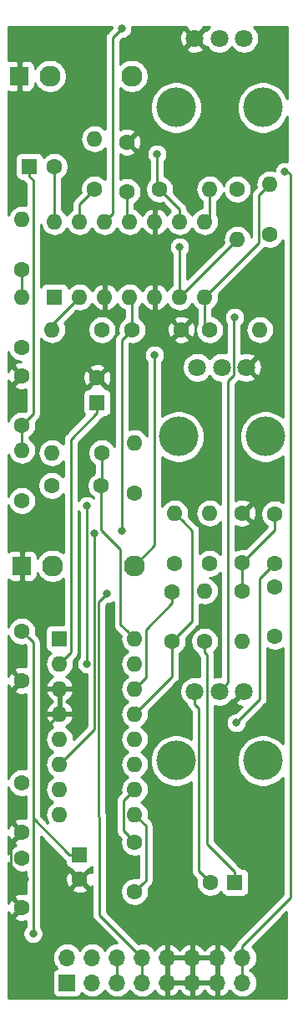
<source format=gbr>
G04 #@! TF.GenerationSoftware,KiCad,Pcbnew,(5.1.0)-1*
G04 #@! TF.CreationDate,2019-04-22T00:29:16-04:00*
G04 #@! TF.ProjectId,delay,64656c61-792e-46b6-9963-61645f706362,rev?*
G04 #@! TF.SameCoordinates,Original*
G04 #@! TF.FileFunction,Copper,L1,Top*
G04 #@! TF.FilePolarity,Positive*
%FSLAX46Y46*%
G04 Gerber Fmt 4.6, Leading zero omitted, Abs format (unit mm)*
G04 Created by KiCad (PCBNEW (5.1.0)-1) date 2019-04-22 00:29:16*
%MOMM*%
%LPD*%
G04 APERTURE LIST*
%ADD10O,1.700000X1.700000*%
%ADD11R,1.700000X1.700000*%
%ADD12O,1.600000X1.600000*%
%ADD13R,1.600000X1.600000*%
%ADD14C,4.000000*%
%ADD15C,1.800000*%
%ADD16C,1.600000*%
%ADD17C,2.130000*%
%ADD18R,1.830000X1.930000*%
%ADD19C,0.800000*%
%ADD20C,0.250000*%
%ADD21C,0.254000*%
G04 APERTURE END LIST*
D10*
X75946000Y-143764000D03*
X75946000Y-146304000D03*
X73406000Y-143764000D03*
X73406000Y-146304000D03*
X70866000Y-143764000D03*
X70866000Y-146304000D03*
X68326000Y-143764000D03*
X68326000Y-146304000D03*
X65786000Y-143764000D03*
X65786000Y-146304000D03*
X63246000Y-143764000D03*
X63246000Y-146304000D03*
X60706000Y-143764000D03*
X60706000Y-146304000D03*
X58166000Y-143764000D03*
D11*
X58166000Y-146304000D03*
D12*
X56896000Y-69342000D03*
X72136000Y-76962000D03*
X59436000Y-69342000D03*
X69596000Y-76962000D03*
X61976000Y-69342000D03*
X67056000Y-76962000D03*
X64516000Y-69342000D03*
X64516000Y-76962000D03*
X67056000Y-69342000D03*
X61976000Y-76962000D03*
X69596000Y-69342000D03*
X59436000Y-76962000D03*
X72136000Y-69342000D03*
D13*
X56896000Y-76962000D03*
D12*
X65024000Y-111506000D03*
X57404000Y-129286000D03*
X65024000Y-114046000D03*
X57404000Y-126746000D03*
X65024000Y-116586000D03*
X57404000Y-124206000D03*
X65024000Y-119126000D03*
X57404000Y-121666000D03*
X65024000Y-121666000D03*
X57404000Y-119126000D03*
X65024000Y-124206000D03*
X57404000Y-116586000D03*
X65024000Y-126746000D03*
X57404000Y-114046000D03*
X65024000Y-129286000D03*
D13*
X57404000Y-111506000D03*
D14*
X69220000Y-57800000D03*
X78020000Y-57800000D03*
D15*
X71120000Y-50800000D03*
X73620000Y-50800000D03*
X76120000Y-50800000D03*
D14*
X69220000Y-123840000D03*
X78020000Y-123840000D03*
D15*
X71120000Y-116840000D03*
X73620000Y-116840000D03*
X76120000Y-116840000D03*
D14*
X69474000Y-91074000D03*
X78274000Y-91074000D03*
D15*
X71374000Y-84074000D03*
X73874000Y-84074000D03*
X76374000Y-84074000D03*
D12*
X77724000Y-80264000D03*
D16*
X72644000Y-80264000D03*
D12*
X78740000Y-65532000D03*
D16*
X78740000Y-70612000D03*
D12*
X75438000Y-71120000D03*
D16*
X75438000Y-66040000D03*
D12*
X53594000Y-69088000D03*
D16*
X53594000Y-74168000D03*
D12*
X53594000Y-76962000D03*
D16*
X53594000Y-82042000D03*
D12*
X56642000Y-80264000D03*
D16*
X61722000Y-80264000D03*
D12*
X60960000Y-60960000D03*
D16*
X60960000Y-66040000D03*
D12*
X72644000Y-98806000D03*
D16*
X72644000Y-103886000D03*
D12*
X72644000Y-66040000D03*
D16*
X67564000Y-66040000D03*
D12*
X69088000Y-98806000D03*
D16*
X69088000Y-103886000D03*
D12*
X72136000Y-106680000D03*
D16*
X72136000Y-111760000D03*
D12*
X75946000Y-111760000D03*
D16*
X75946000Y-106680000D03*
D12*
X56642000Y-92710000D03*
D16*
X61722000Y-92710000D03*
D12*
X53594000Y-92456000D03*
D16*
X53594000Y-97536000D03*
D12*
X65024000Y-91694000D03*
D16*
X65024000Y-96774000D03*
D17*
X64994000Y-104140000D03*
D18*
X53594000Y-104140000D03*
D17*
X56694000Y-104140000D03*
X64740000Y-54610000D03*
D18*
X53340000Y-54610000D03*
D17*
X56440000Y-54610000D03*
D16*
X75946000Y-103806000D03*
X75946000Y-98806000D03*
X79248000Y-106252000D03*
X79248000Y-111252000D03*
X68834000Y-106760000D03*
X68834000Y-111760000D03*
X79248000Y-98886000D03*
X79248000Y-103886000D03*
X72684000Y-136144000D03*
D13*
X75184000Y-136144000D03*
D16*
X65024000Y-137080000D03*
X65024000Y-132080000D03*
X61642000Y-96012000D03*
X56642000Y-96012000D03*
X53594000Y-84916000D03*
X53594000Y-89916000D03*
X56856000Y-63754000D03*
D13*
X54356000Y-63754000D03*
D16*
X64262000Y-61294000D03*
X64262000Y-66294000D03*
X69770000Y-80264000D03*
X64770000Y-80264000D03*
X53594000Y-133684000D03*
X53594000Y-138684000D03*
X53594000Y-115744000D03*
X53594000Y-110744000D03*
X59436000Y-135850000D03*
D13*
X59436000Y-133350000D03*
D16*
X53594000Y-126064000D03*
X53594000Y-131064000D03*
X61214000Y-85130000D03*
D13*
X61214000Y-87630000D03*
D19*
X63754000Y-100584000D03*
X62230000Y-106934000D03*
X53340000Y-119380000D03*
X55880000Y-128270000D03*
X53888000Y-135850000D03*
X60706000Y-50800000D03*
X54719001Y-141333001D03*
X60198000Y-98044000D03*
X60198000Y-114046000D03*
X67056000Y-82804000D03*
X75311000Y-120015000D03*
X80264000Y-64262000D03*
X60923001Y-100874999D03*
X67310000Y-62484000D03*
X75184000Y-78994000D03*
X69596000Y-71882000D03*
X63754000Y-49784000D03*
D20*
X64770000Y-77216000D02*
X64516000Y-76962000D01*
X64770000Y-80264000D02*
X64770000Y-77216000D01*
X65786000Y-145101919D02*
X65786000Y-143764000D01*
X65786000Y-146304000D02*
X65786000Y-145101919D01*
X64770000Y-80264000D02*
X63754000Y-81280000D01*
X63754000Y-81280000D02*
X63754000Y-100584000D01*
X63754000Y-100584000D02*
X63754000Y-100584000D01*
X62230000Y-106934000D02*
X61373011Y-107790989D01*
X61373011Y-129445011D02*
X61468000Y-129540000D01*
X61373011Y-107790989D02*
X61373011Y-129445011D01*
X61468000Y-139446000D02*
X65786000Y-143764000D01*
X61468000Y-129540000D02*
X61468000Y-139446000D01*
X68326000Y-143764000D02*
X68326000Y-146304000D01*
X57404000Y-119126000D02*
X55880000Y-120650000D01*
X55880000Y-120650000D02*
X55880000Y-128270000D01*
X55880000Y-128270000D02*
X55880000Y-128270000D01*
X53488001Y-135450001D02*
X53888000Y-135850000D01*
X52468999Y-134430999D02*
X53488001Y-135450001D01*
X52468999Y-132189001D02*
X52468999Y-134430999D01*
X53594000Y-131064000D02*
X52468999Y-132189001D01*
X63246000Y-144966081D02*
X63246000Y-146304000D01*
X63246000Y-143764000D02*
X63246000Y-144966081D01*
X54393999Y-111543999D02*
X53594000Y-110744000D01*
X54719001Y-111869001D02*
X54393999Y-111543999D01*
X54719001Y-129683001D02*
X54719001Y-111869001D01*
X58386000Y-133350000D02*
X54719001Y-129683001D01*
X59436000Y-133350000D02*
X58386000Y-133350000D01*
X54719001Y-129683001D02*
X54719001Y-141333001D01*
X54719001Y-141333001D02*
X54719001Y-141333001D01*
X58203999Y-113246001D02*
X57404000Y-114046000D01*
X58529001Y-112920999D02*
X58203999Y-113246001D01*
X58529001Y-91364999D02*
X58529001Y-112920999D01*
X61214000Y-88680000D02*
X58529001Y-91364999D01*
X61214000Y-87630000D02*
X61214000Y-88680000D01*
X53594000Y-91324630D02*
X53594000Y-89916000D01*
X53594000Y-92456000D02*
X53594000Y-91324630D01*
X54393999Y-89116001D02*
X53594000Y-89916000D01*
X54719001Y-88790999D02*
X54393999Y-89116001D01*
X54719001Y-65167001D02*
X54719001Y-88790999D01*
X54356000Y-64804000D02*
X54719001Y-65167001D01*
X54356000Y-63754000D02*
X54356000Y-64804000D01*
X60198000Y-98044000D02*
X60198000Y-98609685D01*
X60198000Y-98609685D02*
X60198000Y-114046000D01*
X60198000Y-114046000D02*
X60198000Y-114046000D01*
X61722000Y-95932000D02*
X61642000Y-96012000D01*
X61722000Y-92710000D02*
X61722000Y-95932000D01*
X64224001Y-110706001D02*
X65024000Y-111506000D01*
X63603999Y-110085999D02*
X64224001Y-110706001D01*
X63603999Y-102482995D02*
X63603999Y-110085999D01*
X61642000Y-100520996D02*
X63603999Y-102482995D01*
X61642000Y-96012000D02*
X61642000Y-100520996D01*
X64224001Y-131280001D02*
X65024000Y-132080000D01*
X63898999Y-130954999D02*
X64224001Y-131280001D01*
X63898999Y-127871001D02*
X63898999Y-130954999D01*
X65024000Y-126746000D02*
X63898999Y-127871001D01*
X67056000Y-102078000D02*
X64994000Y-104140000D01*
X67056000Y-82804000D02*
X67056000Y-102078000D01*
X77724000Y-105410000D02*
X77724000Y-117602000D01*
X79248000Y-103886000D02*
X77724000Y-105410000D01*
X77724000Y-117602000D02*
X75311000Y-120015000D01*
X75311000Y-120015000D02*
X75184000Y-120142000D01*
X68834000Y-115316000D02*
X65024000Y-119126000D01*
X68834000Y-111760000D02*
X68834000Y-115316000D01*
X69887999Y-99605999D02*
X69088000Y-98806000D01*
X70866000Y-100584000D02*
X69887999Y-99605999D01*
X70866000Y-109728000D02*
X70866000Y-100584000D01*
X68834000Y-111760000D02*
X70866000Y-109728000D01*
X64262000Y-69088000D02*
X64516000Y-69342000D01*
X64262000Y-66294000D02*
X64262000Y-69088000D01*
X75946000Y-146304000D02*
X75946000Y-143764000D01*
X75946000Y-142561919D02*
X80772000Y-137735919D01*
X75946000Y-143764000D02*
X75946000Y-142561919D01*
X80772000Y-137735919D02*
X80804990Y-137702929D01*
X80804990Y-137702929D02*
X80804990Y-129826990D01*
X80804990Y-129826990D02*
X80804990Y-64548990D01*
X80804990Y-64548990D02*
X80518000Y-64262000D01*
X80518000Y-64262000D02*
X80264000Y-64262000D01*
X80264000Y-64262000D02*
X80264000Y-64262000D01*
X58203999Y-123406001D02*
X57404000Y-124206000D01*
X60923001Y-120686999D02*
X58203999Y-123406001D01*
X60923001Y-100874999D02*
X60923001Y-100874999D01*
X60923001Y-100874999D02*
X60923001Y-120686999D01*
X59436000Y-67564000D02*
X59436000Y-69342000D01*
X60960000Y-66040000D02*
X59436000Y-67564000D01*
X56856000Y-69302000D02*
X56896000Y-69342000D01*
X56856000Y-63754000D02*
X56856000Y-69302000D01*
X65823999Y-136280001D02*
X65024000Y-137080000D01*
X66149001Y-135954999D02*
X65823999Y-136280001D01*
X66149001Y-130411001D02*
X66149001Y-135954999D01*
X65024000Y-129286000D02*
X66149001Y-130411001D01*
X71120000Y-118112792D02*
X71120000Y-116840000D01*
X71545001Y-118537793D02*
X71120000Y-118112792D01*
X71545001Y-135005001D02*
X71545001Y-118537793D01*
X72684000Y-136144000D02*
X71545001Y-135005001D01*
X72136000Y-112891370D02*
X72136000Y-111760000D01*
X72345001Y-113100371D02*
X72136000Y-112891370D01*
X72345001Y-132255001D02*
X72345001Y-113100371D01*
X75184000Y-135094000D02*
X72345001Y-132255001D01*
X75184000Y-136144000D02*
X75184000Y-135094000D01*
X75946000Y-104937370D02*
X75946000Y-106680000D01*
X75946000Y-103806000D02*
X75946000Y-104937370D01*
X79248000Y-100504000D02*
X79248000Y-98886000D01*
X75946000Y-103806000D02*
X79248000Y-100504000D01*
X65823999Y-115786001D02*
X65024000Y-116586000D01*
X66149001Y-115460999D02*
X65823999Y-115786001D01*
X66149001Y-110576369D02*
X66149001Y-115460999D01*
X68834000Y-107891370D02*
X66149001Y-110576369D01*
X68834000Y-106760000D02*
X68834000Y-107891370D01*
X72644000Y-68834000D02*
X72136000Y-69342000D01*
X72644000Y-66040000D02*
X72644000Y-68834000D01*
X69596000Y-68072000D02*
X69596000Y-69342000D01*
X67564000Y-66040000D02*
X69596000Y-68072000D01*
X67310000Y-65786000D02*
X67564000Y-66040000D01*
X67310000Y-62484000D02*
X67310000Y-65786000D01*
X56642000Y-79756000D02*
X56642000Y-80264000D01*
X59436000Y-76962000D02*
X56642000Y-79756000D01*
X75099001Y-84862997D02*
X75099001Y-79078999D01*
X74519999Y-85441999D02*
X75099001Y-84862997D01*
X73620000Y-116840000D02*
X74519999Y-115940001D01*
X74519999Y-115940001D02*
X74519999Y-85441999D01*
X75099001Y-79078999D02*
X75184000Y-78994000D01*
X75184000Y-78994000D02*
X75184000Y-78994000D01*
X53594000Y-75299370D02*
X53594000Y-76962000D01*
X53594000Y-74168000D02*
X53594000Y-75299370D01*
X69596000Y-76962000D02*
X75438000Y-71120000D01*
X69596000Y-71882000D02*
X69596000Y-76962000D01*
X72136000Y-79756000D02*
X72644000Y-80264000D01*
X72136000Y-76962000D02*
X72136000Y-79756000D01*
X77940001Y-66331999D02*
X78740000Y-65532000D01*
X77614999Y-66657001D02*
X77940001Y-66331999D01*
X77614999Y-71483001D02*
X77614999Y-66657001D01*
X72136000Y-76962000D02*
X77614999Y-71483001D01*
X62775999Y-68542001D02*
X62775999Y-50762001D01*
X61976000Y-69342000D02*
X62775999Y-68542001D01*
X62775999Y-50762001D02*
X63754000Y-49784000D01*
X63754000Y-49784000D02*
X63754000Y-49784000D01*
D21*
G36*
X73759999Y-115305000D02*
G01*
X73468816Y-115305000D01*
X73172257Y-115363989D01*
X73105001Y-115391847D01*
X73105001Y-113137693D01*
X73108677Y-113100370D01*
X73105001Y-113063047D01*
X73105001Y-113063038D01*
X73094004Y-112951385D01*
X73066077Y-112859319D01*
X73250637Y-112674759D01*
X73407680Y-112439727D01*
X73515853Y-112178574D01*
X73571000Y-111901335D01*
X73571000Y-111618665D01*
X73515853Y-111341426D01*
X73407680Y-111080273D01*
X73250637Y-110845241D01*
X73050759Y-110645363D01*
X72815727Y-110488320D01*
X72554574Y-110380147D01*
X72277335Y-110325000D01*
X71994665Y-110325000D01*
X71717426Y-110380147D01*
X71456273Y-110488320D01*
X71221241Y-110645363D01*
X71021363Y-110845241D01*
X70864320Y-111080273D01*
X70756147Y-111341426D01*
X70701000Y-111618665D01*
X70701000Y-111901335D01*
X70756147Y-112178574D01*
X70864320Y-112439727D01*
X71021363Y-112674759D01*
X71221241Y-112874637D01*
X71381202Y-112981519D01*
X71386997Y-113040355D01*
X71413825Y-113128795D01*
X71430454Y-113183616D01*
X71501026Y-113315646D01*
X71521386Y-113340454D01*
X71585002Y-113417971D01*
X71585002Y-115371138D01*
X71567743Y-115363989D01*
X71271184Y-115305000D01*
X70968816Y-115305000D01*
X70672257Y-115363989D01*
X70392905Y-115479701D01*
X70141495Y-115647688D01*
X69927688Y-115861495D01*
X69759701Y-116112905D01*
X69643989Y-116392257D01*
X69585000Y-116688816D01*
X69585000Y-116991184D01*
X69643989Y-117287743D01*
X69759701Y-117567095D01*
X69927688Y-117818505D01*
X70141495Y-118032312D01*
X70362972Y-118180298D01*
X70370997Y-118261777D01*
X70414454Y-118405038D01*
X70485026Y-118537068D01*
X70515493Y-118574192D01*
X70579999Y-118652793D01*
X70609003Y-118676596D01*
X70785002Y-118852595D01*
X70785002Y-121716613D01*
X70468141Y-121504893D01*
X69988601Y-121306261D01*
X69479525Y-121205000D01*
X68960475Y-121205000D01*
X68451399Y-121306261D01*
X67971859Y-121504893D01*
X67540285Y-121793262D01*
X67173262Y-122160285D01*
X66884893Y-122591859D01*
X66686261Y-123071399D01*
X66585000Y-123580475D01*
X66585000Y-124099525D01*
X66686261Y-124608601D01*
X66884893Y-125088141D01*
X67173262Y-125519715D01*
X67540285Y-125886738D01*
X67971859Y-126175107D01*
X68451399Y-126373739D01*
X68960475Y-126475000D01*
X69479525Y-126475000D01*
X69988601Y-126373739D01*
X70468141Y-126175107D01*
X70785002Y-125963387D01*
X70785001Y-134967679D01*
X70781325Y-135005001D01*
X70785001Y-135042323D01*
X70785001Y-135042333D01*
X70795998Y-135153986D01*
X70824957Y-135249453D01*
X70839455Y-135297247D01*
X70910027Y-135429277D01*
X70938748Y-135464273D01*
X71005000Y-135545002D01*
X71034003Y-135568805D01*
X71285312Y-135820113D01*
X71249000Y-136002665D01*
X71249000Y-136285335D01*
X71304147Y-136562574D01*
X71412320Y-136823727D01*
X71569363Y-137058759D01*
X71769241Y-137258637D01*
X72004273Y-137415680D01*
X72265426Y-137523853D01*
X72542665Y-137579000D01*
X72825335Y-137579000D01*
X73102574Y-137523853D01*
X73363727Y-137415680D01*
X73598759Y-137258637D01*
X73765339Y-137092057D01*
X73794498Y-137188180D01*
X73853463Y-137298494D01*
X73932815Y-137395185D01*
X74029506Y-137474537D01*
X74139820Y-137533502D01*
X74259518Y-137569812D01*
X74384000Y-137582072D01*
X75984000Y-137582072D01*
X76108482Y-137569812D01*
X76228180Y-137533502D01*
X76338494Y-137474537D01*
X76435185Y-137395185D01*
X76514537Y-137298494D01*
X76573502Y-137188180D01*
X76609812Y-137068482D01*
X76622072Y-136944000D01*
X76622072Y-135344000D01*
X76609812Y-135219518D01*
X76573502Y-135099820D01*
X76514537Y-134989506D01*
X76435185Y-134892815D01*
X76338494Y-134813463D01*
X76228180Y-134754498D01*
X76108482Y-134718188D01*
X75984000Y-134705928D01*
X75838326Y-134705928D01*
X75824754Y-134680537D01*
X75818974Y-134669723D01*
X75747799Y-134582997D01*
X75724001Y-134553999D01*
X75695003Y-134530201D01*
X73105001Y-131940200D01*
X73105001Y-118288153D01*
X73172257Y-118316011D01*
X73468816Y-118375000D01*
X73771184Y-118375000D01*
X74067743Y-118316011D01*
X74347095Y-118200299D01*
X74598505Y-118032312D01*
X74812312Y-117818505D01*
X74907738Y-117675690D01*
X75055920Y-117724475D01*
X75940395Y-116840000D01*
X75926253Y-116825858D01*
X76105858Y-116646253D01*
X76120000Y-116660395D01*
X76134143Y-116646253D01*
X76313748Y-116825858D01*
X76299605Y-116840000D01*
X76313748Y-116854143D01*
X76134143Y-117033748D01*
X76120000Y-117019605D01*
X75235525Y-117904080D01*
X75319208Y-118158261D01*
X75591775Y-118289158D01*
X75884642Y-118364365D01*
X75886719Y-118364479D01*
X75271199Y-118980000D01*
X75209061Y-118980000D01*
X75009102Y-119019774D01*
X74820744Y-119097795D01*
X74651226Y-119211063D01*
X74507063Y-119355226D01*
X74393795Y-119524744D01*
X74315774Y-119713102D01*
X74276000Y-119913061D01*
X74276000Y-120116939D01*
X74315774Y-120316898D01*
X74393795Y-120505256D01*
X74507063Y-120674774D01*
X74651226Y-120818937D01*
X74820744Y-120932205D01*
X75009102Y-121010226D01*
X75209061Y-121050000D01*
X75412939Y-121050000D01*
X75612898Y-121010226D01*
X75801256Y-120932205D01*
X75970774Y-120818937D01*
X76114937Y-120674774D01*
X76228205Y-120505256D01*
X76306226Y-120316898D01*
X76346000Y-120116939D01*
X76346000Y-120054801D01*
X78235003Y-118165799D01*
X78264001Y-118142001D01*
X78358974Y-118026276D01*
X78429546Y-117894247D01*
X78473003Y-117750986D01*
X78484000Y-117639333D01*
X78484000Y-117639324D01*
X78487676Y-117602001D01*
X78484000Y-117564678D01*
X78484000Y-112467371D01*
X78568273Y-112523680D01*
X78829426Y-112631853D01*
X79106665Y-112687000D01*
X79389335Y-112687000D01*
X79666574Y-112631853D01*
X79927727Y-112523680D01*
X80044990Y-112445327D01*
X80044990Y-122138537D01*
X79699715Y-121793262D01*
X79268141Y-121504893D01*
X78788601Y-121306261D01*
X78279525Y-121205000D01*
X77760475Y-121205000D01*
X77251399Y-121306261D01*
X76771859Y-121504893D01*
X76340285Y-121793262D01*
X75973262Y-122160285D01*
X75684893Y-122591859D01*
X75486261Y-123071399D01*
X75385000Y-123580475D01*
X75385000Y-124099525D01*
X75486261Y-124608601D01*
X75684893Y-125088141D01*
X75973262Y-125519715D01*
X76340285Y-125886738D01*
X76771859Y-126175107D01*
X77251399Y-126373739D01*
X77760475Y-126475000D01*
X78279525Y-126475000D01*
X78788601Y-126373739D01*
X79268141Y-126175107D01*
X79699715Y-125886738D01*
X80044990Y-125541463D01*
X80044990Y-129864322D01*
X80044991Y-129864332D01*
X80044990Y-137388127D01*
X75434998Y-141998120D01*
X75406000Y-142021918D01*
X75382202Y-142050916D01*
X75382201Y-142050917D01*
X75311026Y-142137643D01*
X75240454Y-142269673D01*
X75196998Y-142412934D01*
X75189971Y-142484283D01*
X75116986Y-142523294D01*
X74890866Y-142708866D01*
X74705294Y-142934986D01*
X74670799Y-142999523D01*
X74601178Y-142882645D01*
X74406269Y-142666412D01*
X74172920Y-142492359D01*
X73910099Y-142367175D01*
X73762890Y-142322524D01*
X73533000Y-142443845D01*
X73533000Y-143637000D01*
X73553000Y-143637000D01*
X73553000Y-143891000D01*
X73533000Y-143891000D01*
X73533000Y-146177000D01*
X73553000Y-146177000D01*
X73553000Y-146431000D01*
X73533000Y-146431000D01*
X73533000Y-147624155D01*
X73762890Y-147745476D01*
X73910099Y-147700825D01*
X74172920Y-147575641D01*
X74406269Y-147401588D01*
X74601178Y-147185355D01*
X74670799Y-147068477D01*
X74705294Y-147133014D01*
X74890866Y-147359134D01*
X75116986Y-147544706D01*
X75374966Y-147682599D01*
X75654889Y-147767513D01*
X75873050Y-147789000D01*
X76018950Y-147789000D01*
X76237111Y-147767513D01*
X76517034Y-147682599D01*
X76775014Y-147544706D01*
X77001134Y-147359134D01*
X77186706Y-147133014D01*
X77324599Y-146875034D01*
X77409513Y-146595111D01*
X77438185Y-146304000D01*
X77409513Y-146012889D01*
X77324599Y-145732966D01*
X77186706Y-145474986D01*
X77001134Y-145248866D01*
X76775014Y-145063294D01*
X76720209Y-145034000D01*
X76775014Y-145004706D01*
X77001134Y-144819134D01*
X77186706Y-144593014D01*
X77324599Y-144335034D01*
X77409513Y-144055111D01*
X77438185Y-143764000D01*
X77409513Y-143472889D01*
X77324599Y-143192966D01*
X77186706Y-142934986D01*
X77001134Y-142708866D01*
X76931226Y-142651494D01*
X80413913Y-139168808D01*
X80391519Y-147880000D01*
X52220000Y-147880000D01*
X52220000Y-139103442D01*
X52290397Y-139300292D01*
X52357329Y-139425514D01*
X52601298Y-139497097D01*
X53414395Y-138684000D01*
X52601298Y-137870903D01*
X52357329Y-137942486D01*
X52236429Y-138197996D01*
X52220000Y-138263538D01*
X52220000Y-134116704D01*
X52322320Y-134363727D01*
X52479363Y-134598759D01*
X52679241Y-134798637D01*
X52914273Y-134955680D01*
X53175426Y-135063853D01*
X53452665Y-135119000D01*
X53735335Y-135119000D01*
X53959001Y-135074509D01*
X53959002Y-137296098D01*
X53805816Y-137257700D01*
X53523488Y-137243783D01*
X53243870Y-137285213D01*
X52977708Y-137380397D01*
X52852486Y-137447329D01*
X52780903Y-137691298D01*
X53594000Y-138504395D01*
X53608143Y-138490253D01*
X53787748Y-138669858D01*
X53773605Y-138684000D01*
X53787748Y-138698143D01*
X53608143Y-138877748D01*
X53594000Y-138863605D01*
X52780903Y-139676702D01*
X52852486Y-139920671D01*
X53107996Y-140041571D01*
X53382184Y-140110300D01*
X53664512Y-140124217D01*
X53944130Y-140082787D01*
X53959002Y-140077469D01*
X53959002Y-140629289D01*
X53915064Y-140673227D01*
X53801796Y-140842745D01*
X53723775Y-141031103D01*
X53684001Y-141231062D01*
X53684001Y-141434940D01*
X53723775Y-141634899D01*
X53801796Y-141823257D01*
X53915064Y-141992775D01*
X54059227Y-142136938D01*
X54228745Y-142250206D01*
X54417103Y-142328227D01*
X54617062Y-142368001D01*
X54820940Y-142368001D01*
X55020899Y-142328227D01*
X55209257Y-142250206D01*
X55378775Y-142136938D01*
X55522938Y-141992775D01*
X55636206Y-141823257D01*
X55714227Y-141634899D01*
X55754001Y-141434940D01*
X55754001Y-141231062D01*
X55714227Y-141031103D01*
X55636206Y-140842745D01*
X55522938Y-140673227D01*
X55479001Y-140629290D01*
X55479001Y-136842702D01*
X58622903Y-136842702D01*
X58694486Y-137086671D01*
X58949996Y-137207571D01*
X59224184Y-137276300D01*
X59506512Y-137290217D01*
X59786130Y-137248787D01*
X60052292Y-137153603D01*
X60177514Y-137086671D01*
X60249097Y-136842702D01*
X59436000Y-136029605D01*
X58622903Y-136842702D01*
X55479001Y-136842702D01*
X55479001Y-135920512D01*
X57995783Y-135920512D01*
X58037213Y-136200130D01*
X58132397Y-136466292D01*
X58199329Y-136591514D01*
X58443298Y-136663097D01*
X59256395Y-135850000D01*
X58443298Y-135036903D01*
X58199329Y-135108486D01*
X58078429Y-135363996D01*
X58009700Y-135638184D01*
X57995783Y-135920512D01*
X55479001Y-135920512D01*
X55479001Y-131517802D01*
X57822201Y-133861003D01*
X57845999Y-133890001D01*
X57961724Y-133984974D01*
X57997928Y-134004326D01*
X57997928Y-134150000D01*
X58010188Y-134274482D01*
X58046498Y-134394180D01*
X58105463Y-134504494D01*
X58184815Y-134601185D01*
X58281506Y-134680537D01*
X58391820Y-134739502D01*
X58511518Y-134775812D01*
X58636000Y-134788072D01*
X58643215Y-134788072D01*
X58622903Y-134857298D01*
X59436000Y-135670395D01*
X60249097Y-134857298D01*
X60228785Y-134788072D01*
X60236000Y-134788072D01*
X60360482Y-134775812D01*
X60480180Y-134739502D01*
X60590494Y-134680537D01*
X60687185Y-134601185D01*
X60708001Y-134575821D01*
X60708001Y-135174584D01*
X60672671Y-135108486D01*
X60428702Y-135036903D01*
X59615605Y-135850000D01*
X60428702Y-136663097D01*
X60672671Y-136591514D01*
X60708001Y-136516848D01*
X60708001Y-139408668D01*
X60704324Y-139446000D01*
X60718998Y-139594985D01*
X60762454Y-139738246D01*
X60833026Y-139870276D01*
X60874385Y-139920671D01*
X60928000Y-139986001D01*
X60956998Y-140009799D01*
X63226198Y-142279000D01*
X63173050Y-142279000D01*
X62954889Y-142300487D01*
X62674966Y-142385401D01*
X62416986Y-142523294D01*
X62190866Y-142708866D01*
X62005294Y-142934986D01*
X61976000Y-142989791D01*
X61946706Y-142934986D01*
X61761134Y-142708866D01*
X61535014Y-142523294D01*
X61277034Y-142385401D01*
X60997111Y-142300487D01*
X60778950Y-142279000D01*
X60633050Y-142279000D01*
X60414889Y-142300487D01*
X60134966Y-142385401D01*
X59876986Y-142523294D01*
X59650866Y-142708866D01*
X59465294Y-142934986D01*
X59436000Y-142989791D01*
X59406706Y-142934986D01*
X59221134Y-142708866D01*
X58995014Y-142523294D01*
X58737034Y-142385401D01*
X58457111Y-142300487D01*
X58238950Y-142279000D01*
X58093050Y-142279000D01*
X57874889Y-142300487D01*
X57594966Y-142385401D01*
X57336986Y-142523294D01*
X57110866Y-142708866D01*
X56925294Y-142934986D01*
X56787401Y-143192966D01*
X56702487Y-143472889D01*
X56673815Y-143764000D01*
X56702487Y-144055111D01*
X56787401Y-144335034D01*
X56925294Y-144593014D01*
X57110866Y-144819134D01*
X57140687Y-144843607D01*
X57071820Y-144864498D01*
X56961506Y-144923463D01*
X56864815Y-145002815D01*
X56785463Y-145099506D01*
X56726498Y-145209820D01*
X56690188Y-145329518D01*
X56677928Y-145454000D01*
X56677928Y-147154000D01*
X56690188Y-147278482D01*
X56726498Y-147398180D01*
X56785463Y-147508494D01*
X56864815Y-147605185D01*
X56961506Y-147684537D01*
X57071820Y-147743502D01*
X57191518Y-147779812D01*
X57316000Y-147792072D01*
X59016000Y-147792072D01*
X59140482Y-147779812D01*
X59260180Y-147743502D01*
X59370494Y-147684537D01*
X59467185Y-147605185D01*
X59546537Y-147508494D01*
X59605502Y-147398180D01*
X59626393Y-147329313D01*
X59650866Y-147359134D01*
X59876986Y-147544706D01*
X60134966Y-147682599D01*
X60414889Y-147767513D01*
X60633050Y-147789000D01*
X60778950Y-147789000D01*
X60997111Y-147767513D01*
X61277034Y-147682599D01*
X61535014Y-147544706D01*
X61761134Y-147359134D01*
X61946706Y-147133014D01*
X61976000Y-147078209D01*
X62005294Y-147133014D01*
X62190866Y-147359134D01*
X62416986Y-147544706D01*
X62674966Y-147682599D01*
X62954889Y-147767513D01*
X63173050Y-147789000D01*
X63318950Y-147789000D01*
X63537111Y-147767513D01*
X63817034Y-147682599D01*
X64075014Y-147544706D01*
X64301134Y-147359134D01*
X64486706Y-147133014D01*
X64516000Y-147078209D01*
X64545294Y-147133014D01*
X64730866Y-147359134D01*
X64956986Y-147544706D01*
X65214966Y-147682599D01*
X65494889Y-147767513D01*
X65713050Y-147789000D01*
X65858950Y-147789000D01*
X66077111Y-147767513D01*
X66357034Y-147682599D01*
X66615014Y-147544706D01*
X66841134Y-147359134D01*
X67026706Y-147133014D01*
X67061201Y-147068477D01*
X67130822Y-147185355D01*
X67325731Y-147401588D01*
X67559080Y-147575641D01*
X67821901Y-147700825D01*
X67969110Y-147745476D01*
X68199000Y-147624155D01*
X68199000Y-146431000D01*
X68453000Y-146431000D01*
X68453000Y-147624155D01*
X68682890Y-147745476D01*
X68830099Y-147700825D01*
X69092920Y-147575641D01*
X69326269Y-147401588D01*
X69521178Y-147185355D01*
X69596000Y-147059745D01*
X69670822Y-147185355D01*
X69865731Y-147401588D01*
X70099080Y-147575641D01*
X70361901Y-147700825D01*
X70509110Y-147745476D01*
X70739000Y-147624155D01*
X70739000Y-146431000D01*
X70993000Y-146431000D01*
X70993000Y-147624155D01*
X71222890Y-147745476D01*
X71370099Y-147700825D01*
X71632920Y-147575641D01*
X71866269Y-147401588D01*
X72061178Y-147185355D01*
X72136000Y-147059745D01*
X72210822Y-147185355D01*
X72405731Y-147401588D01*
X72639080Y-147575641D01*
X72901901Y-147700825D01*
X73049110Y-147745476D01*
X73279000Y-147624155D01*
X73279000Y-146431000D01*
X70993000Y-146431000D01*
X70739000Y-146431000D01*
X68453000Y-146431000D01*
X68199000Y-146431000D01*
X68179000Y-146431000D01*
X68179000Y-146177000D01*
X68199000Y-146177000D01*
X68199000Y-143891000D01*
X68453000Y-143891000D01*
X68453000Y-146177000D01*
X70739000Y-146177000D01*
X70739000Y-143891000D01*
X70993000Y-143891000D01*
X70993000Y-146177000D01*
X73279000Y-146177000D01*
X73279000Y-143891000D01*
X70993000Y-143891000D01*
X70739000Y-143891000D01*
X68453000Y-143891000D01*
X68199000Y-143891000D01*
X68179000Y-143891000D01*
X68179000Y-143637000D01*
X68199000Y-143637000D01*
X68199000Y-142443845D01*
X68453000Y-142443845D01*
X68453000Y-143637000D01*
X70739000Y-143637000D01*
X70739000Y-142443845D01*
X70993000Y-142443845D01*
X70993000Y-143637000D01*
X73279000Y-143637000D01*
X73279000Y-142443845D01*
X73049110Y-142322524D01*
X72901901Y-142367175D01*
X72639080Y-142492359D01*
X72405731Y-142666412D01*
X72210822Y-142882645D01*
X72136000Y-143008255D01*
X72061178Y-142882645D01*
X71866269Y-142666412D01*
X71632920Y-142492359D01*
X71370099Y-142367175D01*
X71222890Y-142322524D01*
X70993000Y-142443845D01*
X70739000Y-142443845D01*
X70509110Y-142322524D01*
X70361901Y-142367175D01*
X70099080Y-142492359D01*
X69865731Y-142666412D01*
X69670822Y-142882645D01*
X69596000Y-143008255D01*
X69521178Y-142882645D01*
X69326269Y-142666412D01*
X69092920Y-142492359D01*
X68830099Y-142367175D01*
X68682890Y-142322524D01*
X68453000Y-142443845D01*
X68199000Y-142443845D01*
X67969110Y-142322524D01*
X67821901Y-142367175D01*
X67559080Y-142492359D01*
X67325731Y-142666412D01*
X67130822Y-142882645D01*
X67061201Y-142999523D01*
X67026706Y-142934986D01*
X66841134Y-142708866D01*
X66615014Y-142523294D01*
X66357034Y-142385401D01*
X66077111Y-142300487D01*
X65858950Y-142279000D01*
X65713050Y-142279000D01*
X65494889Y-142300487D01*
X65420005Y-142323203D01*
X62228000Y-139131199D01*
X62228000Y-129577325D01*
X62231676Y-129540000D01*
X62228000Y-129502675D01*
X62228000Y-129502667D01*
X62217003Y-129391014D01*
X62173546Y-129247753D01*
X62133011Y-129171918D01*
X62133011Y-108105791D01*
X62269802Y-107969000D01*
X62331939Y-107969000D01*
X62531898Y-107929226D01*
X62720256Y-107851205D01*
X62844000Y-107768522D01*
X62844000Y-110048667D01*
X62840323Y-110085999D01*
X62844000Y-110123332D01*
X62848973Y-110173818D01*
X62854997Y-110234984D01*
X62898453Y-110378245D01*
X62969025Y-110510275D01*
X63038570Y-110595015D01*
X63063999Y-110626000D01*
X63092997Y-110649798D01*
X63623292Y-111180094D01*
X63609764Y-111224691D01*
X63582057Y-111506000D01*
X63609764Y-111787309D01*
X63691818Y-112057808D01*
X63825068Y-112307101D01*
X64004392Y-112525608D01*
X64222899Y-112704932D01*
X64355858Y-112776000D01*
X64222899Y-112847068D01*
X64004392Y-113026392D01*
X63825068Y-113244899D01*
X63691818Y-113494192D01*
X63609764Y-113764691D01*
X63582057Y-114046000D01*
X63609764Y-114327309D01*
X63691818Y-114597808D01*
X63825068Y-114847101D01*
X64004392Y-115065608D01*
X64222899Y-115244932D01*
X64355858Y-115316000D01*
X64222899Y-115387068D01*
X64004392Y-115566392D01*
X63825068Y-115784899D01*
X63691818Y-116034192D01*
X63609764Y-116304691D01*
X63582057Y-116586000D01*
X63609764Y-116867309D01*
X63691818Y-117137808D01*
X63825068Y-117387101D01*
X64004392Y-117605608D01*
X64222899Y-117784932D01*
X64355858Y-117856000D01*
X64222899Y-117927068D01*
X64004392Y-118106392D01*
X63825068Y-118324899D01*
X63691818Y-118574192D01*
X63609764Y-118844691D01*
X63582057Y-119126000D01*
X63609764Y-119407309D01*
X63691818Y-119677808D01*
X63825068Y-119927101D01*
X64004392Y-120145608D01*
X64222899Y-120324932D01*
X64355858Y-120396000D01*
X64222899Y-120467068D01*
X64004392Y-120646392D01*
X63825068Y-120864899D01*
X63691818Y-121114192D01*
X63609764Y-121384691D01*
X63582057Y-121666000D01*
X63609764Y-121947309D01*
X63691818Y-122217808D01*
X63825068Y-122467101D01*
X64004392Y-122685608D01*
X64222899Y-122864932D01*
X64355858Y-122936000D01*
X64222899Y-123007068D01*
X64004392Y-123186392D01*
X63825068Y-123404899D01*
X63691818Y-123654192D01*
X63609764Y-123924691D01*
X63582057Y-124206000D01*
X63609764Y-124487309D01*
X63691818Y-124757808D01*
X63825068Y-125007101D01*
X64004392Y-125225608D01*
X64222899Y-125404932D01*
X64355858Y-125476000D01*
X64222899Y-125547068D01*
X64004392Y-125726392D01*
X63825068Y-125944899D01*
X63691818Y-126194192D01*
X63609764Y-126464691D01*
X63582057Y-126746000D01*
X63609764Y-127027309D01*
X63623292Y-127071906D01*
X63388001Y-127307197D01*
X63358998Y-127331000D01*
X63303870Y-127398175D01*
X63264025Y-127446725D01*
X63210373Y-127547101D01*
X63193453Y-127578755D01*
X63149996Y-127722016D01*
X63138999Y-127833669D01*
X63138999Y-127833679D01*
X63135323Y-127871001D01*
X63138999Y-127908324D01*
X63139000Y-130917667D01*
X63135323Y-130954999D01*
X63139000Y-130992332D01*
X63144284Y-131045975D01*
X63149997Y-131103984D01*
X63193453Y-131247245D01*
X63264025Y-131379275D01*
X63335200Y-131466001D01*
X63358999Y-131495000D01*
X63387997Y-131518798D01*
X63625312Y-131756113D01*
X63589000Y-131938665D01*
X63589000Y-132221335D01*
X63644147Y-132498574D01*
X63752320Y-132759727D01*
X63909363Y-132994759D01*
X64109241Y-133194637D01*
X64344273Y-133351680D01*
X64605426Y-133459853D01*
X64882665Y-133515000D01*
X65165335Y-133515000D01*
X65389002Y-133470509D01*
X65389002Y-135640197D01*
X65347887Y-135681312D01*
X65165335Y-135645000D01*
X64882665Y-135645000D01*
X64605426Y-135700147D01*
X64344273Y-135808320D01*
X64109241Y-135965363D01*
X63909363Y-136165241D01*
X63752320Y-136400273D01*
X63644147Y-136661426D01*
X63589000Y-136938665D01*
X63589000Y-137221335D01*
X63644147Y-137498574D01*
X63752320Y-137759727D01*
X63909363Y-137994759D01*
X64109241Y-138194637D01*
X64344273Y-138351680D01*
X64605426Y-138459853D01*
X64882665Y-138515000D01*
X65165335Y-138515000D01*
X65442574Y-138459853D01*
X65703727Y-138351680D01*
X65938759Y-138194637D01*
X66138637Y-137994759D01*
X66295680Y-137759727D01*
X66403853Y-137498574D01*
X66459000Y-137221335D01*
X66459000Y-136938665D01*
X66422688Y-136756113D01*
X66659998Y-136518803D01*
X66689002Y-136495000D01*
X66783975Y-136379275D01*
X66854547Y-136247246D01*
X66898004Y-136103985D01*
X66909001Y-135992332D01*
X66909001Y-135992323D01*
X66912677Y-135955000D01*
X66909001Y-135917677D01*
X66909001Y-130448326D01*
X66912677Y-130411001D01*
X66909001Y-130373676D01*
X66909001Y-130373668D01*
X66898004Y-130262015D01*
X66854547Y-130118754D01*
X66783975Y-129986725D01*
X66689002Y-129871000D01*
X66660005Y-129847203D01*
X66424708Y-129611906D01*
X66438236Y-129567309D01*
X66465943Y-129286000D01*
X66438236Y-129004691D01*
X66356182Y-128734192D01*
X66222932Y-128484899D01*
X66043608Y-128266392D01*
X65825101Y-128087068D01*
X65692142Y-128016000D01*
X65825101Y-127944932D01*
X66043608Y-127765608D01*
X66222932Y-127547101D01*
X66356182Y-127297808D01*
X66438236Y-127027309D01*
X66465943Y-126746000D01*
X66438236Y-126464691D01*
X66356182Y-126194192D01*
X66222932Y-125944899D01*
X66043608Y-125726392D01*
X65825101Y-125547068D01*
X65692142Y-125476000D01*
X65825101Y-125404932D01*
X66043608Y-125225608D01*
X66222932Y-125007101D01*
X66356182Y-124757808D01*
X66438236Y-124487309D01*
X66465943Y-124206000D01*
X66438236Y-123924691D01*
X66356182Y-123654192D01*
X66222932Y-123404899D01*
X66043608Y-123186392D01*
X65825101Y-123007068D01*
X65692142Y-122936000D01*
X65825101Y-122864932D01*
X66043608Y-122685608D01*
X66222932Y-122467101D01*
X66356182Y-122217808D01*
X66438236Y-121947309D01*
X66465943Y-121666000D01*
X66438236Y-121384691D01*
X66356182Y-121114192D01*
X66222932Y-120864899D01*
X66043608Y-120646392D01*
X65825101Y-120467068D01*
X65692142Y-120396000D01*
X65825101Y-120324932D01*
X66043608Y-120145608D01*
X66222932Y-119927101D01*
X66356182Y-119677808D01*
X66438236Y-119407309D01*
X66465943Y-119126000D01*
X66438236Y-118844691D01*
X66424708Y-118800094D01*
X69345003Y-115879799D01*
X69374001Y-115856001D01*
X69468974Y-115740276D01*
X69539546Y-115608247D01*
X69583003Y-115464986D01*
X69594000Y-115353333D01*
X69594000Y-115353325D01*
X69597676Y-115316000D01*
X69594000Y-115278675D01*
X69594000Y-112978043D01*
X69748759Y-112874637D01*
X69948637Y-112674759D01*
X70105680Y-112439727D01*
X70213853Y-112178574D01*
X70269000Y-111901335D01*
X70269000Y-111618665D01*
X70232688Y-111436114D01*
X71377004Y-110291798D01*
X71406001Y-110268001D01*
X71478057Y-110180201D01*
X71500974Y-110152277D01*
X71571546Y-110020247D01*
X71583656Y-109980324D01*
X71615003Y-109876986D01*
X71626000Y-109765333D01*
X71626000Y-109765323D01*
X71629676Y-109728000D01*
X71626000Y-109690677D01*
X71626000Y-108024864D01*
X71854691Y-108094236D01*
X72065508Y-108115000D01*
X72206492Y-108115000D01*
X72417309Y-108094236D01*
X72687808Y-108012182D01*
X72937101Y-107878932D01*
X73155608Y-107699608D01*
X73334932Y-107481101D01*
X73468182Y-107231808D01*
X73550236Y-106961309D01*
X73577943Y-106680000D01*
X73550236Y-106398691D01*
X73468182Y-106128192D01*
X73334932Y-105878899D01*
X73155608Y-105660392D01*
X72937101Y-105481068D01*
X72687808Y-105347818D01*
X72599400Y-105321000D01*
X72785335Y-105321000D01*
X73062574Y-105265853D01*
X73323727Y-105157680D01*
X73558759Y-105000637D01*
X73758637Y-104800759D01*
X73759999Y-104798720D01*
X73759999Y-115305000D01*
X73759999Y-115305000D01*
G37*
X73759999Y-115305000D02*
X73468816Y-115305000D01*
X73172257Y-115363989D01*
X73105001Y-115391847D01*
X73105001Y-113137693D01*
X73108677Y-113100370D01*
X73105001Y-113063047D01*
X73105001Y-113063038D01*
X73094004Y-112951385D01*
X73066077Y-112859319D01*
X73250637Y-112674759D01*
X73407680Y-112439727D01*
X73515853Y-112178574D01*
X73571000Y-111901335D01*
X73571000Y-111618665D01*
X73515853Y-111341426D01*
X73407680Y-111080273D01*
X73250637Y-110845241D01*
X73050759Y-110645363D01*
X72815727Y-110488320D01*
X72554574Y-110380147D01*
X72277335Y-110325000D01*
X71994665Y-110325000D01*
X71717426Y-110380147D01*
X71456273Y-110488320D01*
X71221241Y-110645363D01*
X71021363Y-110845241D01*
X70864320Y-111080273D01*
X70756147Y-111341426D01*
X70701000Y-111618665D01*
X70701000Y-111901335D01*
X70756147Y-112178574D01*
X70864320Y-112439727D01*
X71021363Y-112674759D01*
X71221241Y-112874637D01*
X71381202Y-112981519D01*
X71386997Y-113040355D01*
X71413825Y-113128795D01*
X71430454Y-113183616D01*
X71501026Y-113315646D01*
X71521386Y-113340454D01*
X71585002Y-113417971D01*
X71585002Y-115371138D01*
X71567743Y-115363989D01*
X71271184Y-115305000D01*
X70968816Y-115305000D01*
X70672257Y-115363989D01*
X70392905Y-115479701D01*
X70141495Y-115647688D01*
X69927688Y-115861495D01*
X69759701Y-116112905D01*
X69643989Y-116392257D01*
X69585000Y-116688816D01*
X69585000Y-116991184D01*
X69643989Y-117287743D01*
X69759701Y-117567095D01*
X69927688Y-117818505D01*
X70141495Y-118032312D01*
X70362972Y-118180298D01*
X70370997Y-118261777D01*
X70414454Y-118405038D01*
X70485026Y-118537068D01*
X70515493Y-118574192D01*
X70579999Y-118652793D01*
X70609003Y-118676596D01*
X70785002Y-118852595D01*
X70785002Y-121716613D01*
X70468141Y-121504893D01*
X69988601Y-121306261D01*
X69479525Y-121205000D01*
X68960475Y-121205000D01*
X68451399Y-121306261D01*
X67971859Y-121504893D01*
X67540285Y-121793262D01*
X67173262Y-122160285D01*
X66884893Y-122591859D01*
X66686261Y-123071399D01*
X66585000Y-123580475D01*
X66585000Y-124099525D01*
X66686261Y-124608601D01*
X66884893Y-125088141D01*
X67173262Y-125519715D01*
X67540285Y-125886738D01*
X67971859Y-126175107D01*
X68451399Y-126373739D01*
X68960475Y-126475000D01*
X69479525Y-126475000D01*
X69988601Y-126373739D01*
X70468141Y-126175107D01*
X70785002Y-125963387D01*
X70785001Y-134967679D01*
X70781325Y-135005001D01*
X70785001Y-135042323D01*
X70785001Y-135042333D01*
X70795998Y-135153986D01*
X70824957Y-135249453D01*
X70839455Y-135297247D01*
X70910027Y-135429277D01*
X70938748Y-135464273D01*
X71005000Y-135545002D01*
X71034003Y-135568805D01*
X71285312Y-135820113D01*
X71249000Y-136002665D01*
X71249000Y-136285335D01*
X71304147Y-136562574D01*
X71412320Y-136823727D01*
X71569363Y-137058759D01*
X71769241Y-137258637D01*
X72004273Y-137415680D01*
X72265426Y-137523853D01*
X72542665Y-137579000D01*
X72825335Y-137579000D01*
X73102574Y-137523853D01*
X73363727Y-137415680D01*
X73598759Y-137258637D01*
X73765339Y-137092057D01*
X73794498Y-137188180D01*
X73853463Y-137298494D01*
X73932815Y-137395185D01*
X74029506Y-137474537D01*
X74139820Y-137533502D01*
X74259518Y-137569812D01*
X74384000Y-137582072D01*
X75984000Y-137582072D01*
X76108482Y-137569812D01*
X76228180Y-137533502D01*
X76338494Y-137474537D01*
X76435185Y-137395185D01*
X76514537Y-137298494D01*
X76573502Y-137188180D01*
X76609812Y-137068482D01*
X76622072Y-136944000D01*
X76622072Y-135344000D01*
X76609812Y-135219518D01*
X76573502Y-135099820D01*
X76514537Y-134989506D01*
X76435185Y-134892815D01*
X76338494Y-134813463D01*
X76228180Y-134754498D01*
X76108482Y-134718188D01*
X75984000Y-134705928D01*
X75838326Y-134705928D01*
X75824754Y-134680537D01*
X75818974Y-134669723D01*
X75747799Y-134582997D01*
X75724001Y-134553999D01*
X75695003Y-134530201D01*
X73105001Y-131940200D01*
X73105001Y-118288153D01*
X73172257Y-118316011D01*
X73468816Y-118375000D01*
X73771184Y-118375000D01*
X74067743Y-118316011D01*
X74347095Y-118200299D01*
X74598505Y-118032312D01*
X74812312Y-117818505D01*
X74907738Y-117675690D01*
X75055920Y-117724475D01*
X75940395Y-116840000D01*
X75926253Y-116825858D01*
X76105858Y-116646253D01*
X76120000Y-116660395D01*
X76134143Y-116646253D01*
X76313748Y-116825858D01*
X76299605Y-116840000D01*
X76313748Y-116854143D01*
X76134143Y-117033748D01*
X76120000Y-117019605D01*
X75235525Y-117904080D01*
X75319208Y-118158261D01*
X75591775Y-118289158D01*
X75884642Y-118364365D01*
X75886719Y-118364479D01*
X75271199Y-118980000D01*
X75209061Y-118980000D01*
X75009102Y-119019774D01*
X74820744Y-119097795D01*
X74651226Y-119211063D01*
X74507063Y-119355226D01*
X74393795Y-119524744D01*
X74315774Y-119713102D01*
X74276000Y-119913061D01*
X74276000Y-120116939D01*
X74315774Y-120316898D01*
X74393795Y-120505256D01*
X74507063Y-120674774D01*
X74651226Y-120818937D01*
X74820744Y-120932205D01*
X75009102Y-121010226D01*
X75209061Y-121050000D01*
X75412939Y-121050000D01*
X75612898Y-121010226D01*
X75801256Y-120932205D01*
X75970774Y-120818937D01*
X76114937Y-120674774D01*
X76228205Y-120505256D01*
X76306226Y-120316898D01*
X76346000Y-120116939D01*
X76346000Y-120054801D01*
X78235003Y-118165799D01*
X78264001Y-118142001D01*
X78358974Y-118026276D01*
X78429546Y-117894247D01*
X78473003Y-117750986D01*
X78484000Y-117639333D01*
X78484000Y-117639324D01*
X78487676Y-117602001D01*
X78484000Y-117564678D01*
X78484000Y-112467371D01*
X78568273Y-112523680D01*
X78829426Y-112631853D01*
X79106665Y-112687000D01*
X79389335Y-112687000D01*
X79666574Y-112631853D01*
X79927727Y-112523680D01*
X80044990Y-112445327D01*
X80044990Y-122138537D01*
X79699715Y-121793262D01*
X79268141Y-121504893D01*
X78788601Y-121306261D01*
X78279525Y-121205000D01*
X77760475Y-121205000D01*
X77251399Y-121306261D01*
X76771859Y-121504893D01*
X76340285Y-121793262D01*
X75973262Y-122160285D01*
X75684893Y-122591859D01*
X75486261Y-123071399D01*
X75385000Y-123580475D01*
X75385000Y-124099525D01*
X75486261Y-124608601D01*
X75684893Y-125088141D01*
X75973262Y-125519715D01*
X76340285Y-125886738D01*
X76771859Y-126175107D01*
X77251399Y-126373739D01*
X77760475Y-126475000D01*
X78279525Y-126475000D01*
X78788601Y-126373739D01*
X79268141Y-126175107D01*
X79699715Y-125886738D01*
X80044990Y-125541463D01*
X80044990Y-129864322D01*
X80044991Y-129864332D01*
X80044990Y-137388127D01*
X75434998Y-141998120D01*
X75406000Y-142021918D01*
X75382202Y-142050916D01*
X75382201Y-142050917D01*
X75311026Y-142137643D01*
X75240454Y-142269673D01*
X75196998Y-142412934D01*
X75189971Y-142484283D01*
X75116986Y-142523294D01*
X74890866Y-142708866D01*
X74705294Y-142934986D01*
X74670799Y-142999523D01*
X74601178Y-142882645D01*
X74406269Y-142666412D01*
X74172920Y-142492359D01*
X73910099Y-142367175D01*
X73762890Y-142322524D01*
X73533000Y-142443845D01*
X73533000Y-143637000D01*
X73553000Y-143637000D01*
X73553000Y-143891000D01*
X73533000Y-143891000D01*
X73533000Y-146177000D01*
X73553000Y-146177000D01*
X73553000Y-146431000D01*
X73533000Y-146431000D01*
X73533000Y-147624155D01*
X73762890Y-147745476D01*
X73910099Y-147700825D01*
X74172920Y-147575641D01*
X74406269Y-147401588D01*
X74601178Y-147185355D01*
X74670799Y-147068477D01*
X74705294Y-147133014D01*
X74890866Y-147359134D01*
X75116986Y-147544706D01*
X75374966Y-147682599D01*
X75654889Y-147767513D01*
X75873050Y-147789000D01*
X76018950Y-147789000D01*
X76237111Y-147767513D01*
X76517034Y-147682599D01*
X76775014Y-147544706D01*
X77001134Y-147359134D01*
X77186706Y-147133014D01*
X77324599Y-146875034D01*
X77409513Y-146595111D01*
X77438185Y-146304000D01*
X77409513Y-146012889D01*
X77324599Y-145732966D01*
X77186706Y-145474986D01*
X77001134Y-145248866D01*
X76775014Y-145063294D01*
X76720209Y-145034000D01*
X76775014Y-145004706D01*
X77001134Y-144819134D01*
X77186706Y-144593014D01*
X77324599Y-144335034D01*
X77409513Y-144055111D01*
X77438185Y-143764000D01*
X77409513Y-143472889D01*
X77324599Y-143192966D01*
X77186706Y-142934986D01*
X77001134Y-142708866D01*
X76931226Y-142651494D01*
X80413913Y-139168808D01*
X80391519Y-147880000D01*
X52220000Y-147880000D01*
X52220000Y-139103442D01*
X52290397Y-139300292D01*
X52357329Y-139425514D01*
X52601298Y-139497097D01*
X53414395Y-138684000D01*
X52601298Y-137870903D01*
X52357329Y-137942486D01*
X52236429Y-138197996D01*
X52220000Y-138263538D01*
X52220000Y-134116704D01*
X52322320Y-134363727D01*
X52479363Y-134598759D01*
X52679241Y-134798637D01*
X52914273Y-134955680D01*
X53175426Y-135063853D01*
X53452665Y-135119000D01*
X53735335Y-135119000D01*
X53959001Y-135074509D01*
X53959002Y-137296098D01*
X53805816Y-137257700D01*
X53523488Y-137243783D01*
X53243870Y-137285213D01*
X52977708Y-137380397D01*
X52852486Y-137447329D01*
X52780903Y-137691298D01*
X53594000Y-138504395D01*
X53608143Y-138490253D01*
X53787748Y-138669858D01*
X53773605Y-138684000D01*
X53787748Y-138698143D01*
X53608143Y-138877748D01*
X53594000Y-138863605D01*
X52780903Y-139676702D01*
X52852486Y-139920671D01*
X53107996Y-140041571D01*
X53382184Y-140110300D01*
X53664512Y-140124217D01*
X53944130Y-140082787D01*
X53959002Y-140077469D01*
X53959002Y-140629289D01*
X53915064Y-140673227D01*
X53801796Y-140842745D01*
X53723775Y-141031103D01*
X53684001Y-141231062D01*
X53684001Y-141434940D01*
X53723775Y-141634899D01*
X53801796Y-141823257D01*
X53915064Y-141992775D01*
X54059227Y-142136938D01*
X54228745Y-142250206D01*
X54417103Y-142328227D01*
X54617062Y-142368001D01*
X54820940Y-142368001D01*
X55020899Y-142328227D01*
X55209257Y-142250206D01*
X55378775Y-142136938D01*
X55522938Y-141992775D01*
X55636206Y-141823257D01*
X55714227Y-141634899D01*
X55754001Y-141434940D01*
X55754001Y-141231062D01*
X55714227Y-141031103D01*
X55636206Y-140842745D01*
X55522938Y-140673227D01*
X55479001Y-140629290D01*
X55479001Y-136842702D01*
X58622903Y-136842702D01*
X58694486Y-137086671D01*
X58949996Y-137207571D01*
X59224184Y-137276300D01*
X59506512Y-137290217D01*
X59786130Y-137248787D01*
X60052292Y-137153603D01*
X60177514Y-137086671D01*
X60249097Y-136842702D01*
X59436000Y-136029605D01*
X58622903Y-136842702D01*
X55479001Y-136842702D01*
X55479001Y-135920512D01*
X57995783Y-135920512D01*
X58037213Y-136200130D01*
X58132397Y-136466292D01*
X58199329Y-136591514D01*
X58443298Y-136663097D01*
X59256395Y-135850000D01*
X58443298Y-135036903D01*
X58199329Y-135108486D01*
X58078429Y-135363996D01*
X58009700Y-135638184D01*
X57995783Y-135920512D01*
X55479001Y-135920512D01*
X55479001Y-131517802D01*
X57822201Y-133861003D01*
X57845999Y-133890001D01*
X57961724Y-133984974D01*
X57997928Y-134004326D01*
X57997928Y-134150000D01*
X58010188Y-134274482D01*
X58046498Y-134394180D01*
X58105463Y-134504494D01*
X58184815Y-134601185D01*
X58281506Y-134680537D01*
X58391820Y-134739502D01*
X58511518Y-134775812D01*
X58636000Y-134788072D01*
X58643215Y-134788072D01*
X58622903Y-134857298D01*
X59436000Y-135670395D01*
X60249097Y-134857298D01*
X60228785Y-134788072D01*
X60236000Y-134788072D01*
X60360482Y-134775812D01*
X60480180Y-134739502D01*
X60590494Y-134680537D01*
X60687185Y-134601185D01*
X60708001Y-134575821D01*
X60708001Y-135174584D01*
X60672671Y-135108486D01*
X60428702Y-135036903D01*
X59615605Y-135850000D01*
X60428702Y-136663097D01*
X60672671Y-136591514D01*
X60708001Y-136516848D01*
X60708001Y-139408668D01*
X60704324Y-139446000D01*
X60718998Y-139594985D01*
X60762454Y-139738246D01*
X60833026Y-139870276D01*
X60874385Y-139920671D01*
X60928000Y-139986001D01*
X60956998Y-140009799D01*
X63226198Y-142279000D01*
X63173050Y-142279000D01*
X62954889Y-142300487D01*
X62674966Y-142385401D01*
X62416986Y-142523294D01*
X62190866Y-142708866D01*
X62005294Y-142934986D01*
X61976000Y-142989791D01*
X61946706Y-142934986D01*
X61761134Y-142708866D01*
X61535014Y-142523294D01*
X61277034Y-142385401D01*
X60997111Y-142300487D01*
X60778950Y-142279000D01*
X60633050Y-142279000D01*
X60414889Y-142300487D01*
X60134966Y-142385401D01*
X59876986Y-142523294D01*
X59650866Y-142708866D01*
X59465294Y-142934986D01*
X59436000Y-142989791D01*
X59406706Y-142934986D01*
X59221134Y-142708866D01*
X58995014Y-142523294D01*
X58737034Y-142385401D01*
X58457111Y-142300487D01*
X58238950Y-142279000D01*
X58093050Y-142279000D01*
X57874889Y-142300487D01*
X57594966Y-142385401D01*
X57336986Y-142523294D01*
X57110866Y-142708866D01*
X56925294Y-142934986D01*
X56787401Y-143192966D01*
X56702487Y-143472889D01*
X56673815Y-143764000D01*
X56702487Y-144055111D01*
X56787401Y-144335034D01*
X56925294Y-144593014D01*
X57110866Y-144819134D01*
X57140687Y-144843607D01*
X57071820Y-144864498D01*
X56961506Y-144923463D01*
X56864815Y-145002815D01*
X56785463Y-145099506D01*
X56726498Y-145209820D01*
X56690188Y-145329518D01*
X56677928Y-145454000D01*
X56677928Y-147154000D01*
X56690188Y-147278482D01*
X56726498Y-147398180D01*
X56785463Y-147508494D01*
X56864815Y-147605185D01*
X56961506Y-147684537D01*
X57071820Y-147743502D01*
X57191518Y-147779812D01*
X57316000Y-147792072D01*
X59016000Y-147792072D01*
X59140482Y-147779812D01*
X59260180Y-147743502D01*
X59370494Y-147684537D01*
X59467185Y-147605185D01*
X59546537Y-147508494D01*
X59605502Y-147398180D01*
X59626393Y-147329313D01*
X59650866Y-147359134D01*
X59876986Y-147544706D01*
X60134966Y-147682599D01*
X60414889Y-147767513D01*
X60633050Y-147789000D01*
X60778950Y-147789000D01*
X60997111Y-147767513D01*
X61277034Y-147682599D01*
X61535014Y-147544706D01*
X61761134Y-147359134D01*
X61946706Y-147133014D01*
X61976000Y-147078209D01*
X62005294Y-147133014D01*
X62190866Y-147359134D01*
X62416986Y-147544706D01*
X62674966Y-147682599D01*
X62954889Y-147767513D01*
X63173050Y-147789000D01*
X63318950Y-147789000D01*
X63537111Y-147767513D01*
X63817034Y-147682599D01*
X64075014Y-147544706D01*
X64301134Y-147359134D01*
X64486706Y-147133014D01*
X64516000Y-147078209D01*
X64545294Y-147133014D01*
X64730866Y-147359134D01*
X64956986Y-147544706D01*
X65214966Y-147682599D01*
X65494889Y-147767513D01*
X65713050Y-147789000D01*
X65858950Y-147789000D01*
X66077111Y-147767513D01*
X66357034Y-147682599D01*
X66615014Y-147544706D01*
X66841134Y-147359134D01*
X67026706Y-147133014D01*
X67061201Y-147068477D01*
X67130822Y-147185355D01*
X67325731Y-147401588D01*
X67559080Y-147575641D01*
X67821901Y-147700825D01*
X67969110Y-147745476D01*
X68199000Y-147624155D01*
X68199000Y-146431000D01*
X68453000Y-146431000D01*
X68453000Y-147624155D01*
X68682890Y-147745476D01*
X68830099Y-147700825D01*
X69092920Y-147575641D01*
X69326269Y-147401588D01*
X69521178Y-147185355D01*
X69596000Y-147059745D01*
X69670822Y-147185355D01*
X69865731Y-147401588D01*
X70099080Y-147575641D01*
X70361901Y-147700825D01*
X70509110Y-147745476D01*
X70739000Y-147624155D01*
X70739000Y-146431000D01*
X70993000Y-146431000D01*
X70993000Y-147624155D01*
X71222890Y-147745476D01*
X71370099Y-147700825D01*
X71632920Y-147575641D01*
X71866269Y-147401588D01*
X72061178Y-147185355D01*
X72136000Y-147059745D01*
X72210822Y-147185355D01*
X72405731Y-147401588D01*
X72639080Y-147575641D01*
X72901901Y-147700825D01*
X73049110Y-147745476D01*
X73279000Y-147624155D01*
X73279000Y-146431000D01*
X70993000Y-146431000D01*
X70739000Y-146431000D01*
X68453000Y-146431000D01*
X68199000Y-146431000D01*
X68179000Y-146431000D01*
X68179000Y-146177000D01*
X68199000Y-146177000D01*
X68199000Y-143891000D01*
X68453000Y-143891000D01*
X68453000Y-146177000D01*
X70739000Y-146177000D01*
X70739000Y-143891000D01*
X70993000Y-143891000D01*
X70993000Y-146177000D01*
X73279000Y-146177000D01*
X73279000Y-143891000D01*
X70993000Y-143891000D01*
X70739000Y-143891000D01*
X68453000Y-143891000D01*
X68199000Y-143891000D01*
X68179000Y-143891000D01*
X68179000Y-143637000D01*
X68199000Y-143637000D01*
X68199000Y-142443845D01*
X68453000Y-142443845D01*
X68453000Y-143637000D01*
X70739000Y-143637000D01*
X70739000Y-142443845D01*
X70993000Y-142443845D01*
X70993000Y-143637000D01*
X73279000Y-143637000D01*
X73279000Y-142443845D01*
X73049110Y-142322524D01*
X72901901Y-142367175D01*
X72639080Y-142492359D01*
X72405731Y-142666412D01*
X72210822Y-142882645D01*
X72136000Y-143008255D01*
X72061178Y-142882645D01*
X71866269Y-142666412D01*
X71632920Y-142492359D01*
X71370099Y-142367175D01*
X71222890Y-142322524D01*
X70993000Y-142443845D01*
X70739000Y-142443845D01*
X70509110Y-142322524D01*
X70361901Y-142367175D01*
X70099080Y-142492359D01*
X69865731Y-142666412D01*
X69670822Y-142882645D01*
X69596000Y-143008255D01*
X69521178Y-142882645D01*
X69326269Y-142666412D01*
X69092920Y-142492359D01*
X68830099Y-142367175D01*
X68682890Y-142322524D01*
X68453000Y-142443845D01*
X68199000Y-142443845D01*
X67969110Y-142322524D01*
X67821901Y-142367175D01*
X67559080Y-142492359D01*
X67325731Y-142666412D01*
X67130822Y-142882645D01*
X67061201Y-142999523D01*
X67026706Y-142934986D01*
X66841134Y-142708866D01*
X66615014Y-142523294D01*
X66357034Y-142385401D01*
X66077111Y-142300487D01*
X65858950Y-142279000D01*
X65713050Y-142279000D01*
X65494889Y-142300487D01*
X65420005Y-142323203D01*
X62228000Y-139131199D01*
X62228000Y-129577325D01*
X62231676Y-129540000D01*
X62228000Y-129502675D01*
X62228000Y-129502667D01*
X62217003Y-129391014D01*
X62173546Y-129247753D01*
X62133011Y-129171918D01*
X62133011Y-108105791D01*
X62269802Y-107969000D01*
X62331939Y-107969000D01*
X62531898Y-107929226D01*
X62720256Y-107851205D01*
X62844000Y-107768522D01*
X62844000Y-110048667D01*
X62840323Y-110085999D01*
X62844000Y-110123332D01*
X62848973Y-110173818D01*
X62854997Y-110234984D01*
X62898453Y-110378245D01*
X62969025Y-110510275D01*
X63038570Y-110595015D01*
X63063999Y-110626000D01*
X63092997Y-110649798D01*
X63623292Y-111180094D01*
X63609764Y-111224691D01*
X63582057Y-111506000D01*
X63609764Y-111787309D01*
X63691818Y-112057808D01*
X63825068Y-112307101D01*
X64004392Y-112525608D01*
X64222899Y-112704932D01*
X64355858Y-112776000D01*
X64222899Y-112847068D01*
X64004392Y-113026392D01*
X63825068Y-113244899D01*
X63691818Y-113494192D01*
X63609764Y-113764691D01*
X63582057Y-114046000D01*
X63609764Y-114327309D01*
X63691818Y-114597808D01*
X63825068Y-114847101D01*
X64004392Y-115065608D01*
X64222899Y-115244932D01*
X64355858Y-115316000D01*
X64222899Y-115387068D01*
X64004392Y-115566392D01*
X63825068Y-115784899D01*
X63691818Y-116034192D01*
X63609764Y-116304691D01*
X63582057Y-116586000D01*
X63609764Y-116867309D01*
X63691818Y-117137808D01*
X63825068Y-117387101D01*
X64004392Y-117605608D01*
X64222899Y-117784932D01*
X64355858Y-117856000D01*
X64222899Y-117927068D01*
X64004392Y-118106392D01*
X63825068Y-118324899D01*
X63691818Y-118574192D01*
X63609764Y-118844691D01*
X63582057Y-119126000D01*
X63609764Y-119407309D01*
X63691818Y-119677808D01*
X63825068Y-119927101D01*
X64004392Y-120145608D01*
X64222899Y-120324932D01*
X64355858Y-120396000D01*
X64222899Y-120467068D01*
X64004392Y-120646392D01*
X63825068Y-120864899D01*
X63691818Y-121114192D01*
X63609764Y-121384691D01*
X63582057Y-121666000D01*
X63609764Y-121947309D01*
X63691818Y-122217808D01*
X63825068Y-122467101D01*
X64004392Y-122685608D01*
X64222899Y-122864932D01*
X64355858Y-122936000D01*
X64222899Y-123007068D01*
X64004392Y-123186392D01*
X63825068Y-123404899D01*
X63691818Y-123654192D01*
X63609764Y-123924691D01*
X63582057Y-124206000D01*
X63609764Y-124487309D01*
X63691818Y-124757808D01*
X63825068Y-125007101D01*
X64004392Y-125225608D01*
X64222899Y-125404932D01*
X64355858Y-125476000D01*
X64222899Y-125547068D01*
X64004392Y-125726392D01*
X63825068Y-125944899D01*
X63691818Y-126194192D01*
X63609764Y-126464691D01*
X63582057Y-126746000D01*
X63609764Y-127027309D01*
X63623292Y-127071906D01*
X63388001Y-127307197D01*
X63358998Y-127331000D01*
X63303870Y-127398175D01*
X63264025Y-127446725D01*
X63210373Y-127547101D01*
X63193453Y-127578755D01*
X63149996Y-127722016D01*
X63138999Y-127833669D01*
X63138999Y-127833679D01*
X63135323Y-127871001D01*
X63138999Y-127908324D01*
X63139000Y-130917667D01*
X63135323Y-130954999D01*
X63139000Y-130992332D01*
X63144284Y-131045975D01*
X63149997Y-131103984D01*
X63193453Y-131247245D01*
X63264025Y-131379275D01*
X63335200Y-131466001D01*
X63358999Y-131495000D01*
X63387997Y-131518798D01*
X63625312Y-131756113D01*
X63589000Y-131938665D01*
X63589000Y-132221335D01*
X63644147Y-132498574D01*
X63752320Y-132759727D01*
X63909363Y-132994759D01*
X64109241Y-133194637D01*
X64344273Y-133351680D01*
X64605426Y-133459853D01*
X64882665Y-133515000D01*
X65165335Y-133515000D01*
X65389002Y-133470509D01*
X65389002Y-135640197D01*
X65347887Y-135681312D01*
X65165335Y-135645000D01*
X64882665Y-135645000D01*
X64605426Y-135700147D01*
X64344273Y-135808320D01*
X64109241Y-135965363D01*
X63909363Y-136165241D01*
X63752320Y-136400273D01*
X63644147Y-136661426D01*
X63589000Y-136938665D01*
X63589000Y-137221335D01*
X63644147Y-137498574D01*
X63752320Y-137759727D01*
X63909363Y-137994759D01*
X64109241Y-138194637D01*
X64344273Y-138351680D01*
X64605426Y-138459853D01*
X64882665Y-138515000D01*
X65165335Y-138515000D01*
X65442574Y-138459853D01*
X65703727Y-138351680D01*
X65938759Y-138194637D01*
X66138637Y-137994759D01*
X66295680Y-137759727D01*
X66403853Y-137498574D01*
X66459000Y-137221335D01*
X66459000Y-136938665D01*
X66422688Y-136756113D01*
X66659998Y-136518803D01*
X66689002Y-136495000D01*
X66783975Y-136379275D01*
X66854547Y-136247246D01*
X66898004Y-136103985D01*
X66909001Y-135992332D01*
X66909001Y-135992323D01*
X66912677Y-135955000D01*
X66909001Y-135917677D01*
X66909001Y-130448326D01*
X66912677Y-130411001D01*
X66909001Y-130373676D01*
X66909001Y-130373668D01*
X66898004Y-130262015D01*
X66854547Y-130118754D01*
X66783975Y-129986725D01*
X66689002Y-129871000D01*
X66660005Y-129847203D01*
X66424708Y-129611906D01*
X66438236Y-129567309D01*
X66465943Y-129286000D01*
X66438236Y-129004691D01*
X66356182Y-128734192D01*
X66222932Y-128484899D01*
X66043608Y-128266392D01*
X65825101Y-128087068D01*
X65692142Y-128016000D01*
X65825101Y-127944932D01*
X66043608Y-127765608D01*
X66222932Y-127547101D01*
X66356182Y-127297808D01*
X66438236Y-127027309D01*
X66465943Y-126746000D01*
X66438236Y-126464691D01*
X66356182Y-126194192D01*
X66222932Y-125944899D01*
X66043608Y-125726392D01*
X65825101Y-125547068D01*
X65692142Y-125476000D01*
X65825101Y-125404932D01*
X66043608Y-125225608D01*
X66222932Y-125007101D01*
X66356182Y-124757808D01*
X66438236Y-124487309D01*
X66465943Y-124206000D01*
X66438236Y-123924691D01*
X66356182Y-123654192D01*
X66222932Y-123404899D01*
X66043608Y-123186392D01*
X65825101Y-123007068D01*
X65692142Y-122936000D01*
X65825101Y-122864932D01*
X66043608Y-122685608D01*
X66222932Y-122467101D01*
X66356182Y-122217808D01*
X66438236Y-121947309D01*
X66465943Y-121666000D01*
X66438236Y-121384691D01*
X66356182Y-121114192D01*
X66222932Y-120864899D01*
X66043608Y-120646392D01*
X65825101Y-120467068D01*
X65692142Y-120396000D01*
X65825101Y-120324932D01*
X66043608Y-120145608D01*
X66222932Y-119927101D01*
X66356182Y-119677808D01*
X66438236Y-119407309D01*
X66465943Y-119126000D01*
X66438236Y-118844691D01*
X66424708Y-118800094D01*
X69345003Y-115879799D01*
X69374001Y-115856001D01*
X69468974Y-115740276D01*
X69539546Y-115608247D01*
X69583003Y-115464986D01*
X69594000Y-115353333D01*
X69594000Y-115353325D01*
X69597676Y-115316000D01*
X69594000Y-115278675D01*
X69594000Y-112978043D01*
X69748759Y-112874637D01*
X69948637Y-112674759D01*
X70105680Y-112439727D01*
X70213853Y-112178574D01*
X70269000Y-111901335D01*
X70269000Y-111618665D01*
X70232688Y-111436114D01*
X71377004Y-110291798D01*
X71406001Y-110268001D01*
X71478057Y-110180201D01*
X71500974Y-110152277D01*
X71571546Y-110020247D01*
X71583656Y-109980324D01*
X71615003Y-109876986D01*
X71626000Y-109765333D01*
X71626000Y-109765323D01*
X71629676Y-109728000D01*
X71626000Y-109690677D01*
X71626000Y-108024864D01*
X71854691Y-108094236D01*
X72065508Y-108115000D01*
X72206492Y-108115000D01*
X72417309Y-108094236D01*
X72687808Y-108012182D01*
X72937101Y-107878932D01*
X73155608Y-107699608D01*
X73334932Y-107481101D01*
X73468182Y-107231808D01*
X73550236Y-106961309D01*
X73577943Y-106680000D01*
X73550236Y-106398691D01*
X73468182Y-106128192D01*
X73334932Y-105878899D01*
X73155608Y-105660392D01*
X72937101Y-105481068D01*
X72687808Y-105347818D01*
X72599400Y-105321000D01*
X72785335Y-105321000D01*
X73062574Y-105265853D01*
X73323727Y-105157680D01*
X73558759Y-105000637D01*
X73758637Y-104800759D01*
X73759999Y-104798720D01*
X73759999Y-115305000D01*
G36*
X52322320Y-126743727D02*
G01*
X52479363Y-126978759D01*
X52679241Y-127178637D01*
X52914273Y-127335680D01*
X53175426Y-127443853D01*
X53452665Y-127499000D01*
X53735335Y-127499000D01*
X53959001Y-127454509D01*
X53959001Y-129645679D01*
X53956077Y-129675365D01*
X53805816Y-129637700D01*
X53523488Y-129623783D01*
X53243870Y-129665213D01*
X52977708Y-129760397D01*
X52852486Y-129827329D01*
X52780903Y-130071298D01*
X53594000Y-130884395D01*
X53608143Y-130870253D01*
X53787748Y-131049858D01*
X53773605Y-131064000D01*
X53787748Y-131078143D01*
X53608143Y-131257748D01*
X53594000Y-131243605D01*
X52780903Y-132056702D01*
X52852486Y-132300671D01*
X53007145Y-132373851D01*
X52914273Y-132412320D01*
X52679241Y-132569363D01*
X52479363Y-132769241D01*
X52322320Y-133004273D01*
X52220000Y-133251296D01*
X52220000Y-131483442D01*
X52290397Y-131680292D01*
X52357329Y-131805514D01*
X52601298Y-131877097D01*
X53414395Y-131064000D01*
X52601298Y-130250903D01*
X52357329Y-130322486D01*
X52236429Y-130577996D01*
X52220000Y-130643538D01*
X52220000Y-126496704D01*
X52322320Y-126743727D01*
X52322320Y-126743727D01*
G37*
X52322320Y-126743727D02*
X52479363Y-126978759D01*
X52679241Y-127178637D01*
X52914273Y-127335680D01*
X53175426Y-127443853D01*
X53452665Y-127499000D01*
X53735335Y-127499000D01*
X53959001Y-127454509D01*
X53959001Y-129645679D01*
X53956077Y-129675365D01*
X53805816Y-129637700D01*
X53523488Y-129623783D01*
X53243870Y-129665213D01*
X52977708Y-129760397D01*
X52852486Y-129827329D01*
X52780903Y-130071298D01*
X53594000Y-130884395D01*
X53608143Y-130870253D01*
X53787748Y-131049858D01*
X53773605Y-131064000D01*
X53787748Y-131078143D01*
X53608143Y-131257748D01*
X53594000Y-131243605D01*
X52780903Y-132056702D01*
X52852486Y-132300671D01*
X53007145Y-132373851D01*
X52914273Y-132412320D01*
X52679241Y-132569363D01*
X52479363Y-132769241D01*
X52322320Y-133004273D01*
X52220000Y-133251296D01*
X52220000Y-131483442D01*
X52290397Y-131680292D01*
X52357329Y-131805514D01*
X52601298Y-131877097D01*
X53414395Y-131064000D01*
X52601298Y-130250903D01*
X52357329Y-130322486D01*
X52236429Y-130577996D01*
X52220000Y-130643538D01*
X52220000Y-126496704D01*
X52322320Y-126743727D01*
G36*
X70235525Y-49735920D02*
G01*
X71120000Y-50620395D01*
X72004475Y-49735920D01*
X71961373Y-49605000D01*
X72645518Y-49605000D01*
X72641495Y-49607688D01*
X72427688Y-49821495D01*
X72332262Y-49964310D01*
X72184080Y-49915525D01*
X71299605Y-50800000D01*
X72184080Y-51684475D01*
X72332262Y-51635690D01*
X72427688Y-51778505D01*
X72641495Y-51992312D01*
X72892905Y-52160299D01*
X73172257Y-52276011D01*
X73468816Y-52335000D01*
X73771184Y-52335000D01*
X74067743Y-52276011D01*
X74347095Y-52160299D01*
X74598505Y-51992312D01*
X74812312Y-51778505D01*
X74870000Y-51692169D01*
X74927688Y-51778505D01*
X75141495Y-51992312D01*
X75392905Y-52160299D01*
X75672257Y-52276011D01*
X75968816Y-52335000D01*
X76271184Y-52335000D01*
X76567743Y-52276011D01*
X76847095Y-52160299D01*
X77098505Y-51992312D01*
X77312312Y-51778505D01*
X77480299Y-51527095D01*
X77596011Y-51247743D01*
X77655000Y-50951184D01*
X77655000Y-50648816D01*
X77596011Y-50352257D01*
X77480299Y-50072905D01*
X77312312Y-49821495D01*
X77098505Y-49607688D01*
X77094482Y-49605000D01*
X80495001Y-49605000D01*
X80495001Y-56889593D01*
X80355107Y-56551859D01*
X80066738Y-56120285D01*
X79699715Y-55753262D01*
X79268141Y-55464893D01*
X78788601Y-55266261D01*
X78279525Y-55165000D01*
X77760475Y-55165000D01*
X77251399Y-55266261D01*
X76771859Y-55464893D01*
X76340285Y-55753262D01*
X75973262Y-56120285D01*
X75684893Y-56551859D01*
X75486261Y-57031399D01*
X75385000Y-57540475D01*
X75385000Y-58059525D01*
X75486261Y-58568601D01*
X75684893Y-59048141D01*
X75973262Y-59479715D01*
X76340285Y-59846738D01*
X76771859Y-60135107D01*
X77251399Y-60333739D01*
X77760475Y-60435000D01*
X78279525Y-60435000D01*
X78788601Y-60333739D01*
X79268141Y-60135107D01*
X79699715Y-59846738D01*
X80066738Y-59479715D01*
X80355107Y-59048141D01*
X80495001Y-58710407D01*
X80495001Y-63252672D01*
X80365939Y-63227000D01*
X80162061Y-63227000D01*
X79962102Y-63266774D01*
X79773744Y-63344795D01*
X79604226Y-63458063D01*
X79460063Y-63602226D01*
X79346795Y-63771744D01*
X79268774Y-63960102D01*
X79229000Y-64160061D01*
X79229000Y-64180766D01*
X79021309Y-64117764D01*
X78810492Y-64097000D01*
X78669508Y-64097000D01*
X78458691Y-64117764D01*
X78188192Y-64199818D01*
X77938899Y-64333068D01*
X77720392Y-64512392D01*
X77541068Y-64730899D01*
X77407818Y-64980192D01*
X77325764Y-65250691D01*
X77298057Y-65532000D01*
X77325764Y-65813309D01*
X77339292Y-65857907D01*
X77103997Y-66093202D01*
X77074999Y-66117000D01*
X77051201Y-66145998D01*
X77051200Y-66145999D01*
X76980025Y-66232725D01*
X76909453Y-66364755D01*
X76865997Y-66508016D01*
X76851323Y-66657001D01*
X76855000Y-66694333D01*
X76854999Y-70866745D01*
X76852236Y-70838691D01*
X76770182Y-70568192D01*
X76636932Y-70318899D01*
X76457608Y-70100392D01*
X76239101Y-69921068D01*
X75989808Y-69787818D01*
X75719309Y-69705764D01*
X75508492Y-69685000D01*
X75367508Y-69685000D01*
X75156691Y-69705764D01*
X74886192Y-69787818D01*
X74636899Y-69921068D01*
X74418392Y-70100392D01*
X74239068Y-70318899D01*
X74105818Y-70568192D01*
X74023764Y-70838691D01*
X73996057Y-71120000D01*
X74023764Y-71401309D01*
X74037292Y-71445906D01*
X70356000Y-75127199D01*
X70356000Y-72585711D01*
X70399937Y-72541774D01*
X70513205Y-72372256D01*
X70591226Y-72183898D01*
X70631000Y-71983939D01*
X70631000Y-71780061D01*
X70591226Y-71580102D01*
X70513205Y-71391744D01*
X70399937Y-71222226D01*
X70255774Y-71078063D01*
X70086256Y-70964795D01*
X69897898Y-70886774D01*
X69697939Y-70847000D01*
X69494061Y-70847000D01*
X69294102Y-70886774D01*
X69105744Y-70964795D01*
X68936226Y-71078063D01*
X68792063Y-71222226D01*
X68678795Y-71391744D01*
X68600774Y-71580102D01*
X68561000Y-71780061D01*
X68561000Y-71983939D01*
X68600774Y-72183898D01*
X68678795Y-72372256D01*
X68792063Y-72541774D01*
X68836000Y-72585711D01*
X68836001Y-75741099D01*
X68794899Y-75763068D01*
X68576392Y-75942392D01*
X68397068Y-76160899D01*
X68323421Y-76298682D01*
X68208385Y-76106869D01*
X68019414Y-75898481D01*
X67793420Y-75730963D01*
X67539087Y-75610754D01*
X67405039Y-75570096D01*
X67183000Y-75692085D01*
X67183000Y-76835000D01*
X67203000Y-76835000D01*
X67203000Y-77089000D01*
X67183000Y-77089000D01*
X67183000Y-78231915D01*
X67405039Y-78353904D01*
X67539087Y-78313246D01*
X67793420Y-78193037D01*
X68019414Y-78025519D01*
X68208385Y-77817131D01*
X68323421Y-77625318D01*
X68397068Y-77763101D01*
X68576392Y-77981608D01*
X68794899Y-78160932D01*
X69044192Y-78294182D01*
X69314691Y-78376236D01*
X69525508Y-78397000D01*
X69666492Y-78397000D01*
X69877309Y-78376236D01*
X70147808Y-78294182D01*
X70397101Y-78160932D01*
X70615608Y-77981608D01*
X70794932Y-77763101D01*
X70866000Y-77630142D01*
X70937068Y-77763101D01*
X71116392Y-77981608D01*
X71334899Y-78160932D01*
X71376000Y-78182901D01*
X71376001Y-79578764D01*
X71372320Y-79584273D01*
X71264147Y-79845426D01*
X71209000Y-80122665D01*
X71209000Y-80185274D01*
X71168787Y-79913870D01*
X71073603Y-79647708D01*
X71006671Y-79522486D01*
X70762702Y-79450903D01*
X69949605Y-80264000D01*
X70762702Y-81077097D01*
X71006671Y-81005514D01*
X71127571Y-80750004D01*
X71196300Y-80475816D01*
X71209000Y-80218177D01*
X71209000Y-80405335D01*
X71264147Y-80682574D01*
X71372320Y-80943727D01*
X71529363Y-81178759D01*
X71729241Y-81378637D01*
X71964273Y-81535680D01*
X72225426Y-81643853D01*
X72502665Y-81699000D01*
X72785335Y-81699000D01*
X73062574Y-81643853D01*
X73323727Y-81535680D01*
X73558759Y-81378637D01*
X73758637Y-81178759D01*
X73915680Y-80943727D01*
X74023853Y-80682574D01*
X74079000Y-80405335D01*
X74079000Y-80122665D01*
X74023853Y-79845426D01*
X73915680Y-79584273D01*
X73758637Y-79349241D01*
X73558759Y-79149363D01*
X73323727Y-78992320D01*
X73062574Y-78884147D01*
X72896000Y-78851013D01*
X72896000Y-78182901D01*
X72937101Y-78160932D01*
X73155608Y-77981608D01*
X73334932Y-77763101D01*
X73468182Y-77513808D01*
X73550236Y-77243309D01*
X73577943Y-76962000D01*
X73550236Y-76680691D01*
X73536708Y-76636094D01*
X78126003Y-72046799D01*
X78155000Y-72023002D01*
X78216300Y-71948308D01*
X78321426Y-71991853D01*
X78598665Y-72047000D01*
X78881335Y-72047000D01*
X79158574Y-71991853D01*
X79419727Y-71883680D01*
X79654759Y-71726637D01*
X79854637Y-71526759D01*
X80011680Y-71291727D01*
X80044991Y-71211307D01*
X80044991Y-89118538D01*
X79953715Y-89027262D01*
X79522141Y-88738893D01*
X79042601Y-88540261D01*
X78533525Y-88439000D01*
X78014475Y-88439000D01*
X77505399Y-88540261D01*
X77025859Y-88738893D01*
X76594285Y-89027262D01*
X76227262Y-89394285D01*
X75938893Y-89825859D01*
X75740261Y-90305399D01*
X75639000Y-90814475D01*
X75639000Y-91333525D01*
X75740261Y-91842601D01*
X75938893Y-92322141D01*
X76227262Y-92753715D01*
X76594285Y-93120738D01*
X77025859Y-93409107D01*
X77505399Y-93607739D01*
X78014475Y-93709000D01*
X78533525Y-93709000D01*
X79042601Y-93607739D01*
X79522141Y-93409107D01*
X79953715Y-93120738D01*
X80044991Y-93029462D01*
X80044990Y-97692673D01*
X79927727Y-97614320D01*
X79666574Y-97506147D01*
X79389335Y-97451000D01*
X79106665Y-97451000D01*
X78829426Y-97506147D01*
X78568273Y-97614320D01*
X78333241Y-97771363D01*
X78133363Y-97971241D01*
X77976320Y-98206273D01*
X77868147Y-98467426D01*
X77813000Y-98744665D01*
X77813000Y-99027335D01*
X77868147Y-99304574D01*
X77976320Y-99565727D01*
X78133363Y-99800759D01*
X78333241Y-100000637D01*
X78488000Y-100104044D01*
X78488000Y-100189198D01*
X76269887Y-102407312D01*
X76087335Y-102371000D01*
X75804665Y-102371000D01*
X75527426Y-102426147D01*
X75279999Y-102528635D01*
X75279999Y-100078402D01*
X75459996Y-100163571D01*
X75734184Y-100232300D01*
X76016512Y-100246217D01*
X76296130Y-100204787D01*
X76562292Y-100109603D01*
X76687514Y-100042671D01*
X76759097Y-99798702D01*
X75946000Y-98985605D01*
X75931858Y-98999748D01*
X75752253Y-98820143D01*
X75766395Y-98806000D01*
X76125605Y-98806000D01*
X76938702Y-99619097D01*
X77182671Y-99547514D01*
X77303571Y-99292004D01*
X77372300Y-99017816D01*
X77386217Y-98735488D01*
X77344787Y-98455870D01*
X77249603Y-98189708D01*
X77182671Y-98064486D01*
X76938702Y-97992903D01*
X76125605Y-98806000D01*
X75766395Y-98806000D01*
X75752253Y-98791858D01*
X75931858Y-98612253D01*
X75946000Y-98626395D01*
X76759097Y-97813298D01*
X76687514Y-97569329D01*
X76432004Y-97448429D01*
X76157816Y-97379700D01*
X75875488Y-97365783D01*
X75595870Y-97407213D01*
X75329708Y-97502397D01*
X75279999Y-97528967D01*
X75279999Y-85756801D01*
X75610010Y-85426791D01*
X75622967Y-85416157D01*
X75845775Y-85523158D01*
X76138642Y-85598365D01*
X76440553Y-85614991D01*
X76739907Y-85572397D01*
X77025199Y-85472222D01*
X77174792Y-85392261D01*
X77258475Y-85138080D01*
X76374000Y-84253605D01*
X76359858Y-84267748D01*
X76180253Y-84088143D01*
X76194395Y-84074000D01*
X76553605Y-84074000D01*
X77438080Y-84958475D01*
X77692261Y-84874792D01*
X77823158Y-84602225D01*
X77898365Y-84309358D01*
X77914991Y-84007447D01*
X77872397Y-83708093D01*
X77772222Y-83422801D01*
X77692261Y-83273208D01*
X77438080Y-83189525D01*
X76553605Y-84074000D01*
X76194395Y-84074000D01*
X76180253Y-84059858D01*
X76359858Y-83880253D01*
X76374000Y-83894395D01*
X77258475Y-83009920D01*
X77174792Y-82755739D01*
X76902225Y-82624842D01*
X76609358Y-82549635D01*
X76307447Y-82533009D01*
X76008093Y-82575603D01*
X75859001Y-82627954D01*
X75859001Y-80264000D01*
X76282057Y-80264000D01*
X76309764Y-80545309D01*
X76391818Y-80815808D01*
X76525068Y-81065101D01*
X76704392Y-81283608D01*
X76922899Y-81462932D01*
X77172192Y-81596182D01*
X77442691Y-81678236D01*
X77653508Y-81699000D01*
X77794492Y-81699000D01*
X78005309Y-81678236D01*
X78275808Y-81596182D01*
X78525101Y-81462932D01*
X78743608Y-81283608D01*
X78922932Y-81065101D01*
X79056182Y-80815808D01*
X79138236Y-80545309D01*
X79165943Y-80264000D01*
X79138236Y-79982691D01*
X79056182Y-79712192D01*
X78922932Y-79462899D01*
X78743608Y-79244392D01*
X78525101Y-79065068D01*
X78275808Y-78931818D01*
X78005309Y-78849764D01*
X77794492Y-78829000D01*
X77653508Y-78829000D01*
X77442691Y-78849764D01*
X77172192Y-78931818D01*
X76922899Y-79065068D01*
X76704392Y-79244392D01*
X76525068Y-79462899D01*
X76391818Y-79712192D01*
X76309764Y-79982691D01*
X76282057Y-80264000D01*
X75859001Y-80264000D01*
X75859001Y-79782710D01*
X75987937Y-79653774D01*
X76101205Y-79484256D01*
X76179226Y-79295898D01*
X76219000Y-79095939D01*
X76219000Y-78892061D01*
X76179226Y-78692102D01*
X76101205Y-78503744D01*
X75987937Y-78334226D01*
X75843774Y-78190063D01*
X75674256Y-78076795D01*
X75485898Y-77998774D01*
X75285939Y-77959000D01*
X75082061Y-77959000D01*
X74882102Y-77998774D01*
X74693744Y-78076795D01*
X74524226Y-78190063D01*
X74380063Y-78334226D01*
X74266795Y-78503744D01*
X74188774Y-78692102D01*
X74149000Y-78892061D01*
X74149000Y-79095939D01*
X74188774Y-79295898D01*
X74266795Y-79484256D01*
X74339002Y-79592322D01*
X74339001Y-82605138D01*
X74321743Y-82597989D01*
X74025184Y-82539000D01*
X73722816Y-82539000D01*
X73426257Y-82597989D01*
X73146905Y-82713701D01*
X72895495Y-82881688D01*
X72681688Y-83095495D01*
X72624000Y-83181831D01*
X72566312Y-83095495D01*
X72352505Y-82881688D01*
X72101095Y-82713701D01*
X71821743Y-82597989D01*
X71525184Y-82539000D01*
X71222816Y-82539000D01*
X70926257Y-82597989D01*
X70646905Y-82713701D01*
X70395495Y-82881688D01*
X70181688Y-83095495D01*
X70013701Y-83346905D01*
X69897989Y-83626257D01*
X69839000Y-83922816D01*
X69839000Y-84225184D01*
X69897989Y-84521743D01*
X70013701Y-84801095D01*
X70181688Y-85052505D01*
X70395495Y-85266312D01*
X70646905Y-85434299D01*
X70926257Y-85550011D01*
X71222816Y-85609000D01*
X71525184Y-85609000D01*
X71821743Y-85550011D01*
X72101095Y-85434299D01*
X72352505Y-85266312D01*
X72566312Y-85052505D01*
X72624000Y-84966169D01*
X72681688Y-85052505D01*
X72895495Y-85266312D01*
X73146905Y-85434299D01*
X73426257Y-85550011D01*
X73722816Y-85609000D01*
X73760000Y-85609000D01*
X73760000Y-97903846D01*
X73663608Y-97786392D01*
X73445101Y-97607068D01*
X73195808Y-97473818D01*
X72925309Y-97391764D01*
X72714492Y-97371000D01*
X72573508Y-97371000D01*
X72362691Y-97391764D01*
X72092192Y-97473818D01*
X71842899Y-97607068D01*
X71624392Y-97786392D01*
X71445068Y-98004899D01*
X71311818Y-98254192D01*
X71229764Y-98524691D01*
X71202057Y-98806000D01*
X71229764Y-99087309D01*
X71311818Y-99357808D01*
X71445068Y-99607101D01*
X71624392Y-99825608D01*
X71842899Y-100004932D01*
X72092192Y-100138182D01*
X72362691Y-100220236D01*
X72573508Y-100241000D01*
X72714492Y-100241000D01*
X72925309Y-100220236D01*
X73195808Y-100138182D01*
X73445101Y-100004932D01*
X73663608Y-99825608D01*
X73760000Y-99708155D01*
X73759999Y-102973280D01*
X73758637Y-102971241D01*
X73558759Y-102771363D01*
X73323727Y-102614320D01*
X73062574Y-102506147D01*
X72785335Y-102451000D01*
X72502665Y-102451000D01*
X72225426Y-102506147D01*
X71964273Y-102614320D01*
X71729241Y-102771363D01*
X71626000Y-102874604D01*
X71626000Y-100621322D01*
X71629676Y-100583999D01*
X71626000Y-100546676D01*
X71626000Y-100546667D01*
X71615003Y-100435014D01*
X71571546Y-100291753D01*
X71500974Y-100159724D01*
X71406001Y-100043999D01*
X71377003Y-100020201D01*
X70488708Y-99131907D01*
X70502236Y-99087309D01*
X70529943Y-98806000D01*
X70502236Y-98524691D01*
X70420182Y-98254192D01*
X70286932Y-98004899D01*
X70107608Y-97786392D01*
X69889101Y-97607068D01*
X69639808Y-97473818D01*
X69369309Y-97391764D01*
X69158492Y-97371000D01*
X69017508Y-97371000D01*
X68806691Y-97391764D01*
X68536192Y-97473818D01*
X68286899Y-97607068D01*
X68068392Y-97786392D01*
X67889068Y-98004899D01*
X67816000Y-98141599D01*
X67816000Y-93135248D01*
X68225859Y-93409107D01*
X68705399Y-93607739D01*
X69214475Y-93709000D01*
X69733525Y-93709000D01*
X70242601Y-93607739D01*
X70722141Y-93409107D01*
X71153715Y-93120738D01*
X71520738Y-92753715D01*
X71809107Y-92322141D01*
X72007739Y-91842601D01*
X72109000Y-91333525D01*
X72109000Y-90814475D01*
X72007739Y-90305399D01*
X71809107Y-89825859D01*
X71520738Y-89394285D01*
X71153715Y-89027262D01*
X70722141Y-88738893D01*
X70242601Y-88540261D01*
X69733525Y-88439000D01*
X69214475Y-88439000D01*
X68705399Y-88540261D01*
X68225859Y-88738893D01*
X67816000Y-89012752D01*
X67816000Y-83507711D01*
X67859937Y-83463774D01*
X67973205Y-83294256D01*
X68051226Y-83105898D01*
X68091000Y-82905939D01*
X68091000Y-82702061D01*
X68051226Y-82502102D01*
X67973205Y-82313744D01*
X67859937Y-82144226D01*
X67715774Y-82000063D01*
X67546256Y-81886795D01*
X67357898Y-81808774D01*
X67157939Y-81769000D01*
X66954061Y-81769000D01*
X66754102Y-81808774D01*
X66565744Y-81886795D01*
X66396226Y-82000063D01*
X66252063Y-82144226D01*
X66138795Y-82313744D01*
X66060774Y-82502102D01*
X66021000Y-82702061D01*
X66021000Y-82905939D01*
X66060774Y-83105898D01*
X66138795Y-83294256D01*
X66252063Y-83463774D01*
X66296000Y-83507711D01*
X66296000Y-91029600D01*
X66222932Y-90892899D01*
X66043608Y-90674392D01*
X65825101Y-90495068D01*
X65575808Y-90361818D01*
X65305309Y-90279764D01*
X65094492Y-90259000D01*
X64953508Y-90259000D01*
X64742691Y-90279764D01*
X64514000Y-90349136D01*
X64514000Y-81676191D01*
X64628665Y-81699000D01*
X64911335Y-81699000D01*
X65188574Y-81643853D01*
X65449727Y-81535680D01*
X65684759Y-81378637D01*
X65806694Y-81256702D01*
X68956903Y-81256702D01*
X69028486Y-81500671D01*
X69283996Y-81621571D01*
X69558184Y-81690300D01*
X69840512Y-81704217D01*
X70120130Y-81662787D01*
X70386292Y-81567603D01*
X70511514Y-81500671D01*
X70583097Y-81256702D01*
X69770000Y-80443605D01*
X68956903Y-81256702D01*
X65806694Y-81256702D01*
X65884637Y-81178759D01*
X66041680Y-80943727D01*
X66149853Y-80682574D01*
X66205000Y-80405335D01*
X66205000Y-80334512D01*
X68329783Y-80334512D01*
X68371213Y-80614130D01*
X68466397Y-80880292D01*
X68533329Y-81005514D01*
X68777298Y-81077097D01*
X69590395Y-80264000D01*
X68777298Y-79450903D01*
X68533329Y-79522486D01*
X68412429Y-79777996D01*
X68343700Y-80052184D01*
X68329783Y-80334512D01*
X66205000Y-80334512D01*
X66205000Y-80122665D01*
X66149853Y-79845426D01*
X66041680Y-79584273D01*
X65884637Y-79349241D01*
X65806694Y-79271298D01*
X68956903Y-79271298D01*
X69770000Y-80084395D01*
X70583097Y-79271298D01*
X70511514Y-79027329D01*
X70256004Y-78906429D01*
X69981816Y-78837700D01*
X69699488Y-78823783D01*
X69419870Y-78865213D01*
X69153708Y-78960397D01*
X69028486Y-79027329D01*
X68956903Y-79271298D01*
X65806694Y-79271298D01*
X65684759Y-79149363D01*
X65530000Y-79045957D01*
X65530000Y-77986210D01*
X65535608Y-77981608D01*
X65714932Y-77763101D01*
X65788579Y-77625318D01*
X65903615Y-77817131D01*
X66092586Y-78025519D01*
X66318580Y-78193037D01*
X66572913Y-78313246D01*
X66706961Y-78353904D01*
X66929000Y-78231915D01*
X66929000Y-77089000D01*
X66909000Y-77089000D01*
X66909000Y-76835000D01*
X66929000Y-76835000D01*
X66929000Y-75692085D01*
X66706961Y-75570096D01*
X66572913Y-75610754D01*
X66318580Y-75730963D01*
X66092586Y-75898481D01*
X65903615Y-76106869D01*
X65788579Y-76298682D01*
X65714932Y-76160899D01*
X65535608Y-75942392D01*
X65317101Y-75763068D01*
X65067808Y-75629818D01*
X64797309Y-75547764D01*
X64586492Y-75527000D01*
X64445508Y-75527000D01*
X64234691Y-75547764D01*
X63964192Y-75629818D01*
X63714899Y-75763068D01*
X63496392Y-75942392D01*
X63317068Y-76160899D01*
X63243421Y-76298682D01*
X63128385Y-76106869D01*
X62939414Y-75898481D01*
X62713420Y-75730963D01*
X62459087Y-75610754D01*
X62325039Y-75570096D01*
X62103000Y-75692085D01*
X62103000Y-76835000D01*
X62123000Y-76835000D01*
X62123000Y-77089000D01*
X62103000Y-77089000D01*
X62103000Y-78231915D01*
X62325039Y-78353904D01*
X62459087Y-78313246D01*
X62713420Y-78193037D01*
X62939414Y-78025519D01*
X63128385Y-77817131D01*
X63243421Y-77625318D01*
X63317068Y-77763101D01*
X63496392Y-77981608D01*
X63714899Y-78160932D01*
X63964192Y-78294182D01*
X64010001Y-78308078D01*
X64010000Y-79045956D01*
X63855241Y-79149363D01*
X63655363Y-79349241D01*
X63498320Y-79584273D01*
X63390147Y-79845426D01*
X63335000Y-80122665D01*
X63335000Y-80405335D01*
X63371312Y-80587887D01*
X63243002Y-80716196D01*
X63213999Y-80739999D01*
X63161475Y-80804000D01*
X63119026Y-80855724D01*
X63048455Y-80987753D01*
X63048454Y-80987754D01*
X63004997Y-81131015D01*
X62994000Y-81242668D01*
X62994000Y-81242678D01*
X62990324Y-81280000D01*
X62994000Y-81317322D01*
X62994001Y-92031047D01*
X62993680Y-92030273D01*
X62836637Y-91795241D01*
X62636759Y-91595363D01*
X62401727Y-91438320D01*
X62140574Y-91330147D01*
X61863335Y-91275000D01*
X61580665Y-91275000D01*
X61303426Y-91330147D01*
X61042273Y-91438320D01*
X60807241Y-91595363D01*
X60607363Y-91795241D01*
X60450320Y-92030273D01*
X60342147Y-92291426D01*
X60287000Y-92568665D01*
X60287000Y-92851335D01*
X60342147Y-93128574D01*
X60450320Y-93389727D01*
X60607363Y-93624759D01*
X60807241Y-93824637D01*
X60962000Y-93928044D01*
X60962001Y-94740502D01*
X60727241Y-94897363D01*
X60527363Y-95097241D01*
X60370320Y-95332273D01*
X60262147Y-95593426D01*
X60207000Y-95870665D01*
X60207000Y-96153335D01*
X60262147Y-96430574D01*
X60370320Y-96691727D01*
X60527363Y-96926759D01*
X60727241Y-97126637D01*
X60882000Y-97230044D01*
X60882000Y-97264289D01*
X60857774Y-97240063D01*
X60688256Y-97126795D01*
X60499898Y-97048774D01*
X60299939Y-97009000D01*
X60096061Y-97009000D01*
X59896102Y-97048774D01*
X59707744Y-97126795D01*
X59538226Y-97240063D01*
X59394063Y-97384226D01*
X59289001Y-97541463D01*
X59289001Y-91679800D01*
X61725003Y-89243799D01*
X61754001Y-89220001D01*
X61839352Y-89116001D01*
X61848974Y-89104277D01*
X61868326Y-89068072D01*
X62014000Y-89068072D01*
X62138482Y-89055812D01*
X62258180Y-89019502D01*
X62368494Y-88960537D01*
X62465185Y-88881185D01*
X62544537Y-88784494D01*
X62603502Y-88674180D01*
X62639812Y-88554482D01*
X62652072Y-88430000D01*
X62652072Y-86830000D01*
X62639812Y-86705518D01*
X62603502Y-86585820D01*
X62544537Y-86475506D01*
X62465185Y-86378815D01*
X62368494Y-86299463D01*
X62258180Y-86240498D01*
X62138482Y-86204188D01*
X62014000Y-86191928D01*
X62006785Y-86191928D01*
X62027097Y-86122702D01*
X61214000Y-85309605D01*
X60400903Y-86122702D01*
X60421215Y-86191928D01*
X60414000Y-86191928D01*
X60289518Y-86204188D01*
X60169820Y-86240498D01*
X60059506Y-86299463D01*
X59962815Y-86378815D01*
X59883463Y-86475506D01*
X59824498Y-86585820D01*
X59788188Y-86705518D01*
X59775928Y-86830000D01*
X59775928Y-88430000D01*
X59788188Y-88554482D01*
X59824498Y-88674180D01*
X59883463Y-88784494D01*
X59951636Y-88867563D01*
X58018004Y-90801195D01*
X57989000Y-90824998D01*
X57933872Y-90892173D01*
X57894027Y-90940723D01*
X57840019Y-91041764D01*
X57823455Y-91072753D01*
X57779998Y-91216014D01*
X57769001Y-91327667D01*
X57769001Y-91327677D01*
X57765325Y-91364999D01*
X57769001Y-91402321D01*
X57769001Y-91821251D01*
X57661608Y-91690392D01*
X57443101Y-91511068D01*
X57193808Y-91377818D01*
X56923309Y-91295764D01*
X56712492Y-91275000D01*
X56571508Y-91275000D01*
X56360691Y-91295764D01*
X56090192Y-91377818D01*
X55840899Y-91511068D01*
X55622392Y-91690392D01*
X55443068Y-91908899D01*
X55309818Y-92158192D01*
X55227764Y-92428691D01*
X55200057Y-92710000D01*
X55227764Y-92991309D01*
X55309818Y-93261808D01*
X55443068Y-93511101D01*
X55622392Y-93729608D01*
X55840899Y-93908932D01*
X56090192Y-94042182D01*
X56360691Y-94124236D01*
X56571508Y-94145000D01*
X56712492Y-94145000D01*
X56923309Y-94124236D01*
X57193808Y-94042182D01*
X57443101Y-93908932D01*
X57661608Y-93729608D01*
X57769001Y-93598749D01*
X57769001Y-95115745D01*
X57756637Y-95097241D01*
X57556759Y-94897363D01*
X57321727Y-94740320D01*
X57060574Y-94632147D01*
X56783335Y-94577000D01*
X56500665Y-94577000D01*
X56223426Y-94632147D01*
X55962273Y-94740320D01*
X55727241Y-94897363D01*
X55527363Y-95097241D01*
X55370320Y-95332273D01*
X55262147Y-95593426D01*
X55207000Y-95870665D01*
X55207000Y-96153335D01*
X55262147Y-96430574D01*
X55370320Y-96691727D01*
X55527363Y-96926759D01*
X55727241Y-97126637D01*
X55962273Y-97283680D01*
X56223426Y-97391853D01*
X56500665Y-97447000D01*
X56783335Y-97447000D01*
X57060574Y-97391853D01*
X57321727Y-97283680D01*
X57556759Y-97126637D01*
X57756637Y-96926759D01*
X57769001Y-96908255D01*
X57769002Y-102813720D01*
X57499252Y-102633479D01*
X57189872Y-102505330D01*
X56861435Y-102440000D01*
X56526565Y-102440000D01*
X56198128Y-102505330D01*
X55888748Y-102633479D01*
X55610313Y-102819523D01*
X55373523Y-103056313D01*
X55187479Y-103334748D01*
X55145895Y-103435140D01*
X55147072Y-103175000D01*
X55134812Y-103050518D01*
X55098502Y-102930820D01*
X55039537Y-102820506D01*
X54960185Y-102723815D01*
X54863494Y-102644463D01*
X54753180Y-102585498D01*
X54633482Y-102549188D01*
X54509000Y-102536928D01*
X53879750Y-102540000D01*
X53721000Y-102698750D01*
X53721000Y-104013000D01*
X53741000Y-104013000D01*
X53741000Y-104267000D01*
X53721000Y-104267000D01*
X53721000Y-105581250D01*
X53879750Y-105740000D01*
X54509000Y-105743072D01*
X54633482Y-105730812D01*
X54753180Y-105694502D01*
X54863494Y-105635537D01*
X54960185Y-105556185D01*
X55039537Y-105459494D01*
X55098502Y-105349180D01*
X55134812Y-105229482D01*
X55147072Y-105105000D01*
X55145895Y-104844860D01*
X55187479Y-104945252D01*
X55373523Y-105223687D01*
X55610313Y-105460477D01*
X55888748Y-105646521D01*
X56198128Y-105774670D01*
X56526565Y-105840000D01*
X56861435Y-105840000D01*
X57189872Y-105774670D01*
X57499252Y-105646521D01*
X57769002Y-105466280D01*
X57769002Y-110067928D01*
X56604000Y-110067928D01*
X56479518Y-110080188D01*
X56359820Y-110116498D01*
X56249506Y-110175463D01*
X56152815Y-110254815D01*
X56073463Y-110351506D01*
X56014498Y-110461820D01*
X55978188Y-110581518D01*
X55965928Y-110706000D01*
X55965928Y-112306000D01*
X55978188Y-112430482D01*
X56014498Y-112550180D01*
X56073463Y-112660494D01*
X56152815Y-112757185D01*
X56249506Y-112836537D01*
X56359820Y-112895502D01*
X56479518Y-112931812D01*
X56497482Y-112933581D01*
X56384392Y-113026392D01*
X56205068Y-113244899D01*
X56071818Y-113494192D01*
X55989764Y-113764691D01*
X55962057Y-114046000D01*
X55989764Y-114327309D01*
X56071818Y-114597808D01*
X56205068Y-114847101D01*
X56384392Y-115065608D01*
X56602899Y-115244932D01*
X56740682Y-115318579D01*
X56548869Y-115433615D01*
X56340481Y-115622586D01*
X56172963Y-115848580D01*
X56052754Y-116102913D01*
X56012096Y-116236961D01*
X56134085Y-116459000D01*
X57277000Y-116459000D01*
X57277000Y-116439000D01*
X57531000Y-116439000D01*
X57531000Y-116459000D01*
X58673915Y-116459000D01*
X58795904Y-116236961D01*
X58755246Y-116102913D01*
X58635037Y-115848580D01*
X58467519Y-115622586D01*
X58259131Y-115433615D01*
X58067318Y-115318579D01*
X58205101Y-115244932D01*
X58423608Y-115065608D01*
X58602932Y-114847101D01*
X58736182Y-114597808D01*
X58818236Y-114327309D01*
X58845943Y-114046000D01*
X58818236Y-113764691D01*
X58804708Y-113720093D01*
X59039998Y-113484803D01*
X59069002Y-113461000D01*
X59163975Y-113345275D01*
X59234547Y-113213246D01*
X59278004Y-113069985D01*
X59289001Y-112958332D01*
X59289001Y-112958323D01*
X59292677Y-112921000D01*
X59289001Y-112883677D01*
X59289001Y-98546537D01*
X59394063Y-98703774D01*
X59438000Y-98747711D01*
X59438001Y-113342288D01*
X59394063Y-113386226D01*
X59280795Y-113555744D01*
X59202774Y-113744102D01*
X59163000Y-113944061D01*
X59163000Y-114147939D01*
X59202774Y-114347898D01*
X59280795Y-114536256D01*
X59394063Y-114705774D01*
X59538226Y-114849937D01*
X59707744Y-114963205D01*
X59896102Y-115041226D01*
X60096061Y-115081000D01*
X60163002Y-115081000D01*
X60163002Y-120372196D01*
X58843402Y-121691796D01*
X58845943Y-121666000D01*
X58818236Y-121384691D01*
X58736182Y-121114192D01*
X58602932Y-120864899D01*
X58423608Y-120646392D01*
X58205101Y-120467068D01*
X58067318Y-120393421D01*
X58259131Y-120278385D01*
X58467519Y-120089414D01*
X58635037Y-119863420D01*
X58755246Y-119609087D01*
X58795904Y-119475039D01*
X58673915Y-119253000D01*
X57531000Y-119253000D01*
X57531000Y-119273000D01*
X57277000Y-119273000D01*
X57277000Y-119253000D01*
X56134085Y-119253000D01*
X56012096Y-119475039D01*
X56052754Y-119609087D01*
X56172963Y-119863420D01*
X56340481Y-120089414D01*
X56548869Y-120278385D01*
X56740682Y-120393421D01*
X56602899Y-120467068D01*
X56384392Y-120646392D01*
X56205068Y-120864899D01*
X56071818Y-121114192D01*
X55989764Y-121384691D01*
X55962057Y-121666000D01*
X55989764Y-121947309D01*
X56071818Y-122217808D01*
X56205068Y-122467101D01*
X56384392Y-122685608D01*
X56602899Y-122864932D01*
X56735858Y-122936000D01*
X56602899Y-123007068D01*
X56384392Y-123186392D01*
X56205068Y-123404899D01*
X56071818Y-123654192D01*
X55989764Y-123924691D01*
X55962057Y-124206000D01*
X55989764Y-124487309D01*
X56071818Y-124757808D01*
X56205068Y-125007101D01*
X56384392Y-125225608D01*
X56602899Y-125404932D01*
X56735858Y-125476000D01*
X56602899Y-125547068D01*
X56384392Y-125726392D01*
X56205068Y-125944899D01*
X56071818Y-126194192D01*
X55989764Y-126464691D01*
X55962057Y-126746000D01*
X55989764Y-127027309D01*
X56071818Y-127297808D01*
X56205068Y-127547101D01*
X56384392Y-127765608D01*
X56602899Y-127944932D01*
X56735858Y-128016000D01*
X56602899Y-128087068D01*
X56384392Y-128266392D01*
X56205068Y-128484899D01*
X56071818Y-128734192D01*
X55989764Y-129004691D01*
X55962057Y-129286000D01*
X55989764Y-129567309D01*
X56071818Y-129837808D01*
X56205068Y-130087101D01*
X56237863Y-130127061D01*
X55479001Y-129368200D01*
X55479001Y-116935039D01*
X56012096Y-116935039D01*
X56052754Y-117069087D01*
X56172963Y-117323420D01*
X56340481Y-117549414D01*
X56548869Y-117738385D01*
X56744982Y-117856000D01*
X56548869Y-117973615D01*
X56340481Y-118162586D01*
X56172963Y-118388580D01*
X56052754Y-118642913D01*
X56012096Y-118776961D01*
X56134085Y-118999000D01*
X57277000Y-118999000D01*
X57277000Y-116713000D01*
X57531000Y-116713000D01*
X57531000Y-118999000D01*
X58673915Y-118999000D01*
X58795904Y-118776961D01*
X58755246Y-118642913D01*
X58635037Y-118388580D01*
X58467519Y-118162586D01*
X58259131Y-117973615D01*
X58063018Y-117856000D01*
X58259131Y-117738385D01*
X58467519Y-117549414D01*
X58635037Y-117323420D01*
X58755246Y-117069087D01*
X58795904Y-116935039D01*
X58673915Y-116713000D01*
X57531000Y-116713000D01*
X57277000Y-116713000D01*
X56134085Y-116713000D01*
X56012096Y-116935039D01*
X55479001Y-116935039D01*
X55479001Y-111906323D01*
X55482677Y-111869000D01*
X55479001Y-111831677D01*
X55479001Y-111831668D01*
X55468004Y-111720015D01*
X55424547Y-111576754D01*
X55353975Y-111444725D01*
X55259002Y-111329000D01*
X55229998Y-111305197D01*
X54992688Y-111067887D01*
X55029000Y-110885335D01*
X55029000Y-110602665D01*
X54973853Y-110325426D01*
X54865680Y-110064273D01*
X54708637Y-109829241D01*
X54508759Y-109629363D01*
X54273727Y-109472320D01*
X54012574Y-109364147D01*
X53735335Y-109309000D01*
X53452665Y-109309000D01*
X53175426Y-109364147D01*
X52914273Y-109472320D01*
X52679241Y-109629363D01*
X52479363Y-109829241D01*
X52322320Y-110064273D01*
X52220000Y-110311296D01*
X52220000Y-105546662D01*
X52227815Y-105556185D01*
X52324506Y-105635537D01*
X52434820Y-105694502D01*
X52554518Y-105730812D01*
X52679000Y-105743072D01*
X53308250Y-105740000D01*
X53467000Y-105581250D01*
X53467000Y-104267000D01*
X53447000Y-104267000D01*
X53447000Y-104013000D01*
X53467000Y-104013000D01*
X53467000Y-102698750D01*
X53308250Y-102540000D01*
X52679000Y-102536928D01*
X52554518Y-102549188D01*
X52434820Y-102585498D01*
X52324506Y-102644463D01*
X52227815Y-102723815D01*
X52220000Y-102733338D01*
X52220000Y-97968704D01*
X52322320Y-98215727D01*
X52479363Y-98450759D01*
X52679241Y-98650637D01*
X52914273Y-98807680D01*
X53175426Y-98915853D01*
X53452665Y-98971000D01*
X53735335Y-98971000D01*
X54012574Y-98915853D01*
X54273727Y-98807680D01*
X54508759Y-98650637D01*
X54708637Y-98450759D01*
X54865680Y-98215727D01*
X54973853Y-97954574D01*
X55029000Y-97677335D01*
X55029000Y-97394665D01*
X54973853Y-97117426D01*
X54865680Y-96856273D01*
X54708637Y-96621241D01*
X54508759Y-96421363D01*
X54273727Y-96264320D01*
X54012574Y-96156147D01*
X53735335Y-96101000D01*
X53452665Y-96101000D01*
X53175426Y-96156147D01*
X52914273Y-96264320D01*
X52679241Y-96421363D01*
X52479363Y-96621241D01*
X52322320Y-96856273D01*
X52220000Y-97103296D01*
X52220000Y-92869951D01*
X52261818Y-93007808D01*
X52395068Y-93257101D01*
X52574392Y-93475608D01*
X52792899Y-93654932D01*
X53042192Y-93788182D01*
X53312691Y-93870236D01*
X53523508Y-93891000D01*
X53664492Y-93891000D01*
X53875309Y-93870236D01*
X54145808Y-93788182D01*
X54395101Y-93654932D01*
X54613608Y-93475608D01*
X54792932Y-93257101D01*
X54926182Y-93007808D01*
X55008236Y-92737309D01*
X55035943Y-92456000D01*
X55008236Y-92174691D01*
X54926182Y-91904192D01*
X54792932Y-91654899D01*
X54613608Y-91436392D01*
X54395101Y-91257068D01*
X54354000Y-91235099D01*
X54354000Y-91134043D01*
X54508759Y-91030637D01*
X54708637Y-90830759D01*
X54865680Y-90595727D01*
X54973853Y-90334574D01*
X55029000Y-90057335D01*
X55029000Y-89774665D01*
X54992688Y-89592113D01*
X55229998Y-89354803D01*
X55259002Y-89331000D01*
X55353975Y-89215275D01*
X55424547Y-89083246D01*
X55468004Y-88939985D01*
X55479001Y-88828332D01*
X55479001Y-88828323D01*
X55482677Y-88791000D01*
X55479001Y-88753677D01*
X55479001Y-85200512D01*
X59773783Y-85200512D01*
X59815213Y-85480130D01*
X59910397Y-85746292D01*
X59977329Y-85871514D01*
X60221298Y-85943097D01*
X61034395Y-85130000D01*
X61393605Y-85130000D01*
X62206702Y-85943097D01*
X62450671Y-85871514D01*
X62571571Y-85616004D01*
X62640300Y-85341816D01*
X62654217Y-85059488D01*
X62612787Y-84779870D01*
X62517603Y-84513708D01*
X62450671Y-84388486D01*
X62206702Y-84316903D01*
X61393605Y-85130000D01*
X61034395Y-85130000D01*
X60221298Y-84316903D01*
X59977329Y-84388486D01*
X59856429Y-84643996D01*
X59787700Y-84918184D01*
X59773783Y-85200512D01*
X55479001Y-85200512D01*
X55479001Y-84137298D01*
X60400903Y-84137298D01*
X61214000Y-84950395D01*
X62027097Y-84137298D01*
X61955514Y-83893329D01*
X61700004Y-83772429D01*
X61425816Y-83703700D01*
X61143488Y-83689783D01*
X60863870Y-83731213D01*
X60597708Y-83826397D01*
X60472486Y-83893329D01*
X60400903Y-84137298D01*
X55479001Y-84137298D01*
X55479001Y-81108886D01*
X55622392Y-81283608D01*
X55840899Y-81462932D01*
X56090192Y-81596182D01*
X56360691Y-81678236D01*
X56571508Y-81699000D01*
X56712492Y-81699000D01*
X56923309Y-81678236D01*
X57193808Y-81596182D01*
X57443101Y-81462932D01*
X57661608Y-81283608D01*
X57840932Y-81065101D01*
X57974182Y-80815808D01*
X58056236Y-80545309D01*
X58083943Y-80264000D01*
X58070023Y-80122665D01*
X60287000Y-80122665D01*
X60287000Y-80405335D01*
X60342147Y-80682574D01*
X60450320Y-80943727D01*
X60607363Y-81178759D01*
X60807241Y-81378637D01*
X61042273Y-81535680D01*
X61303426Y-81643853D01*
X61580665Y-81699000D01*
X61863335Y-81699000D01*
X62140574Y-81643853D01*
X62401727Y-81535680D01*
X62636759Y-81378637D01*
X62836637Y-81178759D01*
X62993680Y-80943727D01*
X63101853Y-80682574D01*
X63157000Y-80405335D01*
X63157000Y-80122665D01*
X63101853Y-79845426D01*
X62993680Y-79584273D01*
X62836637Y-79349241D01*
X62636759Y-79149363D01*
X62401727Y-78992320D01*
X62140574Y-78884147D01*
X61863335Y-78829000D01*
X61580665Y-78829000D01*
X61303426Y-78884147D01*
X61042273Y-78992320D01*
X60807241Y-79149363D01*
X60607363Y-79349241D01*
X60450320Y-79584273D01*
X60342147Y-79845426D01*
X60287000Y-80122665D01*
X58070023Y-80122665D01*
X58056236Y-79982691D01*
X57974182Y-79712192D01*
X57899789Y-79573012D01*
X59110094Y-78362708D01*
X59154691Y-78376236D01*
X59365508Y-78397000D01*
X59506492Y-78397000D01*
X59717309Y-78376236D01*
X59987808Y-78294182D01*
X60237101Y-78160932D01*
X60455608Y-77981608D01*
X60634932Y-77763101D01*
X60708579Y-77625318D01*
X60823615Y-77817131D01*
X61012586Y-78025519D01*
X61238580Y-78193037D01*
X61492913Y-78313246D01*
X61626961Y-78353904D01*
X61849000Y-78231915D01*
X61849000Y-77089000D01*
X61829000Y-77089000D01*
X61829000Y-76835000D01*
X61849000Y-76835000D01*
X61849000Y-75692085D01*
X61626961Y-75570096D01*
X61492913Y-75610754D01*
X61238580Y-75730963D01*
X61012586Y-75898481D01*
X60823615Y-76106869D01*
X60708579Y-76298682D01*
X60634932Y-76160899D01*
X60455608Y-75942392D01*
X60237101Y-75763068D01*
X59987808Y-75629818D01*
X59717309Y-75547764D01*
X59506492Y-75527000D01*
X59365508Y-75527000D01*
X59154691Y-75547764D01*
X58884192Y-75629818D01*
X58634899Y-75763068D01*
X58416392Y-75942392D01*
X58323581Y-76055482D01*
X58321812Y-76037518D01*
X58285502Y-75917820D01*
X58226537Y-75807506D01*
X58147185Y-75710815D01*
X58050494Y-75631463D01*
X57940180Y-75572498D01*
X57820482Y-75536188D01*
X57696000Y-75523928D01*
X56096000Y-75523928D01*
X55971518Y-75536188D01*
X55851820Y-75572498D01*
X55741506Y-75631463D01*
X55644815Y-75710815D01*
X55565463Y-75807506D01*
X55506498Y-75917820D01*
X55479001Y-76008465D01*
X55479001Y-69595256D01*
X55481764Y-69623309D01*
X55563818Y-69893808D01*
X55697068Y-70143101D01*
X55876392Y-70361608D01*
X56094899Y-70540932D01*
X56344192Y-70674182D01*
X56614691Y-70756236D01*
X56825508Y-70777000D01*
X56966492Y-70777000D01*
X57177309Y-70756236D01*
X57447808Y-70674182D01*
X57697101Y-70540932D01*
X57915608Y-70361608D01*
X58094932Y-70143101D01*
X58166000Y-70010142D01*
X58237068Y-70143101D01*
X58416392Y-70361608D01*
X58634899Y-70540932D01*
X58884192Y-70674182D01*
X59154691Y-70756236D01*
X59365508Y-70777000D01*
X59506492Y-70777000D01*
X59717309Y-70756236D01*
X59987808Y-70674182D01*
X60237101Y-70540932D01*
X60455608Y-70361608D01*
X60634932Y-70143101D01*
X60706000Y-70010142D01*
X60777068Y-70143101D01*
X60956392Y-70361608D01*
X61174899Y-70540932D01*
X61424192Y-70674182D01*
X61694691Y-70756236D01*
X61905508Y-70777000D01*
X62046492Y-70777000D01*
X62257309Y-70756236D01*
X62527808Y-70674182D01*
X62777101Y-70540932D01*
X62995608Y-70361608D01*
X63174932Y-70143101D01*
X63246000Y-70010142D01*
X63317068Y-70143101D01*
X63496392Y-70361608D01*
X63714899Y-70540932D01*
X63964192Y-70674182D01*
X64234691Y-70756236D01*
X64445508Y-70777000D01*
X64586492Y-70777000D01*
X64797309Y-70756236D01*
X65067808Y-70674182D01*
X65317101Y-70540932D01*
X65535608Y-70361608D01*
X65714932Y-70143101D01*
X65788579Y-70005318D01*
X65903615Y-70197131D01*
X66092586Y-70405519D01*
X66318580Y-70573037D01*
X66572913Y-70693246D01*
X66706961Y-70733904D01*
X66929000Y-70611915D01*
X66929000Y-69469000D01*
X66909000Y-69469000D01*
X66909000Y-69215000D01*
X66929000Y-69215000D01*
X66929000Y-68072085D01*
X66706961Y-67950096D01*
X66572913Y-67990754D01*
X66318580Y-68110963D01*
X66092586Y-68278481D01*
X65903615Y-68486869D01*
X65788579Y-68678682D01*
X65714932Y-68540899D01*
X65535608Y-68322392D01*
X65317101Y-68143068D01*
X65067808Y-68009818D01*
X65022000Y-67995922D01*
X65022000Y-67512043D01*
X65176759Y-67408637D01*
X65376637Y-67208759D01*
X65533680Y-66973727D01*
X65641853Y-66712574D01*
X65697000Y-66435335D01*
X65697000Y-66152665D01*
X65646476Y-65898665D01*
X66129000Y-65898665D01*
X66129000Y-66181335D01*
X66184147Y-66458574D01*
X66292320Y-66719727D01*
X66449363Y-66954759D01*
X66649241Y-67154637D01*
X66884273Y-67311680D01*
X67145426Y-67419853D01*
X67422665Y-67475000D01*
X67705335Y-67475000D01*
X67887886Y-67438688D01*
X68683604Y-68234406D01*
X68576392Y-68322392D01*
X68397068Y-68540899D01*
X68323421Y-68678682D01*
X68208385Y-68486869D01*
X68019414Y-68278481D01*
X67793420Y-68110963D01*
X67539087Y-67990754D01*
X67405039Y-67950096D01*
X67183000Y-68072085D01*
X67183000Y-69215000D01*
X67203000Y-69215000D01*
X67203000Y-69469000D01*
X67183000Y-69469000D01*
X67183000Y-70611915D01*
X67405039Y-70733904D01*
X67539087Y-70693246D01*
X67793420Y-70573037D01*
X68019414Y-70405519D01*
X68208385Y-70197131D01*
X68323421Y-70005318D01*
X68397068Y-70143101D01*
X68576392Y-70361608D01*
X68794899Y-70540932D01*
X69044192Y-70674182D01*
X69314691Y-70756236D01*
X69525508Y-70777000D01*
X69666492Y-70777000D01*
X69877309Y-70756236D01*
X70147808Y-70674182D01*
X70397101Y-70540932D01*
X70615608Y-70361608D01*
X70794932Y-70143101D01*
X70866000Y-70010142D01*
X70937068Y-70143101D01*
X71116392Y-70361608D01*
X71334899Y-70540932D01*
X71584192Y-70674182D01*
X71854691Y-70756236D01*
X72065508Y-70777000D01*
X72206492Y-70777000D01*
X72417309Y-70756236D01*
X72687808Y-70674182D01*
X72937101Y-70540932D01*
X73155608Y-70361608D01*
X73334932Y-70143101D01*
X73468182Y-69893808D01*
X73550236Y-69623309D01*
X73577943Y-69342000D01*
X73550236Y-69060691D01*
X73468182Y-68790192D01*
X73404000Y-68670116D01*
X73404000Y-67260901D01*
X73445101Y-67238932D01*
X73663608Y-67059608D01*
X73842932Y-66841101D01*
X73976182Y-66591808D01*
X74041692Y-66375849D01*
X74058147Y-66458574D01*
X74166320Y-66719727D01*
X74323363Y-66954759D01*
X74523241Y-67154637D01*
X74758273Y-67311680D01*
X75019426Y-67419853D01*
X75296665Y-67475000D01*
X75579335Y-67475000D01*
X75856574Y-67419853D01*
X76117727Y-67311680D01*
X76352759Y-67154637D01*
X76552637Y-66954759D01*
X76709680Y-66719727D01*
X76817853Y-66458574D01*
X76873000Y-66181335D01*
X76873000Y-65898665D01*
X76817853Y-65621426D01*
X76709680Y-65360273D01*
X76552637Y-65125241D01*
X76352759Y-64925363D01*
X76117727Y-64768320D01*
X75856574Y-64660147D01*
X75579335Y-64605000D01*
X75296665Y-64605000D01*
X75019426Y-64660147D01*
X74758273Y-64768320D01*
X74523241Y-64925363D01*
X74323363Y-65125241D01*
X74166320Y-65360273D01*
X74058147Y-65621426D01*
X74041692Y-65704151D01*
X73976182Y-65488192D01*
X73842932Y-65238899D01*
X73663608Y-65020392D01*
X73445101Y-64841068D01*
X73195808Y-64707818D01*
X72925309Y-64625764D01*
X72714492Y-64605000D01*
X72573508Y-64605000D01*
X72362691Y-64625764D01*
X72092192Y-64707818D01*
X71842899Y-64841068D01*
X71624392Y-65020392D01*
X71445068Y-65238899D01*
X71311818Y-65488192D01*
X71229764Y-65758691D01*
X71202057Y-66040000D01*
X71229764Y-66321309D01*
X71311818Y-66591808D01*
X71445068Y-66841101D01*
X71624392Y-67059608D01*
X71842899Y-67238932D01*
X71884000Y-67260901D01*
X71884001Y-67924877D01*
X71854691Y-67927764D01*
X71584192Y-68009818D01*
X71334899Y-68143068D01*
X71116392Y-68322392D01*
X70937068Y-68540899D01*
X70866000Y-68673858D01*
X70794932Y-68540899D01*
X70615608Y-68322392D01*
X70397101Y-68143068D01*
X70356000Y-68121099D01*
X70356000Y-68109323D01*
X70359676Y-68072000D01*
X70356000Y-68034677D01*
X70356000Y-68034667D01*
X70345003Y-67923014D01*
X70301546Y-67779753D01*
X70274418Y-67729000D01*
X70230974Y-67647723D01*
X70159799Y-67560997D01*
X70136001Y-67531999D01*
X70107004Y-67508202D01*
X68962688Y-66363886D01*
X68999000Y-66181335D01*
X68999000Y-65898665D01*
X68943853Y-65621426D01*
X68835680Y-65360273D01*
X68678637Y-65125241D01*
X68478759Y-64925363D01*
X68243727Y-64768320D01*
X68070000Y-64696360D01*
X68070000Y-63187711D01*
X68113937Y-63143774D01*
X68227205Y-62974256D01*
X68305226Y-62785898D01*
X68345000Y-62585939D01*
X68345000Y-62382061D01*
X68305226Y-62182102D01*
X68227205Y-61993744D01*
X68113937Y-61824226D01*
X67969774Y-61680063D01*
X67800256Y-61566795D01*
X67611898Y-61488774D01*
X67411939Y-61449000D01*
X67208061Y-61449000D01*
X67008102Y-61488774D01*
X66819744Y-61566795D01*
X66650226Y-61680063D01*
X66506063Y-61824226D01*
X66392795Y-61993744D01*
X66314774Y-62182102D01*
X66275000Y-62382061D01*
X66275000Y-62585939D01*
X66314774Y-62785898D01*
X66392795Y-62974256D01*
X66506063Y-63143774D01*
X66550000Y-63187711D01*
X66550001Y-65024603D01*
X66449363Y-65125241D01*
X66292320Y-65360273D01*
X66184147Y-65621426D01*
X66129000Y-65898665D01*
X65646476Y-65898665D01*
X65641853Y-65875426D01*
X65533680Y-65614273D01*
X65376637Y-65379241D01*
X65176759Y-65179363D01*
X64941727Y-65022320D01*
X64680574Y-64914147D01*
X64403335Y-64859000D01*
X64120665Y-64859000D01*
X63843426Y-64914147D01*
X63582273Y-65022320D01*
X63535999Y-65053239D01*
X63535999Y-62538011D01*
X63775996Y-62651571D01*
X64050184Y-62720300D01*
X64332512Y-62734217D01*
X64612130Y-62692787D01*
X64878292Y-62597603D01*
X65003514Y-62530671D01*
X65075097Y-62286702D01*
X64262000Y-61473605D01*
X64247858Y-61487748D01*
X64068253Y-61308143D01*
X64082395Y-61294000D01*
X64441605Y-61294000D01*
X65254702Y-62107097D01*
X65498671Y-62035514D01*
X65619571Y-61780004D01*
X65688300Y-61505816D01*
X65702217Y-61223488D01*
X65660787Y-60943870D01*
X65565603Y-60677708D01*
X65498671Y-60552486D01*
X65254702Y-60480903D01*
X64441605Y-61294000D01*
X64082395Y-61294000D01*
X64068253Y-61279858D01*
X64247858Y-61100253D01*
X64262000Y-61114395D01*
X65075097Y-60301298D01*
X65003514Y-60057329D01*
X64748004Y-59936429D01*
X64473816Y-59867700D01*
X64191488Y-59853783D01*
X63911870Y-59895213D01*
X63645708Y-59990397D01*
X63535999Y-60049037D01*
X63535999Y-57540475D01*
X66585000Y-57540475D01*
X66585000Y-58059525D01*
X66686261Y-58568601D01*
X66884893Y-59048141D01*
X67173262Y-59479715D01*
X67540285Y-59846738D01*
X67971859Y-60135107D01*
X68451399Y-60333739D01*
X68960475Y-60435000D01*
X69479525Y-60435000D01*
X69988601Y-60333739D01*
X70468141Y-60135107D01*
X70899715Y-59846738D01*
X71266738Y-59479715D01*
X71555107Y-59048141D01*
X71753739Y-58568601D01*
X71855000Y-58059525D01*
X71855000Y-57540475D01*
X71753739Y-57031399D01*
X71555107Y-56551859D01*
X71266738Y-56120285D01*
X70899715Y-55753262D01*
X70468141Y-55464893D01*
X69988601Y-55266261D01*
X69479525Y-55165000D01*
X68960475Y-55165000D01*
X68451399Y-55266261D01*
X67971859Y-55464893D01*
X67540285Y-55753262D01*
X67173262Y-56120285D01*
X66884893Y-56551859D01*
X66686261Y-57031399D01*
X66585000Y-57540475D01*
X63535999Y-57540475D01*
X63535999Y-55810163D01*
X63656313Y-55930477D01*
X63934748Y-56116521D01*
X64244128Y-56244670D01*
X64572565Y-56310000D01*
X64907435Y-56310000D01*
X65235872Y-56244670D01*
X65545252Y-56116521D01*
X65823687Y-55930477D01*
X66060477Y-55693687D01*
X66246521Y-55415252D01*
X66374670Y-55105872D01*
X66440000Y-54777435D01*
X66440000Y-54442565D01*
X66374670Y-54114128D01*
X66246521Y-53804748D01*
X66060477Y-53526313D01*
X65823687Y-53289523D01*
X65545252Y-53103479D01*
X65235872Y-52975330D01*
X64907435Y-52910000D01*
X64572565Y-52910000D01*
X64244128Y-52975330D01*
X63934748Y-53103479D01*
X63656313Y-53289523D01*
X63535999Y-53409837D01*
X63535999Y-51864080D01*
X70235525Y-51864080D01*
X70319208Y-52118261D01*
X70591775Y-52249158D01*
X70884642Y-52324365D01*
X71186553Y-52340991D01*
X71485907Y-52298397D01*
X71771199Y-52198222D01*
X71920792Y-52118261D01*
X72004475Y-51864080D01*
X71120000Y-50979605D01*
X70235525Y-51864080D01*
X63535999Y-51864080D01*
X63535999Y-51076802D01*
X63746248Y-50866553D01*
X69579009Y-50866553D01*
X69621603Y-51165907D01*
X69721778Y-51451199D01*
X69801739Y-51600792D01*
X70055920Y-51684475D01*
X70940395Y-50800000D01*
X70055920Y-49915525D01*
X69801739Y-49999208D01*
X69670842Y-50271775D01*
X69595635Y-50564642D01*
X69579009Y-50866553D01*
X63746248Y-50866553D01*
X63793801Y-50819000D01*
X63855939Y-50819000D01*
X64055898Y-50779226D01*
X64244256Y-50701205D01*
X64413774Y-50587937D01*
X64557937Y-50443774D01*
X64671205Y-50274256D01*
X64749226Y-50085898D01*
X64789000Y-49885939D01*
X64789000Y-49682061D01*
X64773672Y-49605000D01*
X70278627Y-49605000D01*
X70235525Y-49735920D01*
X70235525Y-49735920D01*
G37*
X70235525Y-49735920D02*
X71120000Y-50620395D01*
X72004475Y-49735920D01*
X71961373Y-49605000D01*
X72645518Y-49605000D01*
X72641495Y-49607688D01*
X72427688Y-49821495D01*
X72332262Y-49964310D01*
X72184080Y-49915525D01*
X71299605Y-50800000D01*
X72184080Y-51684475D01*
X72332262Y-51635690D01*
X72427688Y-51778505D01*
X72641495Y-51992312D01*
X72892905Y-52160299D01*
X73172257Y-52276011D01*
X73468816Y-52335000D01*
X73771184Y-52335000D01*
X74067743Y-52276011D01*
X74347095Y-52160299D01*
X74598505Y-51992312D01*
X74812312Y-51778505D01*
X74870000Y-51692169D01*
X74927688Y-51778505D01*
X75141495Y-51992312D01*
X75392905Y-52160299D01*
X75672257Y-52276011D01*
X75968816Y-52335000D01*
X76271184Y-52335000D01*
X76567743Y-52276011D01*
X76847095Y-52160299D01*
X77098505Y-51992312D01*
X77312312Y-51778505D01*
X77480299Y-51527095D01*
X77596011Y-51247743D01*
X77655000Y-50951184D01*
X77655000Y-50648816D01*
X77596011Y-50352257D01*
X77480299Y-50072905D01*
X77312312Y-49821495D01*
X77098505Y-49607688D01*
X77094482Y-49605000D01*
X80495001Y-49605000D01*
X80495001Y-56889593D01*
X80355107Y-56551859D01*
X80066738Y-56120285D01*
X79699715Y-55753262D01*
X79268141Y-55464893D01*
X78788601Y-55266261D01*
X78279525Y-55165000D01*
X77760475Y-55165000D01*
X77251399Y-55266261D01*
X76771859Y-55464893D01*
X76340285Y-55753262D01*
X75973262Y-56120285D01*
X75684893Y-56551859D01*
X75486261Y-57031399D01*
X75385000Y-57540475D01*
X75385000Y-58059525D01*
X75486261Y-58568601D01*
X75684893Y-59048141D01*
X75973262Y-59479715D01*
X76340285Y-59846738D01*
X76771859Y-60135107D01*
X77251399Y-60333739D01*
X77760475Y-60435000D01*
X78279525Y-60435000D01*
X78788601Y-60333739D01*
X79268141Y-60135107D01*
X79699715Y-59846738D01*
X80066738Y-59479715D01*
X80355107Y-59048141D01*
X80495001Y-58710407D01*
X80495001Y-63252672D01*
X80365939Y-63227000D01*
X80162061Y-63227000D01*
X79962102Y-63266774D01*
X79773744Y-63344795D01*
X79604226Y-63458063D01*
X79460063Y-63602226D01*
X79346795Y-63771744D01*
X79268774Y-63960102D01*
X79229000Y-64160061D01*
X79229000Y-64180766D01*
X79021309Y-64117764D01*
X78810492Y-64097000D01*
X78669508Y-64097000D01*
X78458691Y-64117764D01*
X78188192Y-64199818D01*
X77938899Y-64333068D01*
X77720392Y-64512392D01*
X77541068Y-64730899D01*
X77407818Y-64980192D01*
X77325764Y-65250691D01*
X77298057Y-65532000D01*
X77325764Y-65813309D01*
X77339292Y-65857907D01*
X77103997Y-66093202D01*
X77074999Y-66117000D01*
X77051201Y-66145998D01*
X77051200Y-66145999D01*
X76980025Y-66232725D01*
X76909453Y-66364755D01*
X76865997Y-66508016D01*
X76851323Y-66657001D01*
X76855000Y-66694333D01*
X76854999Y-70866745D01*
X76852236Y-70838691D01*
X76770182Y-70568192D01*
X76636932Y-70318899D01*
X76457608Y-70100392D01*
X76239101Y-69921068D01*
X75989808Y-69787818D01*
X75719309Y-69705764D01*
X75508492Y-69685000D01*
X75367508Y-69685000D01*
X75156691Y-69705764D01*
X74886192Y-69787818D01*
X74636899Y-69921068D01*
X74418392Y-70100392D01*
X74239068Y-70318899D01*
X74105818Y-70568192D01*
X74023764Y-70838691D01*
X73996057Y-71120000D01*
X74023764Y-71401309D01*
X74037292Y-71445906D01*
X70356000Y-75127199D01*
X70356000Y-72585711D01*
X70399937Y-72541774D01*
X70513205Y-72372256D01*
X70591226Y-72183898D01*
X70631000Y-71983939D01*
X70631000Y-71780061D01*
X70591226Y-71580102D01*
X70513205Y-71391744D01*
X70399937Y-71222226D01*
X70255774Y-71078063D01*
X70086256Y-70964795D01*
X69897898Y-70886774D01*
X69697939Y-70847000D01*
X69494061Y-70847000D01*
X69294102Y-70886774D01*
X69105744Y-70964795D01*
X68936226Y-71078063D01*
X68792063Y-71222226D01*
X68678795Y-71391744D01*
X68600774Y-71580102D01*
X68561000Y-71780061D01*
X68561000Y-71983939D01*
X68600774Y-72183898D01*
X68678795Y-72372256D01*
X68792063Y-72541774D01*
X68836000Y-72585711D01*
X68836001Y-75741099D01*
X68794899Y-75763068D01*
X68576392Y-75942392D01*
X68397068Y-76160899D01*
X68323421Y-76298682D01*
X68208385Y-76106869D01*
X68019414Y-75898481D01*
X67793420Y-75730963D01*
X67539087Y-75610754D01*
X67405039Y-75570096D01*
X67183000Y-75692085D01*
X67183000Y-76835000D01*
X67203000Y-76835000D01*
X67203000Y-77089000D01*
X67183000Y-77089000D01*
X67183000Y-78231915D01*
X67405039Y-78353904D01*
X67539087Y-78313246D01*
X67793420Y-78193037D01*
X68019414Y-78025519D01*
X68208385Y-77817131D01*
X68323421Y-77625318D01*
X68397068Y-77763101D01*
X68576392Y-77981608D01*
X68794899Y-78160932D01*
X69044192Y-78294182D01*
X69314691Y-78376236D01*
X69525508Y-78397000D01*
X69666492Y-78397000D01*
X69877309Y-78376236D01*
X70147808Y-78294182D01*
X70397101Y-78160932D01*
X70615608Y-77981608D01*
X70794932Y-77763101D01*
X70866000Y-77630142D01*
X70937068Y-77763101D01*
X71116392Y-77981608D01*
X71334899Y-78160932D01*
X71376000Y-78182901D01*
X71376001Y-79578764D01*
X71372320Y-79584273D01*
X71264147Y-79845426D01*
X71209000Y-80122665D01*
X71209000Y-80185274D01*
X71168787Y-79913870D01*
X71073603Y-79647708D01*
X71006671Y-79522486D01*
X70762702Y-79450903D01*
X69949605Y-80264000D01*
X70762702Y-81077097D01*
X71006671Y-81005514D01*
X71127571Y-80750004D01*
X71196300Y-80475816D01*
X71209000Y-80218177D01*
X71209000Y-80405335D01*
X71264147Y-80682574D01*
X71372320Y-80943727D01*
X71529363Y-81178759D01*
X71729241Y-81378637D01*
X71964273Y-81535680D01*
X72225426Y-81643853D01*
X72502665Y-81699000D01*
X72785335Y-81699000D01*
X73062574Y-81643853D01*
X73323727Y-81535680D01*
X73558759Y-81378637D01*
X73758637Y-81178759D01*
X73915680Y-80943727D01*
X74023853Y-80682574D01*
X74079000Y-80405335D01*
X74079000Y-80122665D01*
X74023853Y-79845426D01*
X73915680Y-79584273D01*
X73758637Y-79349241D01*
X73558759Y-79149363D01*
X73323727Y-78992320D01*
X73062574Y-78884147D01*
X72896000Y-78851013D01*
X72896000Y-78182901D01*
X72937101Y-78160932D01*
X73155608Y-77981608D01*
X73334932Y-77763101D01*
X73468182Y-77513808D01*
X73550236Y-77243309D01*
X73577943Y-76962000D01*
X73550236Y-76680691D01*
X73536708Y-76636094D01*
X78126003Y-72046799D01*
X78155000Y-72023002D01*
X78216300Y-71948308D01*
X78321426Y-71991853D01*
X78598665Y-72047000D01*
X78881335Y-72047000D01*
X79158574Y-71991853D01*
X79419727Y-71883680D01*
X79654759Y-71726637D01*
X79854637Y-71526759D01*
X80011680Y-71291727D01*
X80044991Y-71211307D01*
X80044991Y-89118538D01*
X79953715Y-89027262D01*
X79522141Y-88738893D01*
X79042601Y-88540261D01*
X78533525Y-88439000D01*
X78014475Y-88439000D01*
X77505399Y-88540261D01*
X77025859Y-88738893D01*
X76594285Y-89027262D01*
X76227262Y-89394285D01*
X75938893Y-89825859D01*
X75740261Y-90305399D01*
X75639000Y-90814475D01*
X75639000Y-91333525D01*
X75740261Y-91842601D01*
X75938893Y-92322141D01*
X76227262Y-92753715D01*
X76594285Y-93120738D01*
X77025859Y-93409107D01*
X77505399Y-93607739D01*
X78014475Y-93709000D01*
X78533525Y-93709000D01*
X79042601Y-93607739D01*
X79522141Y-93409107D01*
X79953715Y-93120738D01*
X80044991Y-93029462D01*
X80044990Y-97692673D01*
X79927727Y-97614320D01*
X79666574Y-97506147D01*
X79389335Y-97451000D01*
X79106665Y-97451000D01*
X78829426Y-97506147D01*
X78568273Y-97614320D01*
X78333241Y-97771363D01*
X78133363Y-97971241D01*
X77976320Y-98206273D01*
X77868147Y-98467426D01*
X77813000Y-98744665D01*
X77813000Y-99027335D01*
X77868147Y-99304574D01*
X77976320Y-99565727D01*
X78133363Y-99800759D01*
X78333241Y-100000637D01*
X78488000Y-100104044D01*
X78488000Y-100189198D01*
X76269887Y-102407312D01*
X76087335Y-102371000D01*
X75804665Y-102371000D01*
X75527426Y-102426147D01*
X75279999Y-102528635D01*
X75279999Y-100078402D01*
X75459996Y-100163571D01*
X75734184Y-100232300D01*
X76016512Y-100246217D01*
X76296130Y-100204787D01*
X76562292Y-100109603D01*
X76687514Y-100042671D01*
X76759097Y-99798702D01*
X75946000Y-98985605D01*
X75931858Y-98999748D01*
X75752253Y-98820143D01*
X75766395Y-98806000D01*
X76125605Y-98806000D01*
X76938702Y-99619097D01*
X77182671Y-99547514D01*
X77303571Y-99292004D01*
X77372300Y-99017816D01*
X77386217Y-98735488D01*
X77344787Y-98455870D01*
X77249603Y-98189708D01*
X77182671Y-98064486D01*
X76938702Y-97992903D01*
X76125605Y-98806000D01*
X75766395Y-98806000D01*
X75752253Y-98791858D01*
X75931858Y-98612253D01*
X75946000Y-98626395D01*
X76759097Y-97813298D01*
X76687514Y-97569329D01*
X76432004Y-97448429D01*
X76157816Y-97379700D01*
X75875488Y-97365783D01*
X75595870Y-97407213D01*
X75329708Y-97502397D01*
X75279999Y-97528967D01*
X75279999Y-85756801D01*
X75610010Y-85426791D01*
X75622967Y-85416157D01*
X75845775Y-85523158D01*
X76138642Y-85598365D01*
X76440553Y-85614991D01*
X76739907Y-85572397D01*
X77025199Y-85472222D01*
X77174792Y-85392261D01*
X77258475Y-85138080D01*
X76374000Y-84253605D01*
X76359858Y-84267748D01*
X76180253Y-84088143D01*
X76194395Y-84074000D01*
X76553605Y-84074000D01*
X77438080Y-84958475D01*
X77692261Y-84874792D01*
X77823158Y-84602225D01*
X77898365Y-84309358D01*
X77914991Y-84007447D01*
X77872397Y-83708093D01*
X77772222Y-83422801D01*
X77692261Y-83273208D01*
X77438080Y-83189525D01*
X76553605Y-84074000D01*
X76194395Y-84074000D01*
X76180253Y-84059858D01*
X76359858Y-83880253D01*
X76374000Y-83894395D01*
X77258475Y-83009920D01*
X77174792Y-82755739D01*
X76902225Y-82624842D01*
X76609358Y-82549635D01*
X76307447Y-82533009D01*
X76008093Y-82575603D01*
X75859001Y-82627954D01*
X75859001Y-80264000D01*
X76282057Y-80264000D01*
X76309764Y-80545309D01*
X76391818Y-80815808D01*
X76525068Y-81065101D01*
X76704392Y-81283608D01*
X76922899Y-81462932D01*
X77172192Y-81596182D01*
X77442691Y-81678236D01*
X77653508Y-81699000D01*
X77794492Y-81699000D01*
X78005309Y-81678236D01*
X78275808Y-81596182D01*
X78525101Y-81462932D01*
X78743608Y-81283608D01*
X78922932Y-81065101D01*
X79056182Y-80815808D01*
X79138236Y-80545309D01*
X79165943Y-80264000D01*
X79138236Y-79982691D01*
X79056182Y-79712192D01*
X78922932Y-79462899D01*
X78743608Y-79244392D01*
X78525101Y-79065068D01*
X78275808Y-78931818D01*
X78005309Y-78849764D01*
X77794492Y-78829000D01*
X77653508Y-78829000D01*
X77442691Y-78849764D01*
X77172192Y-78931818D01*
X76922899Y-79065068D01*
X76704392Y-79244392D01*
X76525068Y-79462899D01*
X76391818Y-79712192D01*
X76309764Y-79982691D01*
X76282057Y-80264000D01*
X75859001Y-80264000D01*
X75859001Y-79782710D01*
X75987937Y-79653774D01*
X76101205Y-79484256D01*
X76179226Y-79295898D01*
X76219000Y-79095939D01*
X76219000Y-78892061D01*
X76179226Y-78692102D01*
X76101205Y-78503744D01*
X75987937Y-78334226D01*
X75843774Y-78190063D01*
X75674256Y-78076795D01*
X75485898Y-77998774D01*
X75285939Y-77959000D01*
X75082061Y-77959000D01*
X74882102Y-77998774D01*
X74693744Y-78076795D01*
X74524226Y-78190063D01*
X74380063Y-78334226D01*
X74266795Y-78503744D01*
X74188774Y-78692102D01*
X74149000Y-78892061D01*
X74149000Y-79095939D01*
X74188774Y-79295898D01*
X74266795Y-79484256D01*
X74339002Y-79592322D01*
X74339001Y-82605138D01*
X74321743Y-82597989D01*
X74025184Y-82539000D01*
X73722816Y-82539000D01*
X73426257Y-82597989D01*
X73146905Y-82713701D01*
X72895495Y-82881688D01*
X72681688Y-83095495D01*
X72624000Y-83181831D01*
X72566312Y-83095495D01*
X72352505Y-82881688D01*
X72101095Y-82713701D01*
X71821743Y-82597989D01*
X71525184Y-82539000D01*
X71222816Y-82539000D01*
X70926257Y-82597989D01*
X70646905Y-82713701D01*
X70395495Y-82881688D01*
X70181688Y-83095495D01*
X70013701Y-83346905D01*
X69897989Y-83626257D01*
X69839000Y-83922816D01*
X69839000Y-84225184D01*
X69897989Y-84521743D01*
X70013701Y-84801095D01*
X70181688Y-85052505D01*
X70395495Y-85266312D01*
X70646905Y-85434299D01*
X70926257Y-85550011D01*
X71222816Y-85609000D01*
X71525184Y-85609000D01*
X71821743Y-85550011D01*
X72101095Y-85434299D01*
X72352505Y-85266312D01*
X72566312Y-85052505D01*
X72624000Y-84966169D01*
X72681688Y-85052505D01*
X72895495Y-85266312D01*
X73146905Y-85434299D01*
X73426257Y-85550011D01*
X73722816Y-85609000D01*
X73760000Y-85609000D01*
X73760000Y-97903846D01*
X73663608Y-97786392D01*
X73445101Y-97607068D01*
X73195808Y-97473818D01*
X72925309Y-97391764D01*
X72714492Y-97371000D01*
X72573508Y-97371000D01*
X72362691Y-97391764D01*
X72092192Y-97473818D01*
X71842899Y-97607068D01*
X71624392Y-97786392D01*
X71445068Y-98004899D01*
X71311818Y-98254192D01*
X71229764Y-98524691D01*
X71202057Y-98806000D01*
X71229764Y-99087309D01*
X71311818Y-99357808D01*
X71445068Y-99607101D01*
X71624392Y-99825608D01*
X71842899Y-100004932D01*
X72092192Y-100138182D01*
X72362691Y-100220236D01*
X72573508Y-100241000D01*
X72714492Y-100241000D01*
X72925309Y-100220236D01*
X73195808Y-100138182D01*
X73445101Y-100004932D01*
X73663608Y-99825608D01*
X73760000Y-99708155D01*
X73759999Y-102973280D01*
X73758637Y-102971241D01*
X73558759Y-102771363D01*
X73323727Y-102614320D01*
X73062574Y-102506147D01*
X72785335Y-102451000D01*
X72502665Y-102451000D01*
X72225426Y-102506147D01*
X71964273Y-102614320D01*
X71729241Y-102771363D01*
X71626000Y-102874604D01*
X71626000Y-100621322D01*
X71629676Y-100583999D01*
X71626000Y-100546676D01*
X71626000Y-100546667D01*
X71615003Y-100435014D01*
X71571546Y-100291753D01*
X71500974Y-100159724D01*
X71406001Y-100043999D01*
X71377003Y-100020201D01*
X70488708Y-99131907D01*
X70502236Y-99087309D01*
X70529943Y-98806000D01*
X70502236Y-98524691D01*
X70420182Y-98254192D01*
X70286932Y-98004899D01*
X70107608Y-97786392D01*
X69889101Y-97607068D01*
X69639808Y-97473818D01*
X69369309Y-97391764D01*
X69158492Y-97371000D01*
X69017508Y-97371000D01*
X68806691Y-97391764D01*
X68536192Y-97473818D01*
X68286899Y-97607068D01*
X68068392Y-97786392D01*
X67889068Y-98004899D01*
X67816000Y-98141599D01*
X67816000Y-93135248D01*
X68225859Y-93409107D01*
X68705399Y-93607739D01*
X69214475Y-93709000D01*
X69733525Y-93709000D01*
X70242601Y-93607739D01*
X70722141Y-93409107D01*
X71153715Y-93120738D01*
X71520738Y-92753715D01*
X71809107Y-92322141D01*
X72007739Y-91842601D01*
X72109000Y-91333525D01*
X72109000Y-90814475D01*
X72007739Y-90305399D01*
X71809107Y-89825859D01*
X71520738Y-89394285D01*
X71153715Y-89027262D01*
X70722141Y-88738893D01*
X70242601Y-88540261D01*
X69733525Y-88439000D01*
X69214475Y-88439000D01*
X68705399Y-88540261D01*
X68225859Y-88738893D01*
X67816000Y-89012752D01*
X67816000Y-83507711D01*
X67859937Y-83463774D01*
X67973205Y-83294256D01*
X68051226Y-83105898D01*
X68091000Y-82905939D01*
X68091000Y-82702061D01*
X68051226Y-82502102D01*
X67973205Y-82313744D01*
X67859937Y-82144226D01*
X67715774Y-82000063D01*
X67546256Y-81886795D01*
X67357898Y-81808774D01*
X67157939Y-81769000D01*
X66954061Y-81769000D01*
X66754102Y-81808774D01*
X66565744Y-81886795D01*
X66396226Y-82000063D01*
X66252063Y-82144226D01*
X66138795Y-82313744D01*
X66060774Y-82502102D01*
X66021000Y-82702061D01*
X66021000Y-82905939D01*
X66060774Y-83105898D01*
X66138795Y-83294256D01*
X66252063Y-83463774D01*
X66296000Y-83507711D01*
X66296000Y-91029600D01*
X66222932Y-90892899D01*
X66043608Y-90674392D01*
X65825101Y-90495068D01*
X65575808Y-90361818D01*
X65305309Y-90279764D01*
X65094492Y-90259000D01*
X64953508Y-90259000D01*
X64742691Y-90279764D01*
X64514000Y-90349136D01*
X64514000Y-81676191D01*
X64628665Y-81699000D01*
X64911335Y-81699000D01*
X65188574Y-81643853D01*
X65449727Y-81535680D01*
X65684759Y-81378637D01*
X65806694Y-81256702D01*
X68956903Y-81256702D01*
X69028486Y-81500671D01*
X69283996Y-81621571D01*
X69558184Y-81690300D01*
X69840512Y-81704217D01*
X70120130Y-81662787D01*
X70386292Y-81567603D01*
X70511514Y-81500671D01*
X70583097Y-81256702D01*
X69770000Y-80443605D01*
X68956903Y-81256702D01*
X65806694Y-81256702D01*
X65884637Y-81178759D01*
X66041680Y-80943727D01*
X66149853Y-80682574D01*
X66205000Y-80405335D01*
X66205000Y-80334512D01*
X68329783Y-80334512D01*
X68371213Y-80614130D01*
X68466397Y-80880292D01*
X68533329Y-81005514D01*
X68777298Y-81077097D01*
X69590395Y-80264000D01*
X68777298Y-79450903D01*
X68533329Y-79522486D01*
X68412429Y-79777996D01*
X68343700Y-80052184D01*
X68329783Y-80334512D01*
X66205000Y-80334512D01*
X66205000Y-80122665D01*
X66149853Y-79845426D01*
X66041680Y-79584273D01*
X65884637Y-79349241D01*
X65806694Y-79271298D01*
X68956903Y-79271298D01*
X69770000Y-80084395D01*
X70583097Y-79271298D01*
X70511514Y-79027329D01*
X70256004Y-78906429D01*
X69981816Y-78837700D01*
X69699488Y-78823783D01*
X69419870Y-78865213D01*
X69153708Y-78960397D01*
X69028486Y-79027329D01*
X68956903Y-79271298D01*
X65806694Y-79271298D01*
X65684759Y-79149363D01*
X65530000Y-79045957D01*
X65530000Y-77986210D01*
X65535608Y-77981608D01*
X65714932Y-77763101D01*
X65788579Y-77625318D01*
X65903615Y-77817131D01*
X66092586Y-78025519D01*
X66318580Y-78193037D01*
X66572913Y-78313246D01*
X66706961Y-78353904D01*
X66929000Y-78231915D01*
X66929000Y-77089000D01*
X66909000Y-77089000D01*
X66909000Y-76835000D01*
X66929000Y-76835000D01*
X66929000Y-75692085D01*
X66706961Y-75570096D01*
X66572913Y-75610754D01*
X66318580Y-75730963D01*
X66092586Y-75898481D01*
X65903615Y-76106869D01*
X65788579Y-76298682D01*
X65714932Y-76160899D01*
X65535608Y-75942392D01*
X65317101Y-75763068D01*
X65067808Y-75629818D01*
X64797309Y-75547764D01*
X64586492Y-75527000D01*
X64445508Y-75527000D01*
X64234691Y-75547764D01*
X63964192Y-75629818D01*
X63714899Y-75763068D01*
X63496392Y-75942392D01*
X63317068Y-76160899D01*
X63243421Y-76298682D01*
X63128385Y-76106869D01*
X62939414Y-75898481D01*
X62713420Y-75730963D01*
X62459087Y-75610754D01*
X62325039Y-75570096D01*
X62103000Y-75692085D01*
X62103000Y-76835000D01*
X62123000Y-76835000D01*
X62123000Y-77089000D01*
X62103000Y-77089000D01*
X62103000Y-78231915D01*
X62325039Y-78353904D01*
X62459087Y-78313246D01*
X62713420Y-78193037D01*
X62939414Y-78025519D01*
X63128385Y-77817131D01*
X63243421Y-77625318D01*
X63317068Y-77763101D01*
X63496392Y-77981608D01*
X63714899Y-78160932D01*
X63964192Y-78294182D01*
X64010001Y-78308078D01*
X64010000Y-79045956D01*
X63855241Y-79149363D01*
X63655363Y-79349241D01*
X63498320Y-79584273D01*
X63390147Y-79845426D01*
X63335000Y-80122665D01*
X63335000Y-80405335D01*
X63371312Y-80587887D01*
X63243002Y-80716196D01*
X63213999Y-80739999D01*
X63161475Y-80804000D01*
X63119026Y-80855724D01*
X63048455Y-80987753D01*
X63048454Y-80987754D01*
X63004997Y-81131015D01*
X62994000Y-81242668D01*
X62994000Y-81242678D01*
X62990324Y-81280000D01*
X62994000Y-81317322D01*
X62994001Y-92031047D01*
X62993680Y-92030273D01*
X62836637Y-91795241D01*
X62636759Y-91595363D01*
X62401727Y-91438320D01*
X62140574Y-91330147D01*
X61863335Y-91275000D01*
X61580665Y-91275000D01*
X61303426Y-91330147D01*
X61042273Y-91438320D01*
X60807241Y-91595363D01*
X60607363Y-91795241D01*
X60450320Y-92030273D01*
X60342147Y-92291426D01*
X60287000Y-92568665D01*
X60287000Y-92851335D01*
X60342147Y-93128574D01*
X60450320Y-93389727D01*
X60607363Y-93624759D01*
X60807241Y-93824637D01*
X60962000Y-93928044D01*
X60962001Y-94740502D01*
X60727241Y-94897363D01*
X60527363Y-95097241D01*
X60370320Y-95332273D01*
X60262147Y-95593426D01*
X60207000Y-95870665D01*
X60207000Y-96153335D01*
X60262147Y-96430574D01*
X60370320Y-96691727D01*
X60527363Y-96926759D01*
X60727241Y-97126637D01*
X60882000Y-97230044D01*
X60882000Y-97264289D01*
X60857774Y-97240063D01*
X60688256Y-97126795D01*
X60499898Y-97048774D01*
X60299939Y-97009000D01*
X60096061Y-97009000D01*
X59896102Y-97048774D01*
X59707744Y-97126795D01*
X59538226Y-97240063D01*
X59394063Y-97384226D01*
X59289001Y-97541463D01*
X59289001Y-91679800D01*
X61725003Y-89243799D01*
X61754001Y-89220001D01*
X61839352Y-89116001D01*
X61848974Y-89104277D01*
X61868326Y-89068072D01*
X62014000Y-89068072D01*
X62138482Y-89055812D01*
X62258180Y-89019502D01*
X62368494Y-88960537D01*
X62465185Y-88881185D01*
X62544537Y-88784494D01*
X62603502Y-88674180D01*
X62639812Y-88554482D01*
X62652072Y-88430000D01*
X62652072Y-86830000D01*
X62639812Y-86705518D01*
X62603502Y-86585820D01*
X62544537Y-86475506D01*
X62465185Y-86378815D01*
X62368494Y-86299463D01*
X62258180Y-86240498D01*
X62138482Y-86204188D01*
X62014000Y-86191928D01*
X62006785Y-86191928D01*
X62027097Y-86122702D01*
X61214000Y-85309605D01*
X60400903Y-86122702D01*
X60421215Y-86191928D01*
X60414000Y-86191928D01*
X60289518Y-86204188D01*
X60169820Y-86240498D01*
X60059506Y-86299463D01*
X59962815Y-86378815D01*
X59883463Y-86475506D01*
X59824498Y-86585820D01*
X59788188Y-86705518D01*
X59775928Y-86830000D01*
X59775928Y-88430000D01*
X59788188Y-88554482D01*
X59824498Y-88674180D01*
X59883463Y-88784494D01*
X59951636Y-88867563D01*
X58018004Y-90801195D01*
X57989000Y-90824998D01*
X57933872Y-90892173D01*
X57894027Y-90940723D01*
X57840019Y-91041764D01*
X57823455Y-91072753D01*
X57779998Y-91216014D01*
X57769001Y-91327667D01*
X57769001Y-91327677D01*
X57765325Y-91364999D01*
X57769001Y-91402321D01*
X57769001Y-91821251D01*
X57661608Y-91690392D01*
X57443101Y-91511068D01*
X57193808Y-91377818D01*
X56923309Y-91295764D01*
X56712492Y-91275000D01*
X56571508Y-91275000D01*
X56360691Y-91295764D01*
X56090192Y-91377818D01*
X55840899Y-91511068D01*
X55622392Y-91690392D01*
X55443068Y-91908899D01*
X55309818Y-92158192D01*
X55227764Y-92428691D01*
X55200057Y-92710000D01*
X55227764Y-92991309D01*
X55309818Y-93261808D01*
X55443068Y-93511101D01*
X55622392Y-93729608D01*
X55840899Y-93908932D01*
X56090192Y-94042182D01*
X56360691Y-94124236D01*
X56571508Y-94145000D01*
X56712492Y-94145000D01*
X56923309Y-94124236D01*
X57193808Y-94042182D01*
X57443101Y-93908932D01*
X57661608Y-93729608D01*
X57769001Y-93598749D01*
X57769001Y-95115745D01*
X57756637Y-95097241D01*
X57556759Y-94897363D01*
X57321727Y-94740320D01*
X57060574Y-94632147D01*
X56783335Y-94577000D01*
X56500665Y-94577000D01*
X56223426Y-94632147D01*
X55962273Y-94740320D01*
X55727241Y-94897363D01*
X55527363Y-95097241D01*
X55370320Y-95332273D01*
X55262147Y-95593426D01*
X55207000Y-95870665D01*
X55207000Y-96153335D01*
X55262147Y-96430574D01*
X55370320Y-96691727D01*
X55527363Y-96926759D01*
X55727241Y-97126637D01*
X55962273Y-97283680D01*
X56223426Y-97391853D01*
X56500665Y-97447000D01*
X56783335Y-97447000D01*
X57060574Y-97391853D01*
X57321727Y-97283680D01*
X57556759Y-97126637D01*
X57756637Y-96926759D01*
X57769001Y-96908255D01*
X57769002Y-102813720D01*
X57499252Y-102633479D01*
X57189872Y-102505330D01*
X56861435Y-102440000D01*
X56526565Y-102440000D01*
X56198128Y-102505330D01*
X55888748Y-102633479D01*
X55610313Y-102819523D01*
X55373523Y-103056313D01*
X55187479Y-103334748D01*
X55145895Y-103435140D01*
X55147072Y-103175000D01*
X55134812Y-103050518D01*
X55098502Y-102930820D01*
X55039537Y-102820506D01*
X54960185Y-102723815D01*
X54863494Y-102644463D01*
X54753180Y-102585498D01*
X54633482Y-102549188D01*
X54509000Y-102536928D01*
X53879750Y-102540000D01*
X53721000Y-102698750D01*
X53721000Y-104013000D01*
X53741000Y-104013000D01*
X53741000Y-104267000D01*
X53721000Y-104267000D01*
X53721000Y-105581250D01*
X53879750Y-105740000D01*
X54509000Y-105743072D01*
X54633482Y-105730812D01*
X54753180Y-105694502D01*
X54863494Y-105635537D01*
X54960185Y-105556185D01*
X55039537Y-105459494D01*
X55098502Y-105349180D01*
X55134812Y-105229482D01*
X55147072Y-105105000D01*
X55145895Y-104844860D01*
X55187479Y-104945252D01*
X55373523Y-105223687D01*
X55610313Y-105460477D01*
X55888748Y-105646521D01*
X56198128Y-105774670D01*
X56526565Y-105840000D01*
X56861435Y-105840000D01*
X57189872Y-105774670D01*
X57499252Y-105646521D01*
X57769002Y-105466280D01*
X57769002Y-110067928D01*
X56604000Y-110067928D01*
X56479518Y-110080188D01*
X56359820Y-110116498D01*
X56249506Y-110175463D01*
X56152815Y-110254815D01*
X56073463Y-110351506D01*
X56014498Y-110461820D01*
X55978188Y-110581518D01*
X55965928Y-110706000D01*
X55965928Y-112306000D01*
X55978188Y-112430482D01*
X56014498Y-112550180D01*
X56073463Y-112660494D01*
X56152815Y-112757185D01*
X56249506Y-112836537D01*
X56359820Y-112895502D01*
X56479518Y-112931812D01*
X56497482Y-112933581D01*
X56384392Y-113026392D01*
X56205068Y-113244899D01*
X56071818Y-113494192D01*
X55989764Y-113764691D01*
X55962057Y-114046000D01*
X55989764Y-114327309D01*
X56071818Y-114597808D01*
X56205068Y-114847101D01*
X56384392Y-115065608D01*
X56602899Y-115244932D01*
X56740682Y-115318579D01*
X56548869Y-115433615D01*
X56340481Y-115622586D01*
X56172963Y-115848580D01*
X56052754Y-116102913D01*
X56012096Y-116236961D01*
X56134085Y-116459000D01*
X57277000Y-116459000D01*
X57277000Y-116439000D01*
X57531000Y-116439000D01*
X57531000Y-116459000D01*
X58673915Y-116459000D01*
X58795904Y-116236961D01*
X58755246Y-116102913D01*
X58635037Y-115848580D01*
X58467519Y-115622586D01*
X58259131Y-115433615D01*
X58067318Y-115318579D01*
X58205101Y-115244932D01*
X58423608Y-115065608D01*
X58602932Y-114847101D01*
X58736182Y-114597808D01*
X58818236Y-114327309D01*
X58845943Y-114046000D01*
X58818236Y-113764691D01*
X58804708Y-113720093D01*
X59039998Y-113484803D01*
X59069002Y-113461000D01*
X59163975Y-113345275D01*
X59234547Y-113213246D01*
X59278004Y-113069985D01*
X59289001Y-112958332D01*
X59289001Y-112958323D01*
X59292677Y-112921000D01*
X59289001Y-112883677D01*
X59289001Y-98546537D01*
X59394063Y-98703774D01*
X59438000Y-98747711D01*
X59438001Y-113342288D01*
X59394063Y-113386226D01*
X59280795Y-113555744D01*
X59202774Y-113744102D01*
X59163000Y-113944061D01*
X59163000Y-114147939D01*
X59202774Y-114347898D01*
X59280795Y-114536256D01*
X59394063Y-114705774D01*
X59538226Y-114849937D01*
X59707744Y-114963205D01*
X59896102Y-115041226D01*
X60096061Y-115081000D01*
X60163002Y-115081000D01*
X60163002Y-120372196D01*
X58843402Y-121691796D01*
X58845943Y-121666000D01*
X58818236Y-121384691D01*
X58736182Y-121114192D01*
X58602932Y-120864899D01*
X58423608Y-120646392D01*
X58205101Y-120467068D01*
X58067318Y-120393421D01*
X58259131Y-120278385D01*
X58467519Y-120089414D01*
X58635037Y-119863420D01*
X58755246Y-119609087D01*
X58795904Y-119475039D01*
X58673915Y-119253000D01*
X57531000Y-119253000D01*
X57531000Y-119273000D01*
X57277000Y-119273000D01*
X57277000Y-119253000D01*
X56134085Y-119253000D01*
X56012096Y-119475039D01*
X56052754Y-119609087D01*
X56172963Y-119863420D01*
X56340481Y-120089414D01*
X56548869Y-120278385D01*
X56740682Y-120393421D01*
X56602899Y-120467068D01*
X56384392Y-120646392D01*
X56205068Y-120864899D01*
X56071818Y-121114192D01*
X55989764Y-121384691D01*
X55962057Y-121666000D01*
X55989764Y-121947309D01*
X56071818Y-122217808D01*
X56205068Y-122467101D01*
X56384392Y-122685608D01*
X56602899Y-122864932D01*
X56735858Y-122936000D01*
X56602899Y-123007068D01*
X56384392Y-123186392D01*
X56205068Y-123404899D01*
X56071818Y-123654192D01*
X55989764Y-123924691D01*
X55962057Y-124206000D01*
X55989764Y-124487309D01*
X56071818Y-124757808D01*
X56205068Y-125007101D01*
X56384392Y-125225608D01*
X56602899Y-125404932D01*
X56735858Y-125476000D01*
X56602899Y-125547068D01*
X56384392Y-125726392D01*
X56205068Y-125944899D01*
X56071818Y-126194192D01*
X55989764Y-126464691D01*
X55962057Y-126746000D01*
X55989764Y-127027309D01*
X56071818Y-127297808D01*
X56205068Y-127547101D01*
X56384392Y-127765608D01*
X56602899Y-127944932D01*
X56735858Y-128016000D01*
X56602899Y-128087068D01*
X56384392Y-128266392D01*
X56205068Y-128484899D01*
X56071818Y-128734192D01*
X55989764Y-129004691D01*
X55962057Y-129286000D01*
X55989764Y-129567309D01*
X56071818Y-129837808D01*
X56205068Y-130087101D01*
X56237863Y-130127061D01*
X55479001Y-129368200D01*
X55479001Y-116935039D01*
X56012096Y-116935039D01*
X56052754Y-117069087D01*
X56172963Y-117323420D01*
X56340481Y-117549414D01*
X56548869Y-117738385D01*
X56744982Y-117856000D01*
X56548869Y-117973615D01*
X56340481Y-118162586D01*
X56172963Y-118388580D01*
X56052754Y-118642913D01*
X56012096Y-118776961D01*
X56134085Y-118999000D01*
X57277000Y-118999000D01*
X57277000Y-116713000D01*
X57531000Y-116713000D01*
X57531000Y-118999000D01*
X58673915Y-118999000D01*
X58795904Y-118776961D01*
X58755246Y-118642913D01*
X58635037Y-118388580D01*
X58467519Y-118162586D01*
X58259131Y-117973615D01*
X58063018Y-117856000D01*
X58259131Y-117738385D01*
X58467519Y-117549414D01*
X58635037Y-117323420D01*
X58755246Y-117069087D01*
X58795904Y-116935039D01*
X58673915Y-116713000D01*
X57531000Y-116713000D01*
X57277000Y-116713000D01*
X56134085Y-116713000D01*
X56012096Y-116935039D01*
X55479001Y-116935039D01*
X55479001Y-111906323D01*
X55482677Y-111869000D01*
X55479001Y-111831677D01*
X55479001Y-111831668D01*
X55468004Y-111720015D01*
X55424547Y-111576754D01*
X55353975Y-111444725D01*
X55259002Y-111329000D01*
X55229998Y-111305197D01*
X54992688Y-111067887D01*
X55029000Y-110885335D01*
X55029000Y-110602665D01*
X54973853Y-110325426D01*
X54865680Y-110064273D01*
X54708637Y-109829241D01*
X54508759Y-109629363D01*
X54273727Y-109472320D01*
X54012574Y-109364147D01*
X53735335Y-109309000D01*
X53452665Y-109309000D01*
X53175426Y-109364147D01*
X52914273Y-109472320D01*
X52679241Y-109629363D01*
X52479363Y-109829241D01*
X52322320Y-110064273D01*
X52220000Y-110311296D01*
X52220000Y-105546662D01*
X52227815Y-105556185D01*
X52324506Y-105635537D01*
X52434820Y-105694502D01*
X52554518Y-105730812D01*
X52679000Y-105743072D01*
X53308250Y-105740000D01*
X53467000Y-105581250D01*
X53467000Y-104267000D01*
X53447000Y-104267000D01*
X53447000Y-104013000D01*
X53467000Y-104013000D01*
X53467000Y-102698750D01*
X53308250Y-102540000D01*
X52679000Y-102536928D01*
X52554518Y-102549188D01*
X52434820Y-102585498D01*
X52324506Y-102644463D01*
X52227815Y-102723815D01*
X52220000Y-102733338D01*
X52220000Y-97968704D01*
X52322320Y-98215727D01*
X52479363Y-98450759D01*
X52679241Y-98650637D01*
X52914273Y-98807680D01*
X53175426Y-98915853D01*
X53452665Y-98971000D01*
X53735335Y-98971000D01*
X54012574Y-98915853D01*
X54273727Y-98807680D01*
X54508759Y-98650637D01*
X54708637Y-98450759D01*
X54865680Y-98215727D01*
X54973853Y-97954574D01*
X55029000Y-97677335D01*
X55029000Y-97394665D01*
X54973853Y-97117426D01*
X54865680Y-96856273D01*
X54708637Y-96621241D01*
X54508759Y-96421363D01*
X54273727Y-96264320D01*
X54012574Y-96156147D01*
X53735335Y-96101000D01*
X53452665Y-96101000D01*
X53175426Y-96156147D01*
X52914273Y-96264320D01*
X52679241Y-96421363D01*
X52479363Y-96621241D01*
X52322320Y-96856273D01*
X52220000Y-97103296D01*
X52220000Y-92869951D01*
X52261818Y-93007808D01*
X52395068Y-93257101D01*
X52574392Y-93475608D01*
X52792899Y-93654932D01*
X53042192Y-93788182D01*
X53312691Y-93870236D01*
X53523508Y-93891000D01*
X53664492Y-93891000D01*
X53875309Y-93870236D01*
X54145808Y-93788182D01*
X54395101Y-93654932D01*
X54613608Y-93475608D01*
X54792932Y-93257101D01*
X54926182Y-93007808D01*
X55008236Y-92737309D01*
X55035943Y-92456000D01*
X55008236Y-92174691D01*
X54926182Y-91904192D01*
X54792932Y-91654899D01*
X54613608Y-91436392D01*
X54395101Y-91257068D01*
X54354000Y-91235099D01*
X54354000Y-91134043D01*
X54508759Y-91030637D01*
X54708637Y-90830759D01*
X54865680Y-90595727D01*
X54973853Y-90334574D01*
X55029000Y-90057335D01*
X55029000Y-89774665D01*
X54992688Y-89592113D01*
X55229998Y-89354803D01*
X55259002Y-89331000D01*
X55353975Y-89215275D01*
X55424547Y-89083246D01*
X55468004Y-88939985D01*
X55479001Y-88828332D01*
X55479001Y-88828323D01*
X55482677Y-88791000D01*
X55479001Y-88753677D01*
X55479001Y-85200512D01*
X59773783Y-85200512D01*
X59815213Y-85480130D01*
X59910397Y-85746292D01*
X59977329Y-85871514D01*
X60221298Y-85943097D01*
X61034395Y-85130000D01*
X61393605Y-85130000D01*
X62206702Y-85943097D01*
X62450671Y-85871514D01*
X62571571Y-85616004D01*
X62640300Y-85341816D01*
X62654217Y-85059488D01*
X62612787Y-84779870D01*
X62517603Y-84513708D01*
X62450671Y-84388486D01*
X62206702Y-84316903D01*
X61393605Y-85130000D01*
X61034395Y-85130000D01*
X60221298Y-84316903D01*
X59977329Y-84388486D01*
X59856429Y-84643996D01*
X59787700Y-84918184D01*
X59773783Y-85200512D01*
X55479001Y-85200512D01*
X55479001Y-84137298D01*
X60400903Y-84137298D01*
X61214000Y-84950395D01*
X62027097Y-84137298D01*
X61955514Y-83893329D01*
X61700004Y-83772429D01*
X61425816Y-83703700D01*
X61143488Y-83689783D01*
X60863870Y-83731213D01*
X60597708Y-83826397D01*
X60472486Y-83893329D01*
X60400903Y-84137298D01*
X55479001Y-84137298D01*
X55479001Y-81108886D01*
X55622392Y-81283608D01*
X55840899Y-81462932D01*
X56090192Y-81596182D01*
X56360691Y-81678236D01*
X56571508Y-81699000D01*
X56712492Y-81699000D01*
X56923309Y-81678236D01*
X57193808Y-81596182D01*
X57443101Y-81462932D01*
X57661608Y-81283608D01*
X57840932Y-81065101D01*
X57974182Y-80815808D01*
X58056236Y-80545309D01*
X58083943Y-80264000D01*
X58070023Y-80122665D01*
X60287000Y-80122665D01*
X60287000Y-80405335D01*
X60342147Y-80682574D01*
X60450320Y-80943727D01*
X60607363Y-81178759D01*
X60807241Y-81378637D01*
X61042273Y-81535680D01*
X61303426Y-81643853D01*
X61580665Y-81699000D01*
X61863335Y-81699000D01*
X62140574Y-81643853D01*
X62401727Y-81535680D01*
X62636759Y-81378637D01*
X62836637Y-81178759D01*
X62993680Y-80943727D01*
X63101853Y-80682574D01*
X63157000Y-80405335D01*
X63157000Y-80122665D01*
X63101853Y-79845426D01*
X62993680Y-79584273D01*
X62836637Y-79349241D01*
X62636759Y-79149363D01*
X62401727Y-78992320D01*
X62140574Y-78884147D01*
X61863335Y-78829000D01*
X61580665Y-78829000D01*
X61303426Y-78884147D01*
X61042273Y-78992320D01*
X60807241Y-79149363D01*
X60607363Y-79349241D01*
X60450320Y-79584273D01*
X60342147Y-79845426D01*
X60287000Y-80122665D01*
X58070023Y-80122665D01*
X58056236Y-79982691D01*
X57974182Y-79712192D01*
X57899789Y-79573012D01*
X59110094Y-78362708D01*
X59154691Y-78376236D01*
X59365508Y-78397000D01*
X59506492Y-78397000D01*
X59717309Y-78376236D01*
X59987808Y-78294182D01*
X60237101Y-78160932D01*
X60455608Y-77981608D01*
X60634932Y-77763101D01*
X60708579Y-77625318D01*
X60823615Y-77817131D01*
X61012586Y-78025519D01*
X61238580Y-78193037D01*
X61492913Y-78313246D01*
X61626961Y-78353904D01*
X61849000Y-78231915D01*
X61849000Y-77089000D01*
X61829000Y-77089000D01*
X61829000Y-76835000D01*
X61849000Y-76835000D01*
X61849000Y-75692085D01*
X61626961Y-75570096D01*
X61492913Y-75610754D01*
X61238580Y-75730963D01*
X61012586Y-75898481D01*
X60823615Y-76106869D01*
X60708579Y-76298682D01*
X60634932Y-76160899D01*
X60455608Y-75942392D01*
X60237101Y-75763068D01*
X59987808Y-75629818D01*
X59717309Y-75547764D01*
X59506492Y-75527000D01*
X59365508Y-75527000D01*
X59154691Y-75547764D01*
X58884192Y-75629818D01*
X58634899Y-75763068D01*
X58416392Y-75942392D01*
X58323581Y-76055482D01*
X58321812Y-76037518D01*
X58285502Y-75917820D01*
X58226537Y-75807506D01*
X58147185Y-75710815D01*
X58050494Y-75631463D01*
X57940180Y-75572498D01*
X57820482Y-75536188D01*
X57696000Y-75523928D01*
X56096000Y-75523928D01*
X55971518Y-75536188D01*
X55851820Y-75572498D01*
X55741506Y-75631463D01*
X55644815Y-75710815D01*
X55565463Y-75807506D01*
X55506498Y-75917820D01*
X55479001Y-76008465D01*
X55479001Y-69595256D01*
X55481764Y-69623309D01*
X55563818Y-69893808D01*
X55697068Y-70143101D01*
X55876392Y-70361608D01*
X56094899Y-70540932D01*
X56344192Y-70674182D01*
X56614691Y-70756236D01*
X56825508Y-70777000D01*
X56966492Y-70777000D01*
X57177309Y-70756236D01*
X57447808Y-70674182D01*
X57697101Y-70540932D01*
X57915608Y-70361608D01*
X58094932Y-70143101D01*
X58166000Y-70010142D01*
X58237068Y-70143101D01*
X58416392Y-70361608D01*
X58634899Y-70540932D01*
X58884192Y-70674182D01*
X59154691Y-70756236D01*
X59365508Y-70777000D01*
X59506492Y-70777000D01*
X59717309Y-70756236D01*
X59987808Y-70674182D01*
X60237101Y-70540932D01*
X60455608Y-70361608D01*
X60634932Y-70143101D01*
X60706000Y-70010142D01*
X60777068Y-70143101D01*
X60956392Y-70361608D01*
X61174899Y-70540932D01*
X61424192Y-70674182D01*
X61694691Y-70756236D01*
X61905508Y-70777000D01*
X62046492Y-70777000D01*
X62257309Y-70756236D01*
X62527808Y-70674182D01*
X62777101Y-70540932D01*
X62995608Y-70361608D01*
X63174932Y-70143101D01*
X63246000Y-70010142D01*
X63317068Y-70143101D01*
X63496392Y-70361608D01*
X63714899Y-70540932D01*
X63964192Y-70674182D01*
X64234691Y-70756236D01*
X64445508Y-70777000D01*
X64586492Y-70777000D01*
X64797309Y-70756236D01*
X65067808Y-70674182D01*
X65317101Y-70540932D01*
X65535608Y-70361608D01*
X65714932Y-70143101D01*
X65788579Y-70005318D01*
X65903615Y-70197131D01*
X66092586Y-70405519D01*
X66318580Y-70573037D01*
X66572913Y-70693246D01*
X66706961Y-70733904D01*
X66929000Y-70611915D01*
X66929000Y-69469000D01*
X66909000Y-69469000D01*
X66909000Y-69215000D01*
X66929000Y-69215000D01*
X66929000Y-68072085D01*
X66706961Y-67950096D01*
X66572913Y-67990754D01*
X66318580Y-68110963D01*
X66092586Y-68278481D01*
X65903615Y-68486869D01*
X65788579Y-68678682D01*
X65714932Y-68540899D01*
X65535608Y-68322392D01*
X65317101Y-68143068D01*
X65067808Y-68009818D01*
X65022000Y-67995922D01*
X65022000Y-67512043D01*
X65176759Y-67408637D01*
X65376637Y-67208759D01*
X65533680Y-66973727D01*
X65641853Y-66712574D01*
X65697000Y-66435335D01*
X65697000Y-66152665D01*
X65646476Y-65898665D01*
X66129000Y-65898665D01*
X66129000Y-66181335D01*
X66184147Y-66458574D01*
X66292320Y-66719727D01*
X66449363Y-66954759D01*
X66649241Y-67154637D01*
X66884273Y-67311680D01*
X67145426Y-67419853D01*
X67422665Y-67475000D01*
X67705335Y-67475000D01*
X67887886Y-67438688D01*
X68683604Y-68234406D01*
X68576392Y-68322392D01*
X68397068Y-68540899D01*
X68323421Y-68678682D01*
X68208385Y-68486869D01*
X68019414Y-68278481D01*
X67793420Y-68110963D01*
X67539087Y-67990754D01*
X67405039Y-67950096D01*
X67183000Y-68072085D01*
X67183000Y-69215000D01*
X67203000Y-69215000D01*
X67203000Y-69469000D01*
X67183000Y-69469000D01*
X67183000Y-70611915D01*
X67405039Y-70733904D01*
X67539087Y-70693246D01*
X67793420Y-70573037D01*
X68019414Y-70405519D01*
X68208385Y-70197131D01*
X68323421Y-70005318D01*
X68397068Y-70143101D01*
X68576392Y-70361608D01*
X68794899Y-70540932D01*
X69044192Y-70674182D01*
X69314691Y-70756236D01*
X69525508Y-70777000D01*
X69666492Y-70777000D01*
X69877309Y-70756236D01*
X70147808Y-70674182D01*
X70397101Y-70540932D01*
X70615608Y-70361608D01*
X70794932Y-70143101D01*
X70866000Y-70010142D01*
X70937068Y-70143101D01*
X71116392Y-70361608D01*
X71334899Y-70540932D01*
X71584192Y-70674182D01*
X71854691Y-70756236D01*
X72065508Y-70777000D01*
X72206492Y-70777000D01*
X72417309Y-70756236D01*
X72687808Y-70674182D01*
X72937101Y-70540932D01*
X73155608Y-70361608D01*
X73334932Y-70143101D01*
X73468182Y-69893808D01*
X73550236Y-69623309D01*
X73577943Y-69342000D01*
X73550236Y-69060691D01*
X73468182Y-68790192D01*
X73404000Y-68670116D01*
X73404000Y-67260901D01*
X73445101Y-67238932D01*
X73663608Y-67059608D01*
X73842932Y-66841101D01*
X73976182Y-66591808D01*
X74041692Y-66375849D01*
X74058147Y-66458574D01*
X74166320Y-66719727D01*
X74323363Y-66954759D01*
X74523241Y-67154637D01*
X74758273Y-67311680D01*
X75019426Y-67419853D01*
X75296665Y-67475000D01*
X75579335Y-67475000D01*
X75856574Y-67419853D01*
X76117727Y-67311680D01*
X76352759Y-67154637D01*
X76552637Y-66954759D01*
X76709680Y-66719727D01*
X76817853Y-66458574D01*
X76873000Y-66181335D01*
X76873000Y-65898665D01*
X76817853Y-65621426D01*
X76709680Y-65360273D01*
X76552637Y-65125241D01*
X76352759Y-64925363D01*
X76117727Y-64768320D01*
X75856574Y-64660147D01*
X75579335Y-64605000D01*
X75296665Y-64605000D01*
X75019426Y-64660147D01*
X74758273Y-64768320D01*
X74523241Y-64925363D01*
X74323363Y-65125241D01*
X74166320Y-65360273D01*
X74058147Y-65621426D01*
X74041692Y-65704151D01*
X73976182Y-65488192D01*
X73842932Y-65238899D01*
X73663608Y-65020392D01*
X73445101Y-64841068D01*
X73195808Y-64707818D01*
X72925309Y-64625764D01*
X72714492Y-64605000D01*
X72573508Y-64605000D01*
X72362691Y-64625764D01*
X72092192Y-64707818D01*
X71842899Y-64841068D01*
X71624392Y-65020392D01*
X71445068Y-65238899D01*
X71311818Y-65488192D01*
X71229764Y-65758691D01*
X71202057Y-66040000D01*
X71229764Y-66321309D01*
X71311818Y-66591808D01*
X71445068Y-66841101D01*
X71624392Y-67059608D01*
X71842899Y-67238932D01*
X71884000Y-67260901D01*
X71884001Y-67924877D01*
X71854691Y-67927764D01*
X71584192Y-68009818D01*
X71334899Y-68143068D01*
X71116392Y-68322392D01*
X70937068Y-68540899D01*
X70866000Y-68673858D01*
X70794932Y-68540899D01*
X70615608Y-68322392D01*
X70397101Y-68143068D01*
X70356000Y-68121099D01*
X70356000Y-68109323D01*
X70359676Y-68072000D01*
X70356000Y-68034677D01*
X70356000Y-68034667D01*
X70345003Y-67923014D01*
X70301546Y-67779753D01*
X70274418Y-67729000D01*
X70230974Y-67647723D01*
X70159799Y-67560997D01*
X70136001Y-67531999D01*
X70107004Y-67508202D01*
X68962688Y-66363886D01*
X68999000Y-66181335D01*
X68999000Y-65898665D01*
X68943853Y-65621426D01*
X68835680Y-65360273D01*
X68678637Y-65125241D01*
X68478759Y-64925363D01*
X68243727Y-64768320D01*
X68070000Y-64696360D01*
X68070000Y-63187711D01*
X68113937Y-63143774D01*
X68227205Y-62974256D01*
X68305226Y-62785898D01*
X68345000Y-62585939D01*
X68345000Y-62382061D01*
X68305226Y-62182102D01*
X68227205Y-61993744D01*
X68113937Y-61824226D01*
X67969774Y-61680063D01*
X67800256Y-61566795D01*
X67611898Y-61488774D01*
X67411939Y-61449000D01*
X67208061Y-61449000D01*
X67008102Y-61488774D01*
X66819744Y-61566795D01*
X66650226Y-61680063D01*
X66506063Y-61824226D01*
X66392795Y-61993744D01*
X66314774Y-62182102D01*
X66275000Y-62382061D01*
X66275000Y-62585939D01*
X66314774Y-62785898D01*
X66392795Y-62974256D01*
X66506063Y-63143774D01*
X66550000Y-63187711D01*
X66550001Y-65024603D01*
X66449363Y-65125241D01*
X66292320Y-65360273D01*
X66184147Y-65621426D01*
X66129000Y-65898665D01*
X65646476Y-65898665D01*
X65641853Y-65875426D01*
X65533680Y-65614273D01*
X65376637Y-65379241D01*
X65176759Y-65179363D01*
X64941727Y-65022320D01*
X64680574Y-64914147D01*
X64403335Y-64859000D01*
X64120665Y-64859000D01*
X63843426Y-64914147D01*
X63582273Y-65022320D01*
X63535999Y-65053239D01*
X63535999Y-62538011D01*
X63775996Y-62651571D01*
X64050184Y-62720300D01*
X64332512Y-62734217D01*
X64612130Y-62692787D01*
X64878292Y-62597603D01*
X65003514Y-62530671D01*
X65075097Y-62286702D01*
X64262000Y-61473605D01*
X64247858Y-61487748D01*
X64068253Y-61308143D01*
X64082395Y-61294000D01*
X64441605Y-61294000D01*
X65254702Y-62107097D01*
X65498671Y-62035514D01*
X65619571Y-61780004D01*
X65688300Y-61505816D01*
X65702217Y-61223488D01*
X65660787Y-60943870D01*
X65565603Y-60677708D01*
X65498671Y-60552486D01*
X65254702Y-60480903D01*
X64441605Y-61294000D01*
X64082395Y-61294000D01*
X64068253Y-61279858D01*
X64247858Y-61100253D01*
X64262000Y-61114395D01*
X65075097Y-60301298D01*
X65003514Y-60057329D01*
X64748004Y-59936429D01*
X64473816Y-59867700D01*
X64191488Y-59853783D01*
X63911870Y-59895213D01*
X63645708Y-59990397D01*
X63535999Y-60049037D01*
X63535999Y-57540475D01*
X66585000Y-57540475D01*
X66585000Y-58059525D01*
X66686261Y-58568601D01*
X66884893Y-59048141D01*
X67173262Y-59479715D01*
X67540285Y-59846738D01*
X67971859Y-60135107D01*
X68451399Y-60333739D01*
X68960475Y-60435000D01*
X69479525Y-60435000D01*
X69988601Y-60333739D01*
X70468141Y-60135107D01*
X70899715Y-59846738D01*
X71266738Y-59479715D01*
X71555107Y-59048141D01*
X71753739Y-58568601D01*
X71855000Y-58059525D01*
X71855000Y-57540475D01*
X71753739Y-57031399D01*
X71555107Y-56551859D01*
X71266738Y-56120285D01*
X70899715Y-55753262D01*
X70468141Y-55464893D01*
X69988601Y-55266261D01*
X69479525Y-55165000D01*
X68960475Y-55165000D01*
X68451399Y-55266261D01*
X67971859Y-55464893D01*
X67540285Y-55753262D01*
X67173262Y-56120285D01*
X66884893Y-56551859D01*
X66686261Y-57031399D01*
X66585000Y-57540475D01*
X63535999Y-57540475D01*
X63535999Y-55810163D01*
X63656313Y-55930477D01*
X63934748Y-56116521D01*
X64244128Y-56244670D01*
X64572565Y-56310000D01*
X64907435Y-56310000D01*
X65235872Y-56244670D01*
X65545252Y-56116521D01*
X65823687Y-55930477D01*
X66060477Y-55693687D01*
X66246521Y-55415252D01*
X66374670Y-55105872D01*
X66440000Y-54777435D01*
X66440000Y-54442565D01*
X66374670Y-54114128D01*
X66246521Y-53804748D01*
X66060477Y-53526313D01*
X65823687Y-53289523D01*
X65545252Y-53103479D01*
X65235872Y-52975330D01*
X64907435Y-52910000D01*
X64572565Y-52910000D01*
X64244128Y-52975330D01*
X63934748Y-53103479D01*
X63656313Y-53289523D01*
X63535999Y-53409837D01*
X63535999Y-51864080D01*
X70235525Y-51864080D01*
X70319208Y-52118261D01*
X70591775Y-52249158D01*
X70884642Y-52324365D01*
X71186553Y-52340991D01*
X71485907Y-52298397D01*
X71771199Y-52198222D01*
X71920792Y-52118261D01*
X72004475Y-51864080D01*
X71120000Y-50979605D01*
X70235525Y-51864080D01*
X63535999Y-51864080D01*
X63535999Y-51076802D01*
X63746248Y-50866553D01*
X69579009Y-50866553D01*
X69621603Y-51165907D01*
X69721778Y-51451199D01*
X69801739Y-51600792D01*
X70055920Y-51684475D01*
X70940395Y-50800000D01*
X70055920Y-49915525D01*
X69801739Y-49999208D01*
X69670842Y-50271775D01*
X69595635Y-50564642D01*
X69579009Y-50866553D01*
X63746248Y-50866553D01*
X63793801Y-50819000D01*
X63855939Y-50819000D01*
X64055898Y-50779226D01*
X64244256Y-50701205D01*
X64413774Y-50587937D01*
X64557937Y-50443774D01*
X64671205Y-50274256D01*
X64749226Y-50085898D01*
X64789000Y-49885939D01*
X64789000Y-49682061D01*
X64773672Y-49605000D01*
X70278627Y-49605000D01*
X70235525Y-49735920D01*
G36*
X52322320Y-111423727D02*
G01*
X52479363Y-111658759D01*
X52679241Y-111858637D01*
X52914273Y-112015680D01*
X53175426Y-112123853D01*
X53452665Y-112179000D01*
X53735335Y-112179000D01*
X53917887Y-112142688D01*
X53959002Y-112183803D01*
X53959002Y-114356098D01*
X53805816Y-114317700D01*
X53523488Y-114303783D01*
X53243870Y-114345213D01*
X52977708Y-114440397D01*
X52852486Y-114507329D01*
X52780903Y-114751298D01*
X53594000Y-115564395D01*
X53608143Y-115550253D01*
X53787748Y-115729858D01*
X53773605Y-115744000D01*
X53787748Y-115758143D01*
X53608143Y-115937748D01*
X53594000Y-115923605D01*
X52780903Y-116736702D01*
X52852486Y-116980671D01*
X53107996Y-117101571D01*
X53382184Y-117170300D01*
X53664512Y-117184217D01*
X53944130Y-117142787D01*
X53959002Y-117137469D01*
X53959001Y-124673491D01*
X53735335Y-124629000D01*
X53452665Y-124629000D01*
X53175426Y-124684147D01*
X52914273Y-124792320D01*
X52679241Y-124949363D01*
X52479363Y-125149241D01*
X52322320Y-125384273D01*
X52220000Y-125631296D01*
X52220000Y-116163442D01*
X52290397Y-116360292D01*
X52357329Y-116485514D01*
X52601298Y-116557097D01*
X53414395Y-115744000D01*
X52601298Y-114930903D01*
X52357329Y-115002486D01*
X52236429Y-115257996D01*
X52220000Y-115323538D01*
X52220000Y-111176704D01*
X52322320Y-111423727D01*
X52322320Y-111423727D01*
G37*
X52322320Y-111423727D02*
X52479363Y-111658759D01*
X52679241Y-111858637D01*
X52914273Y-112015680D01*
X53175426Y-112123853D01*
X53452665Y-112179000D01*
X53735335Y-112179000D01*
X53917887Y-112142688D01*
X53959002Y-112183803D01*
X53959002Y-114356098D01*
X53805816Y-114317700D01*
X53523488Y-114303783D01*
X53243870Y-114345213D01*
X52977708Y-114440397D01*
X52852486Y-114507329D01*
X52780903Y-114751298D01*
X53594000Y-115564395D01*
X53608143Y-115550253D01*
X53787748Y-115729858D01*
X53773605Y-115744000D01*
X53787748Y-115758143D01*
X53608143Y-115937748D01*
X53594000Y-115923605D01*
X52780903Y-116736702D01*
X52852486Y-116980671D01*
X53107996Y-117101571D01*
X53382184Y-117170300D01*
X53664512Y-117184217D01*
X53944130Y-117142787D01*
X53959002Y-117137469D01*
X53959001Y-124673491D01*
X53735335Y-124629000D01*
X53452665Y-124629000D01*
X53175426Y-124684147D01*
X52914273Y-124792320D01*
X52679241Y-124949363D01*
X52479363Y-125149241D01*
X52322320Y-125384273D01*
X52220000Y-125631296D01*
X52220000Y-116163442D01*
X52290397Y-116360292D01*
X52357329Y-116485514D01*
X52601298Y-116557097D01*
X53414395Y-115744000D01*
X52601298Y-114930903D01*
X52357329Y-115002486D01*
X52236429Y-115257996D01*
X52220000Y-115323538D01*
X52220000Y-111176704D01*
X52322320Y-111423727D01*
G36*
X79441748Y-106237858D02*
G01*
X79427605Y-106252000D01*
X79441748Y-106266143D01*
X79262143Y-106445748D01*
X79248000Y-106431605D01*
X79233858Y-106445748D01*
X79054253Y-106266143D01*
X79068395Y-106252000D01*
X79054253Y-106237858D01*
X79233858Y-106058253D01*
X79248000Y-106072395D01*
X79262143Y-106058253D01*
X79441748Y-106237858D01*
X79441748Y-106237858D01*
G37*
X79441748Y-106237858D02*
X79427605Y-106252000D01*
X79441748Y-106266143D01*
X79262143Y-106445748D01*
X79248000Y-106431605D01*
X79233858Y-106445748D01*
X79054253Y-106266143D01*
X79068395Y-106252000D01*
X79054253Y-106237858D01*
X79233858Y-106058253D01*
X79248000Y-106072395D01*
X79262143Y-106058253D01*
X79441748Y-106237858D01*
G36*
X52322320Y-82721727D02*
G01*
X52479363Y-82956759D01*
X52679241Y-83156637D01*
X52914273Y-83313680D01*
X53175426Y-83421853D01*
X53452665Y-83477000D01*
X53515274Y-83477000D01*
X53243870Y-83517213D01*
X52977708Y-83612397D01*
X52852486Y-83679329D01*
X52780903Y-83923298D01*
X53594000Y-84736395D01*
X53608143Y-84722253D01*
X53787748Y-84901858D01*
X53773605Y-84916000D01*
X53787748Y-84930143D01*
X53608143Y-85109748D01*
X53594000Y-85095605D01*
X52780903Y-85908702D01*
X52852486Y-86152671D01*
X53107996Y-86273571D01*
X53382184Y-86342300D01*
X53664512Y-86356217D01*
X53944130Y-86314787D01*
X53959002Y-86309469D01*
X53959002Y-88476197D01*
X53917887Y-88517312D01*
X53735335Y-88481000D01*
X53452665Y-88481000D01*
X53175426Y-88536147D01*
X52914273Y-88644320D01*
X52679241Y-88801363D01*
X52479363Y-89001241D01*
X52322320Y-89236273D01*
X52220000Y-89483296D01*
X52220000Y-85335442D01*
X52290397Y-85532292D01*
X52357329Y-85657514D01*
X52601298Y-85729097D01*
X53414395Y-84916000D01*
X52601298Y-84102903D01*
X52357329Y-84174486D01*
X52236429Y-84429996D01*
X52220000Y-84495538D01*
X52220000Y-82474704D01*
X52322320Y-82721727D01*
X52322320Y-82721727D01*
G37*
X52322320Y-82721727D02*
X52479363Y-82956759D01*
X52679241Y-83156637D01*
X52914273Y-83313680D01*
X53175426Y-83421853D01*
X53452665Y-83477000D01*
X53515274Y-83477000D01*
X53243870Y-83517213D01*
X52977708Y-83612397D01*
X52852486Y-83679329D01*
X52780903Y-83923298D01*
X53594000Y-84736395D01*
X53608143Y-84722253D01*
X53787748Y-84901858D01*
X53773605Y-84916000D01*
X53787748Y-84930143D01*
X53608143Y-85109748D01*
X53594000Y-85095605D01*
X52780903Y-85908702D01*
X52852486Y-86152671D01*
X53107996Y-86273571D01*
X53382184Y-86342300D01*
X53664512Y-86356217D01*
X53944130Y-86314787D01*
X53959002Y-86309469D01*
X53959002Y-88476197D01*
X53917887Y-88517312D01*
X53735335Y-88481000D01*
X53452665Y-88481000D01*
X53175426Y-88536147D01*
X52914273Y-88644320D01*
X52679241Y-88801363D01*
X52479363Y-89001241D01*
X52322320Y-89236273D01*
X52220000Y-89483296D01*
X52220000Y-85335442D01*
X52290397Y-85532292D01*
X52357329Y-85657514D01*
X52601298Y-85729097D01*
X53414395Y-84916000D01*
X52601298Y-84102903D01*
X52357329Y-84174486D01*
X52236429Y-84429996D01*
X52220000Y-84495538D01*
X52220000Y-82474704D01*
X52322320Y-82721727D01*
G36*
X62719000Y-49682061D02*
G01*
X62719000Y-49744199D01*
X62264997Y-50198202D01*
X62235999Y-50222000D01*
X62212201Y-50250998D01*
X62212200Y-50250999D01*
X62141025Y-50337725D01*
X62070453Y-50469755D01*
X62026997Y-50613016D01*
X62012323Y-50762001D01*
X62016000Y-50799334D01*
X62015999Y-59984735D01*
X61979608Y-59940392D01*
X61761101Y-59761068D01*
X61511808Y-59627818D01*
X61241309Y-59545764D01*
X61030492Y-59525000D01*
X60889508Y-59525000D01*
X60678691Y-59545764D01*
X60408192Y-59627818D01*
X60158899Y-59761068D01*
X59940392Y-59940392D01*
X59761068Y-60158899D01*
X59627818Y-60408192D01*
X59545764Y-60678691D01*
X59518057Y-60960000D01*
X59545764Y-61241309D01*
X59627818Y-61511808D01*
X59761068Y-61761101D01*
X59940392Y-61979608D01*
X60158899Y-62158932D01*
X60408192Y-62292182D01*
X60678691Y-62374236D01*
X60889508Y-62395000D01*
X61030492Y-62395000D01*
X61241309Y-62374236D01*
X61511808Y-62292182D01*
X61761101Y-62158932D01*
X61979608Y-61979608D01*
X62015999Y-61935265D01*
X62015999Y-65066603D01*
X61874759Y-64925363D01*
X61639727Y-64768320D01*
X61378574Y-64660147D01*
X61101335Y-64605000D01*
X60818665Y-64605000D01*
X60541426Y-64660147D01*
X60280273Y-64768320D01*
X60045241Y-64925363D01*
X59845363Y-65125241D01*
X59688320Y-65360273D01*
X59580147Y-65621426D01*
X59525000Y-65898665D01*
X59525000Y-66181335D01*
X59561312Y-66363886D01*
X58925002Y-67000197D01*
X58895999Y-67023999D01*
X58866776Y-67059608D01*
X58801026Y-67139724D01*
X58793055Y-67154637D01*
X58730454Y-67271754D01*
X58686997Y-67415015D01*
X58676000Y-67526668D01*
X58676000Y-67526678D01*
X58672324Y-67564000D01*
X58676000Y-67601323D01*
X58676000Y-68121099D01*
X58634899Y-68143068D01*
X58416392Y-68322392D01*
X58237068Y-68540899D01*
X58166000Y-68673858D01*
X58094932Y-68540899D01*
X57915608Y-68322392D01*
X57697101Y-68143068D01*
X57616000Y-68099719D01*
X57616000Y-64972043D01*
X57770759Y-64868637D01*
X57970637Y-64668759D01*
X58127680Y-64433727D01*
X58235853Y-64172574D01*
X58291000Y-63895335D01*
X58291000Y-63612665D01*
X58235853Y-63335426D01*
X58127680Y-63074273D01*
X57970637Y-62839241D01*
X57770759Y-62639363D01*
X57535727Y-62482320D01*
X57274574Y-62374147D01*
X56997335Y-62319000D01*
X56714665Y-62319000D01*
X56437426Y-62374147D01*
X56176273Y-62482320D01*
X55941241Y-62639363D01*
X55774661Y-62805943D01*
X55745502Y-62709820D01*
X55686537Y-62599506D01*
X55607185Y-62502815D01*
X55510494Y-62423463D01*
X55400180Y-62364498D01*
X55280482Y-62328188D01*
X55156000Y-62315928D01*
X53556000Y-62315928D01*
X53431518Y-62328188D01*
X53311820Y-62364498D01*
X53201506Y-62423463D01*
X53104815Y-62502815D01*
X53025463Y-62599506D01*
X52966498Y-62709820D01*
X52930188Y-62829518D01*
X52917928Y-62954000D01*
X52917928Y-64554000D01*
X52930188Y-64678482D01*
X52966498Y-64798180D01*
X53025463Y-64908494D01*
X53104815Y-65005185D01*
X53201506Y-65084537D01*
X53311820Y-65143502D01*
X53431518Y-65179812D01*
X53556000Y-65192072D01*
X53701674Y-65192072D01*
X53721026Y-65228276D01*
X53777427Y-65297000D01*
X53816000Y-65344001D01*
X53844998Y-65367799D01*
X53959001Y-65481802D01*
X53959001Y-67699151D01*
X53875309Y-67673764D01*
X53664492Y-67653000D01*
X53523508Y-67653000D01*
X53312691Y-67673764D01*
X53042192Y-67755818D01*
X52792899Y-67889068D01*
X52574392Y-68068392D01*
X52395068Y-68286899D01*
X52261818Y-68536192D01*
X52220000Y-68674049D01*
X52220000Y-56176387D01*
X52300518Y-56200812D01*
X52425000Y-56213072D01*
X53054250Y-56210000D01*
X53213000Y-56051250D01*
X53213000Y-54737000D01*
X53193000Y-54737000D01*
X53193000Y-54483000D01*
X53213000Y-54483000D01*
X53213000Y-53168750D01*
X53467000Y-53168750D01*
X53467000Y-54483000D01*
X53487000Y-54483000D01*
X53487000Y-54737000D01*
X53467000Y-54737000D01*
X53467000Y-56051250D01*
X53625750Y-56210000D01*
X54255000Y-56213072D01*
X54379482Y-56200812D01*
X54499180Y-56164502D01*
X54609494Y-56105537D01*
X54706185Y-56026185D01*
X54785537Y-55929494D01*
X54844502Y-55819180D01*
X54880812Y-55699482D01*
X54893072Y-55575000D01*
X54891895Y-55314860D01*
X54933479Y-55415252D01*
X55119523Y-55693687D01*
X55356313Y-55930477D01*
X55634748Y-56116521D01*
X55944128Y-56244670D01*
X56272565Y-56310000D01*
X56607435Y-56310000D01*
X56935872Y-56244670D01*
X57245252Y-56116521D01*
X57523687Y-55930477D01*
X57760477Y-55693687D01*
X57946521Y-55415252D01*
X58074670Y-55105872D01*
X58140000Y-54777435D01*
X58140000Y-54442565D01*
X58074670Y-54114128D01*
X57946521Y-53804748D01*
X57760477Y-53526313D01*
X57523687Y-53289523D01*
X57245252Y-53103479D01*
X56935872Y-52975330D01*
X56607435Y-52910000D01*
X56272565Y-52910000D01*
X55944128Y-52975330D01*
X55634748Y-53103479D01*
X55356313Y-53289523D01*
X55119523Y-53526313D01*
X54933479Y-53804748D01*
X54891895Y-53905140D01*
X54893072Y-53645000D01*
X54880812Y-53520518D01*
X54844502Y-53400820D01*
X54785537Y-53290506D01*
X54706185Y-53193815D01*
X54609494Y-53114463D01*
X54499180Y-53055498D01*
X54379482Y-53019188D01*
X54255000Y-53006928D01*
X53625750Y-53010000D01*
X53467000Y-53168750D01*
X53213000Y-53168750D01*
X53054250Y-53010000D01*
X52425000Y-53006928D01*
X52300518Y-53019188D01*
X52220000Y-53043613D01*
X52220000Y-49651283D01*
X57542510Y-49605000D01*
X62734328Y-49605000D01*
X62719000Y-49682061D01*
X62719000Y-49682061D01*
G37*
X62719000Y-49682061D02*
X62719000Y-49744199D01*
X62264997Y-50198202D01*
X62235999Y-50222000D01*
X62212201Y-50250998D01*
X62212200Y-50250999D01*
X62141025Y-50337725D01*
X62070453Y-50469755D01*
X62026997Y-50613016D01*
X62012323Y-50762001D01*
X62016000Y-50799334D01*
X62015999Y-59984735D01*
X61979608Y-59940392D01*
X61761101Y-59761068D01*
X61511808Y-59627818D01*
X61241309Y-59545764D01*
X61030492Y-59525000D01*
X60889508Y-59525000D01*
X60678691Y-59545764D01*
X60408192Y-59627818D01*
X60158899Y-59761068D01*
X59940392Y-59940392D01*
X59761068Y-60158899D01*
X59627818Y-60408192D01*
X59545764Y-60678691D01*
X59518057Y-60960000D01*
X59545764Y-61241309D01*
X59627818Y-61511808D01*
X59761068Y-61761101D01*
X59940392Y-61979608D01*
X60158899Y-62158932D01*
X60408192Y-62292182D01*
X60678691Y-62374236D01*
X60889508Y-62395000D01*
X61030492Y-62395000D01*
X61241309Y-62374236D01*
X61511808Y-62292182D01*
X61761101Y-62158932D01*
X61979608Y-61979608D01*
X62015999Y-61935265D01*
X62015999Y-65066603D01*
X61874759Y-64925363D01*
X61639727Y-64768320D01*
X61378574Y-64660147D01*
X61101335Y-64605000D01*
X60818665Y-64605000D01*
X60541426Y-64660147D01*
X60280273Y-64768320D01*
X60045241Y-64925363D01*
X59845363Y-65125241D01*
X59688320Y-65360273D01*
X59580147Y-65621426D01*
X59525000Y-65898665D01*
X59525000Y-66181335D01*
X59561312Y-66363886D01*
X58925002Y-67000197D01*
X58895999Y-67023999D01*
X58866776Y-67059608D01*
X58801026Y-67139724D01*
X58793055Y-67154637D01*
X58730454Y-67271754D01*
X58686997Y-67415015D01*
X58676000Y-67526668D01*
X58676000Y-67526678D01*
X58672324Y-67564000D01*
X58676000Y-67601323D01*
X58676000Y-68121099D01*
X58634899Y-68143068D01*
X58416392Y-68322392D01*
X58237068Y-68540899D01*
X58166000Y-68673858D01*
X58094932Y-68540899D01*
X57915608Y-68322392D01*
X57697101Y-68143068D01*
X57616000Y-68099719D01*
X57616000Y-64972043D01*
X57770759Y-64868637D01*
X57970637Y-64668759D01*
X58127680Y-64433727D01*
X58235853Y-64172574D01*
X58291000Y-63895335D01*
X58291000Y-63612665D01*
X58235853Y-63335426D01*
X58127680Y-63074273D01*
X57970637Y-62839241D01*
X57770759Y-62639363D01*
X57535727Y-62482320D01*
X57274574Y-62374147D01*
X56997335Y-62319000D01*
X56714665Y-62319000D01*
X56437426Y-62374147D01*
X56176273Y-62482320D01*
X55941241Y-62639363D01*
X55774661Y-62805943D01*
X55745502Y-62709820D01*
X55686537Y-62599506D01*
X55607185Y-62502815D01*
X55510494Y-62423463D01*
X55400180Y-62364498D01*
X55280482Y-62328188D01*
X55156000Y-62315928D01*
X53556000Y-62315928D01*
X53431518Y-62328188D01*
X53311820Y-62364498D01*
X53201506Y-62423463D01*
X53104815Y-62502815D01*
X53025463Y-62599506D01*
X52966498Y-62709820D01*
X52930188Y-62829518D01*
X52917928Y-62954000D01*
X52917928Y-64554000D01*
X52930188Y-64678482D01*
X52966498Y-64798180D01*
X53025463Y-64908494D01*
X53104815Y-65005185D01*
X53201506Y-65084537D01*
X53311820Y-65143502D01*
X53431518Y-65179812D01*
X53556000Y-65192072D01*
X53701674Y-65192072D01*
X53721026Y-65228276D01*
X53777427Y-65297000D01*
X53816000Y-65344001D01*
X53844998Y-65367799D01*
X53959001Y-65481802D01*
X53959001Y-67699151D01*
X53875309Y-67673764D01*
X53664492Y-67653000D01*
X53523508Y-67653000D01*
X53312691Y-67673764D01*
X53042192Y-67755818D01*
X52792899Y-67889068D01*
X52574392Y-68068392D01*
X52395068Y-68286899D01*
X52261818Y-68536192D01*
X52220000Y-68674049D01*
X52220000Y-56176387D01*
X52300518Y-56200812D01*
X52425000Y-56213072D01*
X53054250Y-56210000D01*
X53213000Y-56051250D01*
X53213000Y-54737000D01*
X53193000Y-54737000D01*
X53193000Y-54483000D01*
X53213000Y-54483000D01*
X53213000Y-53168750D01*
X53467000Y-53168750D01*
X53467000Y-54483000D01*
X53487000Y-54483000D01*
X53487000Y-54737000D01*
X53467000Y-54737000D01*
X53467000Y-56051250D01*
X53625750Y-56210000D01*
X54255000Y-56213072D01*
X54379482Y-56200812D01*
X54499180Y-56164502D01*
X54609494Y-56105537D01*
X54706185Y-56026185D01*
X54785537Y-55929494D01*
X54844502Y-55819180D01*
X54880812Y-55699482D01*
X54893072Y-55575000D01*
X54891895Y-55314860D01*
X54933479Y-55415252D01*
X55119523Y-55693687D01*
X55356313Y-55930477D01*
X55634748Y-56116521D01*
X55944128Y-56244670D01*
X56272565Y-56310000D01*
X56607435Y-56310000D01*
X56935872Y-56244670D01*
X57245252Y-56116521D01*
X57523687Y-55930477D01*
X57760477Y-55693687D01*
X57946521Y-55415252D01*
X58074670Y-55105872D01*
X58140000Y-54777435D01*
X58140000Y-54442565D01*
X58074670Y-54114128D01*
X57946521Y-53804748D01*
X57760477Y-53526313D01*
X57523687Y-53289523D01*
X57245252Y-53103479D01*
X56935872Y-52975330D01*
X56607435Y-52910000D01*
X56272565Y-52910000D01*
X55944128Y-52975330D01*
X55634748Y-53103479D01*
X55356313Y-53289523D01*
X55119523Y-53526313D01*
X54933479Y-53804748D01*
X54891895Y-53905140D01*
X54893072Y-53645000D01*
X54880812Y-53520518D01*
X54844502Y-53400820D01*
X54785537Y-53290506D01*
X54706185Y-53193815D01*
X54609494Y-53114463D01*
X54499180Y-53055498D01*
X54379482Y-53019188D01*
X54255000Y-53006928D01*
X53625750Y-53010000D01*
X53467000Y-53168750D01*
X53213000Y-53168750D01*
X53054250Y-53010000D01*
X52425000Y-53006928D01*
X52300518Y-53019188D01*
X52220000Y-53043613D01*
X52220000Y-49651283D01*
X57542510Y-49605000D01*
X62734328Y-49605000D01*
X62719000Y-49682061D01*
M02*

</source>
